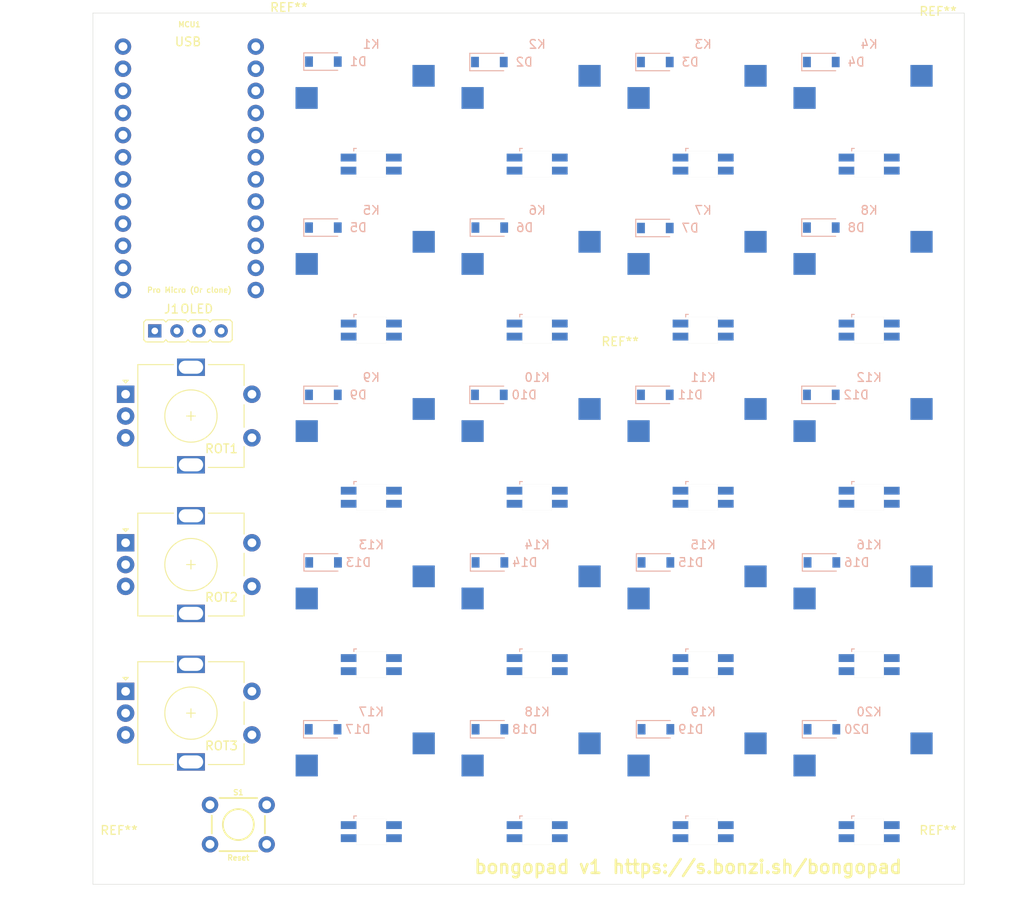
<source format=kicad_pcb>
(kicad_pcb (version 20171130) (host pcbnew "(5.1.10)-1")

  (general
    (thickness 1.6)
    (drawings 15)
    (tracks 0)
    (zones 0)
    (modules 51)
    (nets 166)
  )

  (page A4)
  (title_block
    (title bongopad)
    (rev 1)
    (company bonzi.sh)
  )

  (layers
    (0 F.Cu signal)
    (31 B.Cu signal)
    (32 B.Adhes user)
    (33 F.Adhes user)
    (34 B.Paste user)
    (35 F.Paste user)
    (36 B.SilkS user)
    (37 F.SilkS user)
    (38 B.Mask user)
    (39 F.Mask user)
    (40 Dwgs.User user)
    (41 Cmts.User user)
    (42 Eco1.User user)
    (43 Eco2.User user)
    (44 Edge.Cuts user)
    (45 Margin user)
    (46 B.CrtYd user)
    (47 F.CrtYd user)
    (48 B.Fab user)
    (49 F.Fab user)
  )

  (setup
    (last_trace_width 0.25)
    (trace_clearance 0.2)
    (zone_clearance 0.508)
    (zone_45_only no)
    (trace_min 0.2)
    (via_size 0.8)
    (via_drill 0.4)
    (via_min_size 0.4)
    (via_min_drill 0.3)
    (uvia_size 0.3)
    (uvia_drill 0.1)
    (uvias_allowed no)
    (uvia_min_size 0.2)
    (uvia_min_drill 0.1)
    (edge_width 0.05)
    (segment_width 0.2)
    (pcb_text_width 0.3)
    (pcb_text_size 1.5 1.5)
    (mod_edge_width 0.12)
    (mod_text_size 1 1)
    (mod_text_width 0.15)
    (pad_size 1.524 1.524)
    (pad_drill 0.762)
    (pad_to_mask_clearance 0)
    (aux_axis_origin 12 12)
    (grid_origin 12 12)
    (visible_elements 7FFFFFFF)
    (pcbplotparams
      (layerselection 0x3ffff_ffffffff)
      (usegerberextensions true)
      (usegerberattributes true)
      (usegerberadvancedattributes true)
      (creategerberjobfile true)
      (excludeedgelayer true)
      (linewidth 0.100000)
      (plotframeref false)
      (viasonmask false)
      (mode 1)
      (useauxorigin true)
      (hpglpennumber 1)
      (hpglpenspeed 20)
      (hpglpendiameter 15.000000)
      (psnegative false)
      (psa4output false)
      (plotreference true)
      (plotvalue true)
      (plotinvisibletext false)
      (padsonsilk false)
      (subtractmaskfromsilk false)
      (outputformat 1)
      (mirror false)
      (drillshape 0)
      (scaleselection 1)
      (outputdirectory "out/"))
  )

  (net 0 "")
  (net 1 "Net-(MCU1-Pad24)")
  (net 2 "Net-(MCU1-Pad23)")
  (net 3 "Net-(MCU1-Pad22)")
  (net 4 "Net-(MCU1-Pad21)")
  (net 5 "Net-(MCU1-Pad20)")
  (net 6 "Net-(MCU1-Pad19)")
  (net 7 "Net-(MCU1-Pad18)")
  (net 8 "Net-(MCU1-Pad17)")
  (net 9 "Net-(MCU1-Pad16)")
  (net 10 "Net-(MCU1-Pad15)")
  (net 11 "Net-(MCU1-Pad14)")
  (net 12 "Net-(MCU1-Pad13)")
  (net 13 "Net-(MCU1-Pad12)")
  (net 14 "Net-(MCU1-Pad11)")
  (net 15 "Net-(MCU1-Pad10)")
  (net 16 "Net-(MCU1-Pad9)")
  (net 17 "Net-(MCU1-Pad8)")
  (net 18 "Net-(MCU1-Pad7)")
  (net 19 "Net-(MCU1-Pad6)")
  (net 20 "Net-(MCU1-Pad5)")
  (net 21 "Net-(MCU1-Pad4)")
  (net 22 "Net-(MCU1-Pad3)")
  (net 23 "Net-(MCU1-Pad2)")
  (net 24 "Net-(MCU1-Pad1)")
  (net 25 "Net-(K1-Pad3)")
  (net 26 "Net-(K1-Pad4)")
  (net 27 "Net-(K1-Pad2)")
  (net 28 "Net-(K1-Pad1)")
  (net 29 "Net-(K1-Pad6)")
  (net 30 "Net-(J1-Pad4)")
  (net 31 "Net-(J1-Pad1)")
  (net 32 "Net-(J1-Pad2)")
  (net 33 "Net-(J1-Pad3)")
  (net 34 "Net-(K2-Pad3)")
  (net 35 "Net-(K2-Pad4)")
  (net 36 "Net-(K2-Pad1)")
  (net 37 "Net-(K2-Pad6)")
  (net 38 "Net-(K3-Pad3)")
  (net 39 "Net-(K3-Pad4)")
  (net 40 "Net-(K3-Pad1)")
  (net 41 "Net-(K3-Pad6)")
  (net 42 "Net-(K4-Pad4)")
  (net 43 "Net-(K4-Pad1)")
  (net 44 "Net-(K4-Pad6)")
  (net 45 "Net-(K5-Pad3)")
  (net 46 "Net-(K5-Pad4)")
  (net 47 "Net-(K5-Pad1)")
  (net 48 "Net-(K5-Pad6)")
  (net 49 "Net-(K6-Pad3)")
  (net 50 "Net-(K6-Pad4)")
  (net 51 "Net-(K6-Pad1)")
  (net 52 "Net-(K6-Pad6)")
  (net 53 "Net-(K7-Pad3)")
  (net 54 "Net-(K7-Pad4)")
  (net 55 "Net-(K7-Pad1)")
  (net 56 "Net-(K7-Pad6)")
  (net 57 "Net-(K8-Pad4)")
  (net 58 "Net-(K8-Pad1)")
  (net 59 "Net-(K8-Pad6)")
  (net 60 "Net-(K9-Pad4)")
  (net 61 "Net-(K9-Pad1)")
  (net 62 "Net-(K9-Pad6)")
  (net 63 "Net-(K10-Pad3)")
  (net 64 "Net-(K10-Pad4)")
  (net 65 "Net-(K10-Pad2)")
  (net 66 "Net-(K10-Pad1)")
  (net 67 "Net-(K10-Pad6)")
  (net 68 "Net-(K11-Pad3)")
  (net 69 "Net-(K11-Pad4)")
  (net 70 "Net-(K11-Pad1)")
  (net 71 "Net-(K11-Pad6)")
  (net 72 "Net-(K11-Pad5)")
  (net 73 "Net-(K12-Pad4)")
  (net 74 "Net-(K12-Pad1)")
  (net 75 "Net-(K12-Pad6)")
  (net 76 "Net-(K13-Pad3)")
  (net 77 "Net-(K13-Pad4)")
  (net 78 "Net-(K13-Pad1)")
  (net 79 "Net-(K13-Pad6)")
  (net 80 "Net-(K14-Pad3)")
  (net 81 "Net-(K14-Pad4)")
  (net 82 "Net-(K14-Pad1)")
  (net 83 "Net-(K14-Pad6)")
  (net 84 "Net-(K15-Pad3)")
  (net 85 "Net-(K15-Pad4)")
  (net 86 "Net-(K15-Pad1)")
  (net 87 "Net-(K15-Pad6)")
  (net 88 "Net-(K16-Pad4)")
  (net 89 "Net-(K16-Pad1)")
  (net 90 "Net-(K16-Pad6)")
  (net 91 "Net-(K17-Pad3)")
  (net 92 "Net-(K17-Pad4)")
  (net 93 "Net-(K17-Pad1)")
  (net 94 "Net-(K17-Pad6)")
  (net 95 "Net-(K18-Pad3)")
  (net 96 "Net-(K18-Pad4)")
  (net 97 "Net-(K18-Pad1)")
  (net 98 "Net-(K18-Pad6)")
  (net 99 "Net-(K19-Pad3)")
  (net 100 "Net-(K19-Pad4)")
  (net 101 "Net-(K19-Pad1)")
  (net 102 "Net-(K19-Pad6)")
  (net 103 "Net-(K20-Pad3)")
  (net 104 "Net-(K20-Pad4)")
  (net 105 "Net-(K20-Pad1)")
  (net 106 "Net-(K20-Pad6)")
  (net 107 K4-DO)
  (net 108 K8-DO)
  (net 109 K12-DO)
  (net 110 K16-DO)
  (net 111 "Net-(D1-Pad2)")
  (net 112 "Net-(D1-Pad1)")
  (net 113 "Net-(D2-Pad2)")
  (net 114 "Net-(D2-Pad1)")
  (net 115 "Net-(D3-Pad2)")
  (net 116 "Net-(D3-Pad1)")
  (net 117 "Net-(D4-Pad2)")
  (net 118 "Net-(D4-Pad1)")
  (net 119 "Net-(D5-Pad2)")
  (net 120 "Net-(D5-Pad1)")
  (net 121 "Net-(D6-Pad2)")
  (net 122 "Net-(D6-Pad1)")
  (net 123 "Net-(D7-Pad2)")
  (net 124 "Net-(D7-Pad1)")
  (net 125 "Net-(D8-Pad2)")
  (net 126 "Net-(D8-Pad1)")
  (net 127 "Net-(D9-Pad2)")
  (net 128 "Net-(D9-Pad1)")
  (net 129 "Net-(D10-Pad2)")
  (net 130 "Net-(D10-Pad1)")
  (net 131 "Net-(D11-Pad2)")
  (net 132 "Net-(D11-Pad1)")
  (net 133 "Net-(D12-Pad2)")
  (net 134 "Net-(D12-Pad1)")
  (net 135 "Net-(D13-Pad2)")
  (net 136 "Net-(D13-Pad1)")
  (net 137 "Net-(D14-Pad2)")
  (net 138 "Net-(D14-Pad1)")
  (net 139 "Net-(D15-Pad2)")
  (net 140 "Net-(D15-Pad1)")
  (net 141 "Net-(D16-Pad2)")
  (net 142 "Net-(D16-Pad1)")
  (net 143 "Net-(D17-Pad2)")
  (net 144 "Net-(D17-Pad1)")
  (net 145 "Net-(D18-Pad2)")
  (net 146 "Net-(D18-Pad1)")
  (net 147 "Net-(D19-Pad2)")
  (net 148 "Net-(D19-Pad1)")
  (net 149 "Net-(D20-Pad2)")
  (net 150 "Net-(D20-Pad1)")
  (net 151 "Net-(ROT1-PadS1)")
  (net 152 "Net-(ROT1-PadS2)")
  (net 153 "Net-(ROT1-PadB)")
  (net 154 "Net-(ROT1-PadC)")
  (net 155 "Net-(ROT1-PadA)")
  (net 156 "Net-(ROT2-PadS1)")
  (net 157 "Net-(ROT2-PadS2)")
  (net 158 "Net-(ROT2-PadB)")
  (net 159 "Net-(ROT2-PadC)")
  (net 160 "Net-(ROT2-PadA)")
  (net 161 "Net-(ROT3-PadS1)")
  (net 162 "Net-(ROT3-PadS2)")
  (net 163 "Net-(ROT3-PadB)")
  (net 164 "Net-(ROT3-PadC)")
  (net 165 "Net-(ROT3-PadA)")

  (net_class Default "This is the default net class."
    (clearance 0.2)
    (trace_width 0.25)
    (via_dia 0.8)
    (via_drill 0.4)
    (uvia_dia 0.3)
    (uvia_drill 0.1)
    (add_net K12-DO)
    (add_net K16-DO)
    (add_net K4-DO)
    (add_net K8-DO)
    (add_net "Net-(D1-Pad1)")
    (add_net "Net-(D1-Pad2)")
    (add_net "Net-(D10-Pad1)")
    (add_net "Net-(D10-Pad2)")
    (add_net "Net-(D11-Pad1)")
    (add_net "Net-(D11-Pad2)")
    (add_net "Net-(D12-Pad1)")
    (add_net "Net-(D12-Pad2)")
    (add_net "Net-(D13-Pad1)")
    (add_net "Net-(D13-Pad2)")
    (add_net "Net-(D14-Pad1)")
    (add_net "Net-(D14-Pad2)")
    (add_net "Net-(D15-Pad1)")
    (add_net "Net-(D15-Pad2)")
    (add_net "Net-(D16-Pad1)")
    (add_net "Net-(D16-Pad2)")
    (add_net "Net-(D17-Pad1)")
    (add_net "Net-(D17-Pad2)")
    (add_net "Net-(D18-Pad1)")
    (add_net "Net-(D18-Pad2)")
    (add_net "Net-(D19-Pad1)")
    (add_net "Net-(D19-Pad2)")
    (add_net "Net-(D2-Pad1)")
    (add_net "Net-(D2-Pad2)")
    (add_net "Net-(D20-Pad1)")
    (add_net "Net-(D20-Pad2)")
    (add_net "Net-(D3-Pad1)")
    (add_net "Net-(D3-Pad2)")
    (add_net "Net-(D4-Pad1)")
    (add_net "Net-(D4-Pad2)")
    (add_net "Net-(D5-Pad1)")
    (add_net "Net-(D5-Pad2)")
    (add_net "Net-(D6-Pad1)")
    (add_net "Net-(D6-Pad2)")
    (add_net "Net-(D7-Pad1)")
    (add_net "Net-(D7-Pad2)")
    (add_net "Net-(D8-Pad1)")
    (add_net "Net-(D8-Pad2)")
    (add_net "Net-(D9-Pad1)")
    (add_net "Net-(D9-Pad2)")
    (add_net "Net-(J1-Pad1)")
    (add_net "Net-(J1-Pad2)")
    (add_net "Net-(J1-Pad3)")
    (add_net "Net-(J1-Pad4)")
    (add_net "Net-(K1-Pad1)")
    (add_net "Net-(K1-Pad2)")
    (add_net "Net-(K1-Pad3)")
    (add_net "Net-(K1-Pad4)")
    (add_net "Net-(K1-Pad6)")
    (add_net "Net-(K10-Pad1)")
    (add_net "Net-(K10-Pad2)")
    (add_net "Net-(K10-Pad3)")
    (add_net "Net-(K10-Pad4)")
    (add_net "Net-(K10-Pad6)")
    (add_net "Net-(K11-Pad1)")
    (add_net "Net-(K11-Pad3)")
    (add_net "Net-(K11-Pad4)")
    (add_net "Net-(K11-Pad5)")
    (add_net "Net-(K11-Pad6)")
    (add_net "Net-(K12-Pad1)")
    (add_net "Net-(K12-Pad4)")
    (add_net "Net-(K12-Pad6)")
    (add_net "Net-(K13-Pad1)")
    (add_net "Net-(K13-Pad3)")
    (add_net "Net-(K13-Pad4)")
    (add_net "Net-(K13-Pad6)")
    (add_net "Net-(K14-Pad1)")
    (add_net "Net-(K14-Pad3)")
    (add_net "Net-(K14-Pad4)")
    (add_net "Net-(K14-Pad6)")
    (add_net "Net-(K15-Pad1)")
    (add_net "Net-(K15-Pad3)")
    (add_net "Net-(K15-Pad4)")
    (add_net "Net-(K15-Pad6)")
    (add_net "Net-(K16-Pad1)")
    (add_net "Net-(K16-Pad4)")
    (add_net "Net-(K16-Pad6)")
    (add_net "Net-(K17-Pad1)")
    (add_net "Net-(K17-Pad3)")
    (add_net "Net-(K17-Pad4)")
    (add_net "Net-(K17-Pad6)")
    (add_net "Net-(K18-Pad1)")
    (add_net "Net-(K18-Pad3)")
    (add_net "Net-(K18-Pad4)")
    (add_net "Net-(K18-Pad6)")
    (add_net "Net-(K19-Pad1)")
    (add_net "Net-(K19-Pad3)")
    (add_net "Net-(K19-Pad4)")
    (add_net "Net-(K19-Pad6)")
    (add_net "Net-(K2-Pad1)")
    (add_net "Net-(K2-Pad3)")
    (add_net "Net-(K2-Pad4)")
    (add_net "Net-(K2-Pad6)")
    (add_net "Net-(K20-Pad1)")
    (add_net "Net-(K20-Pad3)")
    (add_net "Net-(K20-Pad4)")
    (add_net "Net-(K20-Pad6)")
    (add_net "Net-(K3-Pad1)")
    (add_net "Net-(K3-Pad3)")
    (add_net "Net-(K3-Pad4)")
    (add_net "Net-(K3-Pad6)")
    (add_net "Net-(K4-Pad1)")
    (add_net "Net-(K4-Pad4)")
    (add_net "Net-(K4-Pad6)")
    (add_net "Net-(K5-Pad1)")
    (add_net "Net-(K5-Pad3)")
    (add_net "Net-(K5-Pad4)")
    (add_net "Net-(K5-Pad6)")
    (add_net "Net-(K6-Pad1)")
    (add_net "Net-(K6-Pad3)")
    (add_net "Net-(K6-Pad4)")
    (add_net "Net-(K6-Pad6)")
    (add_net "Net-(K7-Pad1)")
    (add_net "Net-(K7-Pad3)")
    (add_net "Net-(K7-Pad4)")
    (add_net "Net-(K7-Pad6)")
    (add_net "Net-(K8-Pad1)")
    (add_net "Net-(K8-Pad4)")
    (add_net "Net-(K8-Pad6)")
    (add_net "Net-(K9-Pad1)")
    (add_net "Net-(K9-Pad4)")
    (add_net "Net-(K9-Pad6)")
    (add_net "Net-(MCU1-Pad1)")
    (add_net "Net-(MCU1-Pad10)")
    (add_net "Net-(MCU1-Pad11)")
    (add_net "Net-(MCU1-Pad12)")
    (add_net "Net-(MCU1-Pad13)")
    (add_net "Net-(MCU1-Pad14)")
    (add_net "Net-(MCU1-Pad15)")
    (add_net "Net-(MCU1-Pad16)")
    (add_net "Net-(MCU1-Pad17)")
    (add_net "Net-(MCU1-Pad18)")
    (add_net "Net-(MCU1-Pad19)")
    (add_net "Net-(MCU1-Pad2)")
    (add_net "Net-(MCU1-Pad20)")
    (add_net "Net-(MCU1-Pad21)")
    (add_net "Net-(MCU1-Pad22)")
    (add_net "Net-(MCU1-Pad23)")
    (add_net "Net-(MCU1-Pad24)")
    (add_net "Net-(MCU1-Pad3)")
    (add_net "Net-(MCU1-Pad4)")
    (add_net "Net-(MCU1-Pad5)")
    (add_net "Net-(MCU1-Pad6)")
    (add_net "Net-(MCU1-Pad7)")
    (add_net "Net-(MCU1-Pad8)")
    (add_net "Net-(MCU1-Pad9)")
    (add_net "Net-(ROT1-PadA)")
    (add_net "Net-(ROT1-PadB)")
    (add_net "Net-(ROT1-PadC)")
    (add_net "Net-(ROT1-PadS1)")
    (add_net "Net-(ROT1-PadS2)")
    (add_net "Net-(ROT2-PadA)")
    (add_net "Net-(ROT2-PadB)")
    (add_net "Net-(ROT2-PadC)")
    (add_net "Net-(ROT2-PadS1)")
    (add_net "Net-(ROT2-PadS2)")
    (add_net "Net-(ROT3-PadA)")
    (add_net "Net-(ROT3-PadB)")
    (add_net "Net-(ROT3-PadC)")
    (add_net "Net-(ROT3-PadS1)")
    (add_net "Net-(ROT3-PadS2)")
  )

  (module MountingHole:MountingHole_2.2mm_M2 (layer F.Cu) (tedit 56D1B4CB) (tstamp 6112C651)
    (at 72.51 52.91)
    (descr "Mounting Hole 2.2mm, no annular, M2")
    (tags "mounting hole 2.2mm no annular m2")
    (attr virtual)
    (fp_text reference REF** (at 0 -3.2) (layer F.SilkS)
      (effects (font (size 1 1) (thickness 0.15)))
    )
    (fp_text value MountingHole_2.2mm_M2 (at 0 3.2) (layer F.Fab)
      (effects (font (size 1 1) (thickness 0.15)))
    )
    (fp_circle (center 0 0) (end 2.2 0) (layer Cmts.User) (width 0.15))
    (fp_circle (center 0 0) (end 2.45 0) (layer F.CrtYd) (width 0.05))
    (fp_text user %R (at 0.3 0) (layer F.Fab)
      (effects (font (size 1 1) (thickness 0.15)))
    )
    (pad 1 np_thru_hole circle (at 0 0) (size 2.2 2.2) (drill 2.2) (layers *.Cu *.Mask))
  )

  (module MountingHole:MountingHole_2.2mm_M2 (layer F.Cu) (tedit 56D1B4CB) (tstamp 6112C651)
    (at 34.48 14.55)
    (descr "Mounting Hole 2.2mm, no annular, M2")
    (tags "mounting hole 2.2mm no annular m2")
    (attr virtual)
    (fp_text reference REF** (at 0 -3.2) (layer F.SilkS)
      (effects (font (size 1 1) (thickness 0.15)))
    )
    (fp_text value MountingHole_2.2mm_M2 (at 0 3.2) (layer F.Fab)
      (effects (font (size 1 1) (thickness 0.15)))
    )
    (fp_circle (center 0 0) (end 2.2 0) (layer Cmts.User) (width 0.15))
    (fp_circle (center 0 0) (end 2.45 0) (layer F.CrtYd) (width 0.05))
    (fp_text user %R (at 0.3 0) (layer F.Fab)
      (effects (font (size 1 1) (thickness 0.15)))
    )
    (pad 1 np_thru_hole circle (at 0 0) (size 2.2 2.2) (drill 2.2) (layers *.Cu *.Mask))
  )

  (module MountingHole:MountingHole_2.2mm_M2 (layer F.Cu) (tedit 56D1B4CB) (tstamp 6112C651)
    (at 109 15)
    (descr "Mounting Hole 2.2mm, no annular, M2")
    (tags "mounting hole 2.2mm no annular m2")
    (attr virtual)
    (fp_text reference REF** (at 0 -3.2) (layer F.SilkS)
      (effects (font (size 1 1) (thickness 0.15)))
    )
    (fp_text value MountingHole_2.2mm_M2 (at 0 3.2) (layer F.Fab)
      (effects (font (size 1 1) (thickness 0.15)))
    )
    (fp_circle (center 0 0) (end 2.2 0) (layer Cmts.User) (width 0.15))
    (fp_circle (center 0 0) (end 2.45 0) (layer F.CrtYd) (width 0.05))
    (fp_text user %R (at 0.3 0) (layer F.Fab)
      (effects (font (size 1 1) (thickness 0.15)))
    )
    (pad 1 np_thru_hole circle (at 0 0) (size 2.2 2.2) (drill 2.2) (layers *.Cu *.Mask))
  )

  (module MountingHole:MountingHole_2.2mm_M2 (layer F.Cu) (tedit 56D1B4CB) (tstamp 6112C651)
    (at 109 109)
    (descr "Mounting Hole 2.2mm, no annular, M2")
    (tags "mounting hole 2.2mm no annular m2")
    (attr virtual)
    (fp_text reference REF** (at 0 -3.2) (layer F.SilkS)
      (effects (font (size 1 1) (thickness 0.15)))
    )
    (fp_text value MountingHole_2.2mm_M2 (at 0 3.2) (layer F.Fab)
      (effects (font (size 1 1) (thickness 0.15)))
    )
    (fp_circle (center 0 0) (end 2.2 0) (layer Cmts.User) (width 0.15))
    (fp_circle (center 0 0) (end 2.45 0) (layer F.CrtYd) (width 0.05))
    (fp_text user %R (at 0.3 0) (layer F.Fab)
      (effects (font (size 1 1) (thickness 0.15)))
    )
    (pad 1 np_thru_hole circle (at 0 0) (size 2.2 2.2) (drill 2.2) (layers *.Cu *.Mask))
  )

  (module MountingHole:MountingHole_2.2mm_M2 (layer F.Cu) (tedit 56D1B4CB) (tstamp 6112C4D7)
    (at 15 109)
    (descr "Mounting Hole 2.2mm, no annular, M2")
    (tags "mounting hole 2.2mm no annular m2")
    (attr virtual)
    (fp_text reference REF** (at 0 -3.2) (layer F.SilkS)
      (effects (font (size 1 1) (thickness 0.15)))
    )
    (fp_text value MountingHole_2.2mm_M2 (at 0 3.2) (layer F.Fab)
      (effects (font (size 1 1) (thickness 0.15)))
    )
    (fp_text user %R (at 0.3 0) (layer F.Fab)
      (effects (font (size 1 1) (thickness 0.15)))
    )
    (fp_circle (center 0 0) (end 2.2 0) (layer Cmts.User) (width 0.15))
    (fp_circle (center 0 0) (end 2.45 0) (layer F.CrtYd) (width 0.05))
    (pad 1 np_thru_hole circle (at 0 0) (size 2.2 2.2) (drill 2.2) (layers *.Cu *.Mask))
  )

  (module Switches:TACTILE_SWITCH_PTH_6.0MM (layer F.Cu) (tedit 200000) (tstamp 61128DC6)
    (at 28.69 105.14)
    (descr "MOMENTARY SWITCH (PUSHBUTTON) - SPST - PTH, 6.0MM SQUARE")
    (tags "MOMENTARY SWITCH (PUSHBUTTON) - SPST - PTH, 6.0MM SQUARE")
    (path /612CAE1E)
    (attr virtual)
    (fp_text reference S1 (at 0 -3.683) (layer F.SilkS)
      (effects (font (size 0.6096 0.6096) (thickness 0.127)))
    )
    (fp_text value Reset (at 0 3.81) (layer F.SilkS)
      (effects (font (size 0.6096 0.6096) (thickness 0.127)))
    )
    (fp_line (start 3.048 -1.016) (end 3.048 -2.54) (layer Dwgs.User) (width 0.2032))
    (fp_line (start 3.048 -2.54) (end 2.54 -3.048) (layer Dwgs.User) (width 0.2032))
    (fp_line (start 2.54 3.048) (end 3.048 2.54) (layer Dwgs.User) (width 0.2032))
    (fp_line (start 3.048 2.54) (end 3.048 1.016) (layer Dwgs.User) (width 0.2032))
    (fp_line (start -2.54 -3.048) (end -3.048 -2.54) (layer Dwgs.User) (width 0.2032))
    (fp_line (start -3.048 -2.54) (end -3.048 -1.016) (layer Dwgs.User) (width 0.2032))
    (fp_line (start -2.54 3.048) (end -3.048 2.54) (layer Dwgs.User) (width 0.2032))
    (fp_line (start -3.048 2.54) (end -3.048 1.016) (layer Dwgs.User) (width 0.2032))
    (fp_line (start 2.54 3.048) (end 2.159 3.048) (layer Dwgs.User) (width 0.2032))
    (fp_line (start -2.54 3.048) (end -2.159 3.048) (layer Dwgs.User) (width 0.2032))
    (fp_line (start -2.54 -3.048) (end -2.159 -3.048) (layer Dwgs.User) (width 0.2032))
    (fp_line (start 2.54 -3.048) (end 2.159 -3.048) (layer Dwgs.User) (width 0.2032))
    (fp_line (start 2.159 -3.048) (end -2.159 -3.048) (layer F.SilkS) (width 0.2032))
    (fp_line (start -2.159 3.048) (end 2.159 3.048) (layer F.SilkS) (width 0.2032))
    (fp_line (start 3.048 -0.99568) (end 3.048 1.016) (layer F.SilkS) (width 0.2032))
    (fp_line (start -3.048 -1.02616) (end -3.048 1.016) (layer F.SilkS) (width 0.2032))
    (fp_line (start -2.54 -1.27) (end -2.54 -0.508) (layer Dwgs.User) (width 0.2032))
    (fp_line (start -2.54 0.508) (end -2.54 1.27) (layer Dwgs.User) (width 0.2032))
    (fp_line (start -2.54 -0.508) (end -2.159 0.381) (layer Dwgs.User) (width 0.2032))
    (fp_circle (center 0 0) (end 0 -1.778) (layer F.SilkS) (width 0.2032))
    (pad 4 thru_hole circle (at 3.2512 2.2606) (size 1.8796 1.8796) (drill 1.016) (layers *.Cu *.Mask)
      (solder_mask_margin 0.1016))
    (pad 3 thru_hole circle (at -3.2512 2.2606) (size 1.8796 1.8796) (drill 1.016) (layers *.Cu *.Mask)
      (net 3 "Net-(MCU1-Pad22)") (solder_mask_margin 0.1016))
    (pad 2 thru_hole circle (at 3.2512 -2.2606) (size 1.8796 1.8796) (drill 1.016) (layers *.Cu *.Mask)
      (solder_mask_margin 0.1016))
    (pad 1 thru_hole circle (at -3.2512 -2.2606) (size 1.8796 1.8796) (drill 1.016) (layers *.Cu *.Mask)
      (net 2 "Net-(MCU1-Pad23)") (solder_mask_margin 0.1016))
  )

  (module Boards:SPARKFUN_PRO_MICRO (layer F.Cu) (tedit 200000) (tstamp 611089FB)
    (at 23.07 28.55)
    (descr "SPARKFUN PRO MICO FOOTPRINT (WITH USB CONNECTOR)")
    (tags "SPARKFUN PRO MICO FOOTPRINT (WITH USB CONNECTOR)")
    (path /610EEFB7)
    (attr virtual)
    (fp_text reference MCU1 (at 0 -15.24) (layer F.SilkS)
      (effects (font (size 0.6096 0.6096) (thickness 0.127)))
    )
    (fp_text value "Pro Micro (Or clone)" (at 0 15.24) (layer F.SilkS)
      (effects (font (size 0.6096 0.6096) (thickness 0.127)))
    )
    (fp_text user USB (at -0.0508 -16.9164) (layer Dwgs.User)
      (effects (font (size 0.8128 0.8128) (thickness 0.1524)))
    )
    (fp_line (start -8.89 -16.51) (end -8.89 16.51) (layer Dwgs.User) (width 0.127))
    (fp_line (start -8.89 16.51) (end 8.89 16.51) (layer Dwgs.User) (width 0.127))
    (fp_line (start 8.89 16.51) (end 8.89 -16.51) (layer Dwgs.User) (width 0.127))
    (fp_line (start 8.89 -16.51) (end -8.89 -16.51) (layer Dwgs.User) (width 0.127))
    (fp_line (start -3.81 -16.51) (end -3.81 -17.78) (layer Dwgs.User) (width 0.127))
    (fp_line (start -3.81 -17.78) (end 3.81 -17.78) (layer Dwgs.User) (width 0.127))
    (fp_line (start 3.81 -17.78) (end 3.81 -16.51) (layer Dwgs.User) (width 0.127))
    (pad 24 thru_hole circle (at 7.62 -12.7) (size 1.8796 1.8796) (drill 1.016) (layers *.Cu *.Mask)
      (net 1 "Net-(MCU1-Pad24)") (solder_mask_margin 0.1016))
    (pad 23 thru_hole circle (at 7.62 -10.16) (size 1.8796 1.8796) (drill 1.016) (layers *.Cu *.Mask)
      (net 2 "Net-(MCU1-Pad23)") (solder_mask_margin 0.1016))
    (pad 22 thru_hole circle (at 7.62 -7.62) (size 1.8796 1.8796) (drill 1.016) (layers *.Cu *.Mask)
      (net 3 "Net-(MCU1-Pad22)") (solder_mask_margin 0.1016))
    (pad 21 thru_hole circle (at 7.62 -5.08) (size 1.8796 1.8796) (drill 1.016) (layers *.Cu *.Mask)
      (net 4 "Net-(MCU1-Pad21)") (solder_mask_margin 0.1016))
    (pad 20 thru_hole circle (at 7.62 -2.54) (size 1.8796 1.8796) (drill 1.016) (layers *.Cu *.Mask)
      (net 5 "Net-(MCU1-Pad20)") (solder_mask_margin 0.1016))
    (pad 19 thru_hole circle (at 7.62 0) (size 1.8796 1.8796) (drill 1.016) (layers *.Cu *.Mask)
      (net 6 "Net-(MCU1-Pad19)") (solder_mask_margin 0.1016))
    (pad 18 thru_hole circle (at 7.62 2.54) (size 1.8796 1.8796) (drill 1.016) (layers *.Cu *.Mask)
      (net 7 "Net-(MCU1-Pad18)") (solder_mask_margin 0.1016))
    (pad 17 thru_hole circle (at 7.62 5.08) (size 1.8796 1.8796) (drill 1.016) (layers *.Cu *.Mask)
      (net 8 "Net-(MCU1-Pad17)") (solder_mask_margin 0.1016))
    (pad 16 thru_hole circle (at 7.62 7.62) (size 1.8796 1.8796) (drill 1.016) (layers *.Cu *.Mask)
      (net 9 "Net-(MCU1-Pad16)") (solder_mask_margin 0.1016))
    (pad 15 thru_hole circle (at 7.62 10.16) (size 1.8796 1.8796) (drill 1.016) (layers *.Cu *.Mask)
      (net 10 "Net-(MCU1-Pad15)") (solder_mask_margin 0.1016))
    (pad 14 thru_hole circle (at 7.62 12.7) (size 1.8796 1.8796) (drill 1.016) (layers *.Cu *.Mask)
      (net 11 "Net-(MCU1-Pad14)") (solder_mask_margin 0.1016))
    (pad 13 thru_hole circle (at 7.62 15.24) (size 1.8796 1.8796) (drill 1.016) (layers *.Cu *.Mask)
      (net 12 "Net-(MCU1-Pad13)") (solder_mask_margin 0.1016))
    (pad 12 thru_hole circle (at -7.62 15.24) (size 1.8796 1.8796) (drill 1.016) (layers *.Cu *.Mask)
      (net 13 "Net-(MCU1-Pad12)") (solder_mask_margin 0.1016))
    (pad 11 thru_hole circle (at -7.62 12.7) (size 1.8796 1.8796) (drill 1.016) (layers *.Cu *.Mask)
      (net 14 "Net-(MCU1-Pad11)") (solder_mask_margin 0.1016))
    (pad 10 thru_hole circle (at -7.62 10.16) (size 1.8796 1.8796) (drill 1.016) (layers *.Cu *.Mask)
      (net 15 "Net-(MCU1-Pad10)") (solder_mask_margin 0.1016))
    (pad 9 thru_hole circle (at -7.62 7.62) (size 1.8796 1.8796) (drill 1.016) (layers *.Cu *.Mask)
      (net 16 "Net-(MCU1-Pad9)") (solder_mask_margin 0.1016))
    (pad 8 thru_hole circle (at -7.62 5.08) (size 1.8796 1.8796) (drill 1.016) (layers *.Cu *.Mask)
      (net 17 "Net-(MCU1-Pad8)") (solder_mask_margin 0.1016))
    (pad 7 thru_hole circle (at -7.62 2.54) (size 1.8796 1.8796) (drill 1.016) (layers *.Cu *.Mask)
      (net 18 "Net-(MCU1-Pad7)") (solder_mask_margin 0.1016))
    (pad 6 thru_hole circle (at -7.62 0) (size 1.8796 1.8796) (drill 1.016) (layers *.Cu *.Mask)
      (net 19 "Net-(MCU1-Pad6)") (solder_mask_margin 0.1016))
    (pad 5 thru_hole circle (at -7.62 -2.54) (size 1.8796 1.8796) (drill 1.016) (layers *.Cu *.Mask)
      (net 20 "Net-(MCU1-Pad5)") (solder_mask_margin 0.1016))
    (pad 4 thru_hole circle (at -7.62 -5.08) (size 1.8796 1.8796) (drill 1.016) (layers *.Cu *.Mask)
      (net 21 "Net-(MCU1-Pad4)") (solder_mask_margin 0.1016))
    (pad 3 thru_hole circle (at -7.62 -7.62) (size 1.8796 1.8796) (drill 1.016) (layers *.Cu *.Mask)
      (net 22 "Net-(MCU1-Pad3)") (solder_mask_margin 0.1016))
    (pad 2 thru_hole circle (at -7.62 -10.16) (size 1.8796 1.8796) (drill 1.016) (layers *.Cu *.Mask)
      (net 23 "Net-(MCU1-Pad2)") (solder_mask_margin 0.1016))
    (pad 1 thru_hole circle (at -7.62 -12.7) (size 1.8796 1.8796) (drill 1.016) (layers *.Cu *.Mask)
      (net 24 "Net-(MCU1-Pad1)") (solder_mask_margin 0.1016))
  )

  (module Keebio-Parts:RotaryEncoder_Alps_EC11E-Switch_Vertical_H20mm (layer F.Cu) (tedit 5CA39399) (tstamp 610FFCBE)
    (at 23.25 92.35)
    (descr "Alps rotary encoder, EC12E... with switch, vertical shaft, http://www.alps.com/prod/info/E/HTML/Encoder/Incremental/EC11/EC11E15204A3.html")
    (tags "rotary encoder")
    (path /6111E41A)
    (fp_text reference ROT3 (at 3.5 3.75) (layer F.SilkS)
      (effects (font (size 1 1) (thickness 0.15)))
    )
    (fp_text value Rotary_Encoder_Switch (at 0 7.9) (layer F.Fab)
      (effects (font (size 1 1) (thickness 0.15)))
    )
    (fp_circle (center 0 0) (end 3 0) (layer F.Fab) (width 0.12))
    (fp_circle (center 0 0) (end 3 0) (layer F.SilkS) (width 0.12))
    (fp_line (start 8.5 7.1) (end -9 7.1) (layer F.CrtYd) (width 0.05))
    (fp_line (start 8.5 7.1) (end 8.5 -7.1) (layer F.CrtYd) (width 0.05))
    (fp_line (start -9 -7.1) (end -9 7.1) (layer F.CrtYd) (width 0.05))
    (fp_line (start -9 -7.1) (end 8.5 -7.1) (layer F.CrtYd) (width 0.05))
    (fp_line (start -5 -5.8) (end 6 -5.8) (layer F.Fab) (width 0.12))
    (fp_line (start 6 -5.8) (end 6 5.8) (layer F.Fab) (width 0.12))
    (fp_line (start 6 5.8) (end -6 5.8) (layer F.Fab) (width 0.12))
    (fp_line (start -6 5.8) (end -6 -4.7) (layer F.Fab) (width 0.12))
    (fp_line (start -6 -4.7) (end -5 -5.8) (layer F.Fab) (width 0.12))
    (fp_line (start 2 -5.9) (end 6.1 -5.9) (layer F.SilkS) (width 0.12))
    (fp_line (start 6.1 5.9) (end 2 5.9) (layer F.SilkS) (width 0.12))
    (fp_line (start -2 5.9) (end -6.1 5.9) (layer F.SilkS) (width 0.12))
    (fp_line (start -2 -5.9) (end -6.1 -5.9) (layer F.SilkS) (width 0.12))
    (fp_line (start -6.1 -5.9) (end -6.1 5.9) (layer F.SilkS) (width 0.12))
    (fp_line (start -7.5 -3.8) (end -7.8 -4.1) (layer F.SilkS) (width 0.12))
    (fp_line (start -7.8 -4.1) (end -7.2 -4.1) (layer F.SilkS) (width 0.12))
    (fp_line (start -7.2 -4.1) (end -7.5 -3.8) (layer F.SilkS) (width 0.12))
    (fp_line (start 0 -3) (end 0 3) (layer F.Fab) (width 0.12))
    (fp_line (start -3 0) (end 3 0) (layer F.Fab) (width 0.12))
    (fp_line (start 6.1 -5.9) (end 6.1 -3.5) (layer F.SilkS) (width 0.12))
    (fp_line (start 6.1 -1.3) (end 6.1 1.3) (layer F.SilkS) (width 0.12))
    (fp_line (start 6.1 3.5) (end 6.1 5.9) (layer F.SilkS) (width 0.12))
    (fp_line (start 0 -0.5) (end 0 0.5) (layer F.SilkS) (width 0.12))
    (fp_line (start -0.5 0) (end 0.5 0) (layer F.SilkS) (width 0.12))
    (fp_text user %R (at 3.6 3.8) (layer F.Fab)
      (effects (font (size 1 1) (thickness 0.15)))
    )
    (pad S1 thru_hole circle (at 7 2.5) (size 2 2) (drill 1) (layers *.Cu *.Mask)
      (net 161 "Net-(ROT3-PadS1)"))
    (pad S2 thru_hole circle (at 7 -2.5) (size 2 2) (drill 1) (layers *.Cu *.Mask)
      (net 162 "Net-(ROT3-PadS2)"))
    (pad MP thru_hole rect (at 0 5.6) (size 3.2 2) (drill oval 2.8 1.5) (layers *.Cu *.Mask))
    (pad MP thru_hole rect (at 0 -5.6) (size 3.2 2) (drill oval 2.8 1.5) (layers *.Cu *.Mask))
    (pad B thru_hole circle (at -7.5 2.5) (size 2 2) (drill 1) (layers *.Cu *.Mask)
      (net 163 "Net-(ROT3-PadB)"))
    (pad C thru_hole circle (at -7.5 0) (size 2 2) (drill 1) (layers *.Cu *.Mask)
      (net 164 "Net-(ROT3-PadC)"))
    (pad A thru_hole rect (at -7.5 -2.5) (size 2 2) (drill 1) (layers *.Cu *.Mask)
      (net 165 "Net-(ROT3-PadA)"))
    (model ${KISYS3DMOD}/Rotary_Encoder.3dshapes/RotaryEncoder_Alps_EC11E-Switch_Vertical_H20mm.wrl
      (at (xyz 0 0 0))
      (scale (xyz 1 1 1))
      (rotate (xyz 0 0 0))
    )
  )

  (module Keebio-Parts:RotaryEncoder_Alps_EC11E-Switch_Vertical_H20mm (layer F.Cu) (tedit 5CA39399) (tstamp 610FFC98)
    (at 23.25 75.3)
    (descr "Alps rotary encoder, EC12E... with switch, vertical shaft, http://www.alps.com/prod/info/E/HTML/Encoder/Incremental/EC11/EC11E15204A3.html")
    (tags "rotary encoder")
    (path /6110E45B)
    (fp_text reference ROT2 (at 3.5 3.75) (layer F.SilkS)
      (effects (font (size 1 1) (thickness 0.15)))
    )
    (fp_text value Rotary_Encoder_Switch (at 0 7.9) (layer F.Fab)
      (effects (font (size 1 1) (thickness 0.15)))
    )
    (fp_circle (center 0 0) (end 3 0) (layer F.Fab) (width 0.12))
    (fp_circle (center 0 0) (end 3 0) (layer F.SilkS) (width 0.12))
    (fp_line (start 8.5 7.1) (end -9 7.1) (layer F.CrtYd) (width 0.05))
    (fp_line (start 8.5 7.1) (end 8.5 -7.1) (layer F.CrtYd) (width 0.05))
    (fp_line (start -9 -7.1) (end -9 7.1) (layer F.CrtYd) (width 0.05))
    (fp_line (start -9 -7.1) (end 8.5 -7.1) (layer F.CrtYd) (width 0.05))
    (fp_line (start -5 -5.8) (end 6 -5.8) (layer F.Fab) (width 0.12))
    (fp_line (start 6 -5.8) (end 6 5.8) (layer F.Fab) (width 0.12))
    (fp_line (start 6 5.8) (end -6 5.8) (layer F.Fab) (width 0.12))
    (fp_line (start -6 5.8) (end -6 -4.7) (layer F.Fab) (width 0.12))
    (fp_line (start -6 -4.7) (end -5 -5.8) (layer F.Fab) (width 0.12))
    (fp_line (start 2 -5.9) (end 6.1 -5.9) (layer F.SilkS) (width 0.12))
    (fp_line (start 6.1 5.9) (end 2 5.9) (layer F.SilkS) (width 0.12))
    (fp_line (start -2 5.9) (end -6.1 5.9) (layer F.SilkS) (width 0.12))
    (fp_line (start -2 -5.9) (end -6.1 -5.9) (layer F.SilkS) (width 0.12))
    (fp_line (start -6.1 -5.9) (end -6.1 5.9) (layer F.SilkS) (width 0.12))
    (fp_line (start -7.5 -3.8) (end -7.8 -4.1) (layer F.SilkS) (width 0.12))
    (fp_line (start -7.8 -4.1) (end -7.2 -4.1) (layer F.SilkS) (width 0.12))
    (fp_line (start -7.2 -4.1) (end -7.5 -3.8) (layer F.SilkS) (width 0.12))
    (fp_line (start 0 -3) (end 0 3) (layer F.Fab) (width 0.12))
    (fp_line (start -3 0) (end 3 0) (layer F.Fab) (width 0.12))
    (fp_line (start 6.1 -5.9) (end 6.1 -3.5) (layer F.SilkS) (width 0.12))
    (fp_line (start 6.1 -1.3) (end 6.1 1.3) (layer F.SilkS) (width 0.12))
    (fp_line (start 6.1 3.5) (end 6.1 5.9) (layer F.SilkS) (width 0.12))
    (fp_line (start 0 -0.5) (end 0 0.5) (layer F.SilkS) (width 0.12))
    (fp_line (start -0.5 0) (end 0.5 0) (layer F.SilkS) (width 0.12))
    (fp_text user %R (at 3.6 3.8) (layer F.Fab)
      (effects (font (size 1 1) (thickness 0.15)))
    )
    (pad S1 thru_hole circle (at 7 2.5) (size 2 2) (drill 1) (layers *.Cu *.Mask)
      (net 156 "Net-(ROT2-PadS1)"))
    (pad S2 thru_hole circle (at 7 -2.5) (size 2 2) (drill 1) (layers *.Cu *.Mask)
      (net 157 "Net-(ROT2-PadS2)"))
    (pad MP thru_hole rect (at 0 5.6) (size 3.2 2) (drill oval 2.8 1.5) (layers *.Cu *.Mask))
    (pad MP thru_hole rect (at 0 -5.6) (size 3.2 2) (drill oval 2.8 1.5) (layers *.Cu *.Mask))
    (pad B thru_hole circle (at -7.5 2.5) (size 2 2) (drill 1) (layers *.Cu *.Mask)
      (net 158 "Net-(ROT2-PadB)"))
    (pad C thru_hole circle (at -7.5 0) (size 2 2) (drill 1) (layers *.Cu *.Mask)
      (net 159 "Net-(ROT2-PadC)"))
    (pad A thru_hole rect (at -7.5 -2.5) (size 2 2) (drill 1) (layers *.Cu *.Mask)
      (net 160 "Net-(ROT2-PadA)"))
    (model ${KISYS3DMOD}/Rotary_Encoder.3dshapes/RotaryEncoder_Alps_EC11E-Switch_Vertical_H20mm.wrl
      (at (xyz 0 0 0))
      (scale (xyz 1 1 1))
      (rotate (xyz 0 0 0))
    )
  )

  (module Keebio-Parts:RotaryEncoder_Alps_EC11E-Switch_Vertical_H20mm (layer F.Cu) (tedit 5CA39399) (tstamp 610FE869)
    (at 23.25 58.25)
    (descr "Alps rotary encoder, EC12E... with switch, vertical shaft, http://www.alps.com/prod/info/E/HTML/Encoder/Incremental/EC11/EC11E15204A3.html")
    (tags "rotary encoder")
    (path /611071DF)
    (fp_text reference ROT1 (at 3.5 3.75) (layer F.SilkS)
      (effects (font (size 1 1) (thickness 0.15)))
    )
    (fp_text value Rotary_Encoder_Switch (at 0 7.9) (layer F.Fab)
      (effects (font (size 1 1) (thickness 0.15)))
    )
    (fp_circle (center 0 0) (end 3 0) (layer F.Fab) (width 0.12))
    (fp_circle (center 0 0) (end 3 0) (layer F.SilkS) (width 0.12))
    (fp_line (start 8.5 7.1) (end -9 7.1) (layer F.CrtYd) (width 0.05))
    (fp_line (start 8.5 7.1) (end 8.5 -7.1) (layer F.CrtYd) (width 0.05))
    (fp_line (start -9 -7.1) (end -9 7.1) (layer F.CrtYd) (width 0.05))
    (fp_line (start -9 -7.1) (end 8.5 -7.1) (layer F.CrtYd) (width 0.05))
    (fp_line (start -5 -5.8) (end 6 -5.8) (layer F.Fab) (width 0.12))
    (fp_line (start 6 -5.8) (end 6 5.8) (layer F.Fab) (width 0.12))
    (fp_line (start 6 5.8) (end -6 5.8) (layer F.Fab) (width 0.12))
    (fp_line (start -6 5.8) (end -6 -4.7) (layer F.Fab) (width 0.12))
    (fp_line (start -6 -4.7) (end -5 -5.8) (layer F.Fab) (width 0.12))
    (fp_line (start 2 -5.9) (end 6.1 -5.9) (layer F.SilkS) (width 0.12))
    (fp_line (start 6.1 5.9) (end 2 5.9) (layer F.SilkS) (width 0.12))
    (fp_line (start -2 5.9) (end -6.1 5.9) (layer F.SilkS) (width 0.12))
    (fp_line (start -2 -5.9) (end -6.1 -5.9) (layer F.SilkS) (width 0.12))
    (fp_line (start -6.1 -5.9) (end -6.1 5.9) (layer F.SilkS) (width 0.12))
    (fp_line (start -7.5 -3.8) (end -7.8 -4.1) (layer F.SilkS) (width 0.12))
    (fp_line (start -7.8 -4.1) (end -7.2 -4.1) (layer F.SilkS) (width 0.12))
    (fp_line (start -7.2 -4.1) (end -7.5 -3.8) (layer F.SilkS) (width 0.12))
    (fp_line (start 0 -3) (end 0 3) (layer F.Fab) (width 0.12))
    (fp_line (start -3 0) (end 3 0) (layer F.Fab) (width 0.12))
    (fp_line (start 6.1 -5.9) (end 6.1 -3.5) (layer F.SilkS) (width 0.12))
    (fp_line (start 6.1 -1.3) (end 6.1 1.3) (layer F.SilkS) (width 0.12))
    (fp_line (start 6.1 3.5) (end 6.1 5.9) (layer F.SilkS) (width 0.12))
    (fp_line (start 0 -0.5) (end 0 0.5) (layer F.SilkS) (width 0.12))
    (fp_line (start -0.5 0) (end 0.5 0) (layer F.SilkS) (width 0.12))
    (fp_text user %R (at 3.6 3.8) (layer F.Fab)
      (effects (font (size 1 1) (thickness 0.15)))
    )
    (pad S1 thru_hole circle (at 7 2.5) (size 2 2) (drill 1) (layers *.Cu *.Mask)
      (net 151 "Net-(ROT1-PadS1)"))
    (pad S2 thru_hole circle (at 7 -2.5) (size 2 2) (drill 1) (layers *.Cu *.Mask)
      (net 152 "Net-(ROT1-PadS2)"))
    (pad MP thru_hole rect (at 0 5.6) (size 3.2 2) (drill oval 2.8 1.5) (layers *.Cu *.Mask))
    (pad MP thru_hole rect (at 0 -5.6) (size 3.2 2) (drill oval 2.8 1.5) (layers *.Cu *.Mask))
    (pad B thru_hole circle (at -7.5 2.5) (size 2 2) (drill 1) (layers *.Cu *.Mask)
      (net 153 "Net-(ROT1-PadB)"))
    (pad C thru_hole circle (at -7.5 0) (size 2 2) (drill 1) (layers *.Cu *.Mask)
      (net 154 "Net-(ROT1-PadC)"))
    (pad A thru_hole rect (at -7.5 -2.5) (size 2 2) (drill 1) (layers *.Cu *.Mask)
      (net 155 "Net-(ROT1-PadA)"))
    (model ${KISYS3DMOD}/Rotary_Encoder.3dshapes/RotaryEncoder_Alps_EC11E-Switch_Vertical_H20mm.wrl
      (at (xyz 0 0 0))
      (scale (xyz 1 1 1))
      (rotate (xyz 0 0 0))
    )
  )

  (module Diode_SMD:D_SOD-123 (layer B.Cu) (tedit 58645DC7) (tstamp 61115861)
    (at 95.67 94.2)
    (descr SOD-123)
    (tags SOD-123)
    (path /611FB53B)
    (attr smd)
    (fp_text reference D20 (at 4 0) (layer B.SilkS)
      (effects (font (size 1 1) (thickness 0.15)) (justify mirror))
    )
    (fp_text value 1N4148W (at 0 -2.1) (layer B.Fab)
      (effects (font (size 1 1) (thickness 0.15)) (justify mirror))
    )
    (fp_line (start -2.25 1) (end -2.25 -1) (layer B.SilkS) (width 0.12))
    (fp_line (start 0.25 0) (end 0.75 0) (layer B.Fab) (width 0.1))
    (fp_line (start 0.25 -0.4) (end -0.35 0) (layer B.Fab) (width 0.1))
    (fp_line (start 0.25 0.4) (end 0.25 -0.4) (layer B.Fab) (width 0.1))
    (fp_line (start -0.35 0) (end 0.25 0.4) (layer B.Fab) (width 0.1))
    (fp_line (start -0.35 0) (end -0.35 -0.55) (layer B.Fab) (width 0.1))
    (fp_line (start -0.35 0) (end -0.35 0.55) (layer B.Fab) (width 0.1))
    (fp_line (start -0.75 0) (end -0.35 0) (layer B.Fab) (width 0.1))
    (fp_line (start -1.4 -0.9) (end -1.4 0.9) (layer B.Fab) (width 0.1))
    (fp_line (start 1.4 -0.9) (end -1.4 -0.9) (layer B.Fab) (width 0.1))
    (fp_line (start 1.4 0.9) (end 1.4 -0.9) (layer B.Fab) (width 0.1))
    (fp_line (start -1.4 0.9) (end 1.4 0.9) (layer B.Fab) (width 0.1))
    (fp_line (start -2.35 1.15) (end 2.35 1.15) (layer B.CrtYd) (width 0.05))
    (fp_line (start 2.35 1.15) (end 2.35 -1.15) (layer B.CrtYd) (width 0.05))
    (fp_line (start 2.35 -1.15) (end -2.35 -1.15) (layer B.CrtYd) (width 0.05))
    (fp_line (start -2.35 1.15) (end -2.35 -1.15) (layer B.CrtYd) (width 0.05))
    (fp_line (start -2.25 -1) (end 1.65 -1) (layer B.SilkS) (width 0.12))
    (fp_line (start -2.25 1) (end 1.65 1) (layer B.SilkS) (width 0.12))
    (fp_text user %R (at 4 0) (layer B.Fab)
      (effects (font (size 1 1) (thickness 0.15)) (justify mirror))
    )
    (pad 2 smd rect (at 1.65 0) (size 0.9 1.2) (layers B.Cu B.Paste B.Mask)
      (net 149 "Net-(D20-Pad2)"))
    (pad 1 smd rect (at -1.65 0) (size 0.9 1.2) (layers B.Cu B.Paste B.Mask)
      (net 150 "Net-(D20-Pad1)"))
    (model ${KISYS3DMOD}/Diode_SMD.3dshapes/D_SOD-123.wrl
      (at (xyz 0 0 0))
      (scale (xyz 1 1 1))
      (rotate (xyz 0 0 0))
    )
  )

  (module Diode_SMD:D_SOD-123 (layer B.Cu) (tedit 58645DC7) (tstamp 61115848)
    (at 76.62 94.2)
    (descr SOD-123)
    (tags SOD-123)
    (path /611FB535)
    (attr smd)
    (fp_text reference D19 (at 4 0) (layer B.SilkS)
      (effects (font (size 1 1) (thickness 0.15)) (justify mirror))
    )
    (fp_text value 1N4148W (at 0 -2.1) (layer B.Fab)
      (effects (font (size 1 1) (thickness 0.15)) (justify mirror))
    )
    (fp_line (start -2.25 1) (end -2.25 -1) (layer B.SilkS) (width 0.12))
    (fp_line (start 0.25 0) (end 0.75 0) (layer B.Fab) (width 0.1))
    (fp_line (start 0.25 -0.4) (end -0.35 0) (layer B.Fab) (width 0.1))
    (fp_line (start 0.25 0.4) (end 0.25 -0.4) (layer B.Fab) (width 0.1))
    (fp_line (start -0.35 0) (end 0.25 0.4) (layer B.Fab) (width 0.1))
    (fp_line (start -0.35 0) (end -0.35 -0.55) (layer B.Fab) (width 0.1))
    (fp_line (start -0.35 0) (end -0.35 0.55) (layer B.Fab) (width 0.1))
    (fp_line (start -0.75 0) (end -0.35 0) (layer B.Fab) (width 0.1))
    (fp_line (start -1.4 -0.9) (end -1.4 0.9) (layer B.Fab) (width 0.1))
    (fp_line (start 1.4 -0.9) (end -1.4 -0.9) (layer B.Fab) (width 0.1))
    (fp_line (start 1.4 0.9) (end 1.4 -0.9) (layer B.Fab) (width 0.1))
    (fp_line (start -1.4 0.9) (end 1.4 0.9) (layer B.Fab) (width 0.1))
    (fp_line (start -2.35 1.15) (end 2.35 1.15) (layer B.CrtYd) (width 0.05))
    (fp_line (start 2.35 1.15) (end 2.35 -1.15) (layer B.CrtYd) (width 0.05))
    (fp_line (start 2.35 -1.15) (end -2.35 -1.15) (layer B.CrtYd) (width 0.05))
    (fp_line (start -2.35 1.15) (end -2.35 -1.15) (layer B.CrtYd) (width 0.05))
    (fp_line (start -2.25 -1) (end 1.65 -1) (layer B.SilkS) (width 0.12))
    (fp_line (start -2.25 1) (end 1.65 1) (layer B.SilkS) (width 0.12))
    (fp_text user %R (at 4 0) (layer B.Fab)
      (effects (font (size 1 1) (thickness 0.15)) (justify mirror))
    )
    (pad 2 smd rect (at 1.65 0) (size 0.9 1.2) (layers B.Cu B.Paste B.Mask)
      (net 147 "Net-(D19-Pad2)"))
    (pad 1 smd rect (at -1.65 0) (size 0.9 1.2) (layers B.Cu B.Paste B.Mask)
      (net 148 "Net-(D19-Pad1)"))
    (model ${KISYS3DMOD}/Diode_SMD.3dshapes/D_SOD-123.wrl
      (at (xyz 0 0 0))
      (scale (xyz 1 1 1))
      (rotate (xyz 0 0 0))
    )
  )

  (module Diode_SMD:D_SOD-123 (layer B.Cu) (tedit 58645DC7) (tstamp 6111582F)
    (at 57.57 94.2)
    (descr SOD-123)
    (tags SOD-123)
    (path /611F5C71)
    (attr smd)
    (fp_text reference D18 (at 4 0) (layer B.SilkS)
      (effects (font (size 1 1) (thickness 0.15)) (justify mirror))
    )
    (fp_text value 1N4148W (at 0 -2.1) (layer B.Fab)
      (effects (font (size 1 1) (thickness 0.15)) (justify mirror))
    )
    (fp_line (start -2.25 1) (end -2.25 -1) (layer B.SilkS) (width 0.12))
    (fp_line (start 0.25 0) (end 0.75 0) (layer B.Fab) (width 0.1))
    (fp_line (start 0.25 -0.4) (end -0.35 0) (layer B.Fab) (width 0.1))
    (fp_line (start 0.25 0.4) (end 0.25 -0.4) (layer B.Fab) (width 0.1))
    (fp_line (start -0.35 0) (end 0.25 0.4) (layer B.Fab) (width 0.1))
    (fp_line (start -0.35 0) (end -0.35 -0.55) (layer B.Fab) (width 0.1))
    (fp_line (start -0.35 0) (end -0.35 0.55) (layer B.Fab) (width 0.1))
    (fp_line (start -0.75 0) (end -0.35 0) (layer B.Fab) (width 0.1))
    (fp_line (start -1.4 -0.9) (end -1.4 0.9) (layer B.Fab) (width 0.1))
    (fp_line (start 1.4 -0.9) (end -1.4 -0.9) (layer B.Fab) (width 0.1))
    (fp_line (start 1.4 0.9) (end 1.4 -0.9) (layer B.Fab) (width 0.1))
    (fp_line (start -1.4 0.9) (end 1.4 0.9) (layer B.Fab) (width 0.1))
    (fp_line (start -2.35 1.15) (end 2.35 1.15) (layer B.CrtYd) (width 0.05))
    (fp_line (start 2.35 1.15) (end 2.35 -1.15) (layer B.CrtYd) (width 0.05))
    (fp_line (start 2.35 -1.15) (end -2.35 -1.15) (layer B.CrtYd) (width 0.05))
    (fp_line (start -2.35 1.15) (end -2.35 -1.15) (layer B.CrtYd) (width 0.05))
    (fp_line (start -2.25 -1) (end 1.65 -1) (layer B.SilkS) (width 0.12))
    (fp_line (start -2.25 1) (end 1.65 1) (layer B.SilkS) (width 0.12))
    (fp_text user %R (at 4 0) (layer B.Fab)
      (effects (font (size 1 1) (thickness 0.15)) (justify mirror))
    )
    (pad 2 smd rect (at 1.65 0) (size 0.9 1.2) (layers B.Cu B.Paste B.Mask)
      (net 145 "Net-(D18-Pad2)"))
    (pad 1 smd rect (at -1.65 0) (size 0.9 1.2) (layers B.Cu B.Paste B.Mask)
      (net 146 "Net-(D18-Pad1)"))
    (model ${KISYS3DMOD}/Diode_SMD.3dshapes/D_SOD-123.wrl
      (at (xyz 0 0 0))
      (scale (xyz 1 1 1))
      (rotate (xyz 0 0 0))
    )
  )

  (module Diode_SMD:D_SOD-123 (layer B.Cu) (tedit 58645DC7) (tstamp 61115816)
    (at 38.42 94.2)
    (descr SOD-123)
    (tags SOD-123)
    (path /611F5C6B)
    (attr smd)
    (fp_text reference D17 (at 4 0) (layer B.SilkS)
      (effects (font (size 1 1) (thickness 0.15)) (justify mirror))
    )
    (fp_text value 1N4148W (at 0 -2.1) (layer B.Fab)
      (effects (font (size 1 1) (thickness 0.15)) (justify mirror))
    )
    (fp_line (start -2.25 1) (end -2.25 -1) (layer B.SilkS) (width 0.12))
    (fp_line (start 0.25 0) (end 0.75 0) (layer B.Fab) (width 0.1))
    (fp_line (start 0.25 -0.4) (end -0.35 0) (layer B.Fab) (width 0.1))
    (fp_line (start 0.25 0.4) (end 0.25 -0.4) (layer B.Fab) (width 0.1))
    (fp_line (start -0.35 0) (end 0.25 0.4) (layer B.Fab) (width 0.1))
    (fp_line (start -0.35 0) (end -0.35 -0.55) (layer B.Fab) (width 0.1))
    (fp_line (start -0.35 0) (end -0.35 0.55) (layer B.Fab) (width 0.1))
    (fp_line (start -0.75 0) (end -0.35 0) (layer B.Fab) (width 0.1))
    (fp_line (start -1.4 -0.9) (end -1.4 0.9) (layer B.Fab) (width 0.1))
    (fp_line (start 1.4 -0.9) (end -1.4 -0.9) (layer B.Fab) (width 0.1))
    (fp_line (start 1.4 0.9) (end 1.4 -0.9) (layer B.Fab) (width 0.1))
    (fp_line (start -1.4 0.9) (end 1.4 0.9) (layer B.Fab) (width 0.1))
    (fp_line (start -2.35 1.15) (end 2.35 1.15) (layer B.CrtYd) (width 0.05))
    (fp_line (start 2.35 1.15) (end 2.35 -1.15) (layer B.CrtYd) (width 0.05))
    (fp_line (start 2.35 -1.15) (end -2.35 -1.15) (layer B.CrtYd) (width 0.05))
    (fp_line (start -2.35 1.15) (end -2.35 -1.15) (layer B.CrtYd) (width 0.05))
    (fp_line (start -2.25 -1) (end 1.65 -1) (layer B.SilkS) (width 0.12))
    (fp_line (start -2.25 1) (end 1.65 1) (layer B.SilkS) (width 0.12))
    (fp_text user %R (at 4 0) (layer B.Fab)
      (effects (font (size 1 1) (thickness 0.15)) (justify mirror))
    )
    (pad 2 smd rect (at 1.65 0) (size 0.9 1.2) (layers B.Cu B.Paste B.Mask)
      (net 143 "Net-(D17-Pad2)"))
    (pad 1 smd rect (at -1.65 0) (size 0.9 1.2) (layers B.Cu B.Paste B.Mask)
      (net 144 "Net-(D17-Pad1)"))
    (model ${KISYS3DMOD}/Diode_SMD.3dshapes/D_SOD-123.wrl
      (at (xyz 0 0 0))
      (scale (xyz 1 1 1))
      (rotate (xyz 0 0 0))
    )
  )

  (module Diode_SMD:D_SOD-123 (layer B.Cu) (tedit 58645DC7) (tstamp 611157FD)
    (at 95.67 75.05)
    (descr SOD-123)
    (tags SOD-123)
    (path /611F058B)
    (attr smd)
    (fp_text reference D16 (at 4 0) (layer B.SilkS)
      (effects (font (size 1 1) (thickness 0.15)) (justify mirror))
    )
    (fp_text value 1N4148W (at 0 -2.1) (layer B.Fab)
      (effects (font (size 1 1) (thickness 0.15)) (justify mirror))
    )
    (fp_line (start -2.25 1) (end -2.25 -1) (layer B.SilkS) (width 0.12))
    (fp_line (start 0.25 0) (end 0.75 0) (layer B.Fab) (width 0.1))
    (fp_line (start 0.25 -0.4) (end -0.35 0) (layer B.Fab) (width 0.1))
    (fp_line (start 0.25 0.4) (end 0.25 -0.4) (layer B.Fab) (width 0.1))
    (fp_line (start -0.35 0) (end 0.25 0.4) (layer B.Fab) (width 0.1))
    (fp_line (start -0.35 0) (end -0.35 -0.55) (layer B.Fab) (width 0.1))
    (fp_line (start -0.35 0) (end -0.35 0.55) (layer B.Fab) (width 0.1))
    (fp_line (start -0.75 0) (end -0.35 0) (layer B.Fab) (width 0.1))
    (fp_line (start -1.4 -0.9) (end -1.4 0.9) (layer B.Fab) (width 0.1))
    (fp_line (start 1.4 -0.9) (end -1.4 -0.9) (layer B.Fab) (width 0.1))
    (fp_line (start 1.4 0.9) (end 1.4 -0.9) (layer B.Fab) (width 0.1))
    (fp_line (start -1.4 0.9) (end 1.4 0.9) (layer B.Fab) (width 0.1))
    (fp_line (start -2.35 1.15) (end 2.35 1.15) (layer B.CrtYd) (width 0.05))
    (fp_line (start 2.35 1.15) (end 2.35 -1.15) (layer B.CrtYd) (width 0.05))
    (fp_line (start 2.35 -1.15) (end -2.35 -1.15) (layer B.CrtYd) (width 0.05))
    (fp_line (start -2.35 1.15) (end -2.35 -1.15) (layer B.CrtYd) (width 0.05))
    (fp_line (start -2.25 -1) (end 1.65 -1) (layer B.SilkS) (width 0.12))
    (fp_line (start -2.25 1) (end 1.65 1) (layer B.SilkS) (width 0.12))
    (fp_text user %R (at 4 0) (layer B.Fab)
      (effects (font (size 1 1) (thickness 0.15)) (justify mirror))
    )
    (pad 2 smd rect (at 1.65 0) (size 0.9 1.2) (layers B.Cu B.Paste B.Mask)
      (net 141 "Net-(D16-Pad2)"))
    (pad 1 smd rect (at -1.65 0) (size 0.9 1.2) (layers B.Cu B.Paste B.Mask)
      (net 142 "Net-(D16-Pad1)"))
    (model ${KISYS3DMOD}/Diode_SMD.3dshapes/D_SOD-123.wrl
      (at (xyz 0 0 0))
      (scale (xyz 1 1 1))
      (rotate (xyz 0 0 0))
    )
  )

  (module Diode_SMD:D_SOD-123 (layer B.Cu) (tedit 58645DC7) (tstamp 611157E4)
    (at 76.62 75.05)
    (descr SOD-123)
    (tags SOD-123)
    (path /611F0585)
    (attr smd)
    (fp_text reference D15 (at 4 0) (layer B.SilkS)
      (effects (font (size 1 1) (thickness 0.15)) (justify mirror))
    )
    (fp_text value 1N4148W (at 0 -2.1) (layer B.Fab)
      (effects (font (size 1 1) (thickness 0.15)) (justify mirror))
    )
    (fp_line (start -2.25 1) (end -2.25 -1) (layer B.SilkS) (width 0.12))
    (fp_line (start 0.25 0) (end 0.75 0) (layer B.Fab) (width 0.1))
    (fp_line (start 0.25 -0.4) (end -0.35 0) (layer B.Fab) (width 0.1))
    (fp_line (start 0.25 0.4) (end 0.25 -0.4) (layer B.Fab) (width 0.1))
    (fp_line (start -0.35 0) (end 0.25 0.4) (layer B.Fab) (width 0.1))
    (fp_line (start -0.35 0) (end -0.35 -0.55) (layer B.Fab) (width 0.1))
    (fp_line (start -0.35 0) (end -0.35 0.55) (layer B.Fab) (width 0.1))
    (fp_line (start -0.75 0) (end -0.35 0) (layer B.Fab) (width 0.1))
    (fp_line (start -1.4 -0.9) (end -1.4 0.9) (layer B.Fab) (width 0.1))
    (fp_line (start 1.4 -0.9) (end -1.4 -0.9) (layer B.Fab) (width 0.1))
    (fp_line (start 1.4 0.9) (end 1.4 -0.9) (layer B.Fab) (width 0.1))
    (fp_line (start -1.4 0.9) (end 1.4 0.9) (layer B.Fab) (width 0.1))
    (fp_line (start -2.35 1.15) (end 2.35 1.15) (layer B.CrtYd) (width 0.05))
    (fp_line (start 2.35 1.15) (end 2.35 -1.15) (layer B.CrtYd) (width 0.05))
    (fp_line (start 2.35 -1.15) (end -2.35 -1.15) (layer B.CrtYd) (width 0.05))
    (fp_line (start -2.35 1.15) (end -2.35 -1.15) (layer B.CrtYd) (width 0.05))
    (fp_line (start -2.25 -1) (end 1.65 -1) (layer B.SilkS) (width 0.12))
    (fp_line (start -2.25 1) (end 1.65 1) (layer B.SilkS) (width 0.12))
    (fp_text user %R (at 4 0) (layer B.Fab)
      (effects (font (size 1 1) (thickness 0.15)) (justify mirror))
    )
    (pad 2 smd rect (at 1.65 0) (size 0.9 1.2) (layers B.Cu B.Paste B.Mask)
      (net 139 "Net-(D15-Pad2)"))
    (pad 1 smd rect (at -1.65 0) (size 0.9 1.2) (layers B.Cu B.Paste B.Mask)
      (net 140 "Net-(D15-Pad1)"))
    (model ${KISYS3DMOD}/Diode_SMD.3dshapes/D_SOD-123.wrl
      (at (xyz 0 0 0))
      (scale (xyz 1 1 1))
      (rotate (xyz 0 0 0))
    )
  )

  (module Diode_SMD:D_SOD-123 (layer B.Cu) (tedit 58645DC7) (tstamp 611157CB)
    (at 57.57 75.05)
    (descr SOD-123)
    (tags SOD-123)
    (path /611EAA81)
    (attr smd)
    (fp_text reference D14 (at 4 0) (layer B.SilkS)
      (effects (font (size 1 1) (thickness 0.15)) (justify mirror))
    )
    (fp_text value 1N4148W (at 0 -2.1) (layer B.Fab)
      (effects (font (size 1 1) (thickness 0.15)) (justify mirror))
    )
    (fp_line (start -2.25 1) (end -2.25 -1) (layer B.SilkS) (width 0.12))
    (fp_line (start 0.25 0) (end 0.75 0) (layer B.Fab) (width 0.1))
    (fp_line (start 0.25 -0.4) (end -0.35 0) (layer B.Fab) (width 0.1))
    (fp_line (start 0.25 0.4) (end 0.25 -0.4) (layer B.Fab) (width 0.1))
    (fp_line (start -0.35 0) (end 0.25 0.4) (layer B.Fab) (width 0.1))
    (fp_line (start -0.35 0) (end -0.35 -0.55) (layer B.Fab) (width 0.1))
    (fp_line (start -0.35 0) (end -0.35 0.55) (layer B.Fab) (width 0.1))
    (fp_line (start -0.75 0) (end -0.35 0) (layer B.Fab) (width 0.1))
    (fp_line (start -1.4 -0.9) (end -1.4 0.9) (layer B.Fab) (width 0.1))
    (fp_line (start 1.4 -0.9) (end -1.4 -0.9) (layer B.Fab) (width 0.1))
    (fp_line (start 1.4 0.9) (end 1.4 -0.9) (layer B.Fab) (width 0.1))
    (fp_line (start -1.4 0.9) (end 1.4 0.9) (layer B.Fab) (width 0.1))
    (fp_line (start -2.35 1.15) (end 2.35 1.15) (layer B.CrtYd) (width 0.05))
    (fp_line (start 2.35 1.15) (end 2.35 -1.15) (layer B.CrtYd) (width 0.05))
    (fp_line (start 2.35 -1.15) (end -2.35 -1.15) (layer B.CrtYd) (width 0.05))
    (fp_line (start -2.35 1.15) (end -2.35 -1.15) (layer B.CrtYd) (width 0.05))
    (fp_line (start -2.25 -1) (end 1.65 -1) (layer B.SilkS) (width 0.12))
    (fp_line (start -2.25 1) (end 1.65 1) (layer B.SilkS) (width 0.12))
    (fp_text user %R (at 4 0) (layer B.Fab)
      (effects (font (size 1 1) (thickness 0.15)) (justify mirror))
    )
    (pad 2 smd rect (at 1.65 0) (size 0.9 1.2) (layers B.Cu B.Paste B.Mask)
      (net 137 "Net-(D14-Pad2)"))
    (pad 1 smd rect (at -1.65 0) (size 0.9 1.2) (layers B.Cu B.Paste B.Mask)
      (net 138 "Net-(D14-Pad1)"))
    (model ${KISYS3DMOD}/Diode_SMD.3dshapes/D_SOD-123.wrl
      (at (xyz 0 0 0))
      (scale (xyz 1 1 1))
      (rotate (xyz 0 0 0))
    )
  )

  (module Diode_SMD:D_SOD-123 (layer B.Cu) (tedit 58645DC7) (tstamp 611157B2)
    (at 38.47 75.05)
    (descr SOD-123)
    (tags SOD-123)
    (path /611EAA7B)
    (attr smd)
    (fp_text reference D13 (at 4 0) (layer B.SilkS)
      (effects (font (size 1 1) (thickness 0.15)) (justify mirror))
    )
    (fp_text value 1N4148W (at 0 -2.1) (layer B.Fab)
      (effects (font (size 1 1) (thickness 0.15)) (justify mirror))
    )
    (fp_line (start -2.25 1) (end -2.25 -1) (layer B.SilkS) (width 0.12))
    (fp_line (start 0.25 0) (end 0.75 0) (layer B.Fab) (width 0.1))
    (fp_line (start 0.25 -0.4) (end -0.35 0) (layer B.Fab) (width 0.1))
    (fp_line (start 0.25 0.4) (end 0.25 -0.4) (layer B.Fab) (width 0.1))
    (fp_line (start -0.35 0) (end 0.25 0.4) (layer B.Fab) (width 0.1))
    (fp_line (start -0.35 0) (end -0.35 -0.55) (layer B.Fab) (width 0.1))
    (fp_line (start -0.35 0) (end -0.35 0.55) (layer B.Fab) (width 0.1))
    (fp_line (start -0.75 0) (end -0.35 0) (layer B.Fab) (width 0.1))
    (fp_line (start -1.4 -0.9) (end -1.4 0.9) (layer B.Fab) (width 0.1))
    (fp_line (start 1.4 -0.9) (end -1.4 -0.9) (layer B.Fab) (width 0.1))
    (fp_line (start 1.4 0.9) (end 1.4 -0.9) (layer B.Fab) (width 0.1))
    (fp_line (start -1.4 0.9) (end 1.4 0.9) (layer B.Fab) (width 0.1))
    (fp_line (start -2.35 1.15) (end 2.35 1.15) (layer B.CrtYd) (width 0.05))
    (fp_line (start 2.35 1.15) (end 2.35 -1.15) (layer B.CrtYd) (width 0.05))
    (fp_line (start 2.35 -1.15) (end -2.35 -1.15) (layer B.CrtYd) (width 0.05))
    (fp_line (start -2.35 1.15) (end -2.35 -1.15) (layer B.CrtYd) (width 0.05))
    (fp_line (start -2.25 -1) (end 1.65 -1) (layer B.SilkS) (width 0.12))
    (fp_line (start -2.25 1) (end 1.65 1) (layer B.SilkS) (width 0.12))
    (fp_text user %R (at 4 0) (layer B.Fab)
      (effects (font (size 1 1) (thickness 0.15)) (justify mirror))
    )
    (pad 2 smd rect (at 1.65 0) (size 0.9 1.2) (layers B.Cu B.Paste B.Mask)
      (net 135 "Net-(D13-Pad2)"))
    (pad 1 smd rect (at -1.65 0) (size 0.9 1.2) (layers B.Cu B.Paste B.Mask)
      (net 136 "Net-(D13-Pad1)"))
    (model ${KISYS3DMOD}/Diode_SMD.3dshapes/D_SOD-123.wrl
      (at (xyz 0 0 0))
      (scale (xyz 1 1 1))
      (rotate (xyz 0 0 0))
    )
  )

  (module Diode_SMD:D_SOD-123 (layer B.Cu) (tedit 58645DC7) (tstamp 61115799)
    (at 95.6 55.82)
    (descr SOD-123)
    (tags SOD-123)
    (path /611E55B7)
    (attr smd)
    (fp_text reference D12 (at 4 0) (layer B.SilkS)
      (effects (font (size 1 1) (thickness 0.15)) (justify mirror))
    )
    (fp_text value 1N4148W (at 0 -2.1) (layer B.Fab)
      (effects (font (size 1 1) (thickness 0.15)) (justify mirror))
    )
    (fp_line (start -2.25 1) (end -2.25 -1) (layer B.SilkS) (width 0.12))
    (fp_line (start 0.25 0) (end 0.75 0) (layer B.Fab) (width 0.1))
    (fp_line (start 0.25 -0.4) (end -0.35 0) (layer B.Fab) (width 0.1))
    (fp_line (start 0.25 0.4) (end 0.25 -0.4) (layer B.Fab) (width 0.1))
    (fp_line (start -0.35 0) (end 0.25 0.4) (layer B.Fab) (width 0.1))
    (fp_line (start -0.35 0) (end -0.35 -0.55) (layer B.Fab) (width 0.1))
    (fp_line (start -0.35 0) (end -0.35 0.55) (layer B.Fab) (width 0.1))
    (fp_line (start -0.75 0) (end -0.35 0) (layer B.Fab) (width 0.1))
    (fp_line (start -1.4 -0.9) (end -1.4 0.9) (layer B.Fab) (width 0.1))
    (fp_line (start 1.4 -0.9) (end -1.4 -0.9) (layer B.Fab) (width 0.1))
    (fp_line (start 1.4 0.9) (end 1.4 -0.9) (layer B.Fab) (width 0.1))
    (fp_line (start -1.4 0.9) (end 1.4 0.9) (layer B.Fab) (width 0.1))
    (fp_line (start -2.35 1.15) (end 2.35 1.15) (layer B.CrtYd) (width 0.05))
    (fp_line (start 2.35 1.15) (end 2.35 -1.15) (layer B.CrtYd) (width 0.05))
    (fp_line (start 2.35 -1.15) (end -2.35 -1.15) (layer B.CrtYd) (width 0.05))
    (fp_line (start -2.35 1.15) (end -2.35 -1.15) (layer B.CrtYd) (width 0.05))
    (fp_line (start -2.25 -1) (end 1.65 -1) (layer B.SilkS) (width 0.12))
    (fp_line (start -2.25 1) (end 1.65 1) (layer B.SilkS) (width 0.12))
    (fp_text user %R (at 4 0) (layer B.Fab)
      (effects (font (size 1 1) (thickness 0.15)) (justify mirror))
    )
    (pad 2 smd rect (at 1.65 0) (size 0.9 1.2) (layers B.Cu B.Paste B.Mask)
      (net 133 "Net-(D12-Pad2)"))
    (pad 1 smd rect (at -1.65 0) (size 0.9 1.2) (layers B.Cu B.Paste B.Mask)
      (net 134 "Net-(D12-Pad1)"))
    (model ${KISYS3DMOD}/Diode_SMD.3dshapes/D_SOD-123.wrl
      (at (xyz 0 0 0))
      (scale (xyz 1 1 1))
      (rotate (xyz 0 0 0))
    )
  )

  (module Diode_SMD:D_SOD-123 (layer B.Cu) (tedit 58645DC7) (tstamp 61115780)
    (at 76.55 55.82)
    (descr SOD-123)
    (tags SOD-123)
    (path /611E55B1)
    (attr smd)
    (fp_text reference D11 (at 4 0) (layer B.SilkS)
      (effects (font (size 1 1) (thickness 0.15)) (justify mirror))
    )
    (fp_text value 1N4148W (at 0 -2.1) (layer B.Fab)
      (effects (font (size 1 1) (thickness 0.15)) (justify mirror))
    )
    (fp_line (start -2.25 1) (end -2.25 -1) (layer B.SilkS) (width 0.12))
    (fp_line (start 0.25 0) (end 0.75 0) (layer B.Fab) (width 0.1))
    (fp_line (start 0.25 -0.4) (end -0.35 0) (layer B.Fab) (width 0.1))
    (fp_line (start 0.25 0.4) (end 0.25 -0.4) (layer B.Fab) (width 0.1))
    (fp_line (start -0.35 0) (end 0.25 0.4) (layer B.Fab) (width 0.1))
    (fp_line (start -0.35 0) (end -0.35 -0.55) (layer B.Fab) (width 0.1))
    (fp_line (start -0.35 0) (end -0.35 0.55) (layer B.Fab) (width 0.1))
    (fp_line (start -0.75 0) (end -0.35 0) (layer B.Fab) (width 0.1))
    (fp_line (start -1.4 -0.9) (end -1.4 0.9) (layer B.Fab) (width 0.1))
    (fp_line (start 1.4 -0.9) (end -1.4 -0.9) (layer B.Fab) (width 0.1))
    (fp_line (start 1.4 0.9) (end 1.4 -0.9) (layer B.Fab) (width 0.1))
    (fp_line (start -1.4 0.9) (end 1.4 0.9) (layer B.Fab) (width 0.1))
    (fp_line (start -2.35 1.15) (end 2.35 1.15) (layer B.CrtYd) (width 0.05))
    (fp_line (start 2.35 1.15) (end 2.35 -1.15) (layer B.CrtYd) (width 0.05))
    (fp_line (start 2.35 -1.15) (end -2.35 -1.15) (layer B.CrtYd) (width 0.05))
    (fp_line (start -2.35 1.15) (end -2.35 -1.15) (layer B.CrtYd) (width 0.05))
    (fp_line (start -2.25 -1) (end 1.65 -1) (layer B.SilkS) (width 0.12))
    (fp_line (start -2.25 1) (end 1.65 1) (layer B.SilkS) (width 0.12))
    (fp_text user %R (at 4 0) (layer B.Fab)
      (effects (font (size 1 1) (thickness 0.15)) (justify mirror))
    )
    (pad 2 smd rect (at 1.65 0) (size 0.9 1.2) (layers B.Cu B.Paste B.Mask)
      (net 131 "Net-(D11-Pad2)"))
    (pad 1 smd rect (at -1.65 0) (size 0.9 1.2) (layers B.Cu B.Paste B.Mask)
      (net 132 "Net-(D11-Pad1)"))
    (model ${KISYS3DMOD}/Diode_SMD.3dshapes/D_SOD-123.wrl
      (at (xyz 0 0 0))
      (scale (xyz 1 1 1))
      (rotate (xyz 0 0 0))
    )
  )

  (module Diode_SMD:D_SOD-123 (layer B.Cu) (tedit 58645DC7) (tstamp 61115767)
    (at 57.5 55.82)
    (descr SOD-123)
    (tags SOD-123)
    (path /611DFD35)
    (attr smd)
    (fp_text reference D10 (at 4 0) (layer B.SilkS)
      (effects (font (size 1 1) (thickness 0.15)) (justify mirror))
    )
    (fp_text value 1N4148W (at 0 -2.1) (layer B.Fab)
      (effects (font (size 1 1) (thickness 0.15)) (justify mirror))
    )
    (fp_line (start -2.25 1) (end -2.25 -1) (layer B.SilkS) (width 0.12))
    (fp_line (start 0.25 0) (end 0.75 0) (layer B.Fab) (width 0.1))
    (fp_line (start 0.25 -0.4) (end -0.35 0) (layer B.Fab) (width 0.1))
    (fp_line (start 0.25 0.4) (end 0.25 -0.4) (layer B.Fab) (width 0.1))
    (fp_line (start -0.35 0) (end 0.25 0.4) (layer B.Fab) (width 0.1))
    (fp_line (start -0.35 0) (end -0.35 -0.55) (layer B.Fab) (width 0.1))
    (fp_line (start -0.35 0) (end -0.35 0.55) (layer B.Fab) (width 0.1))
    (fp_line (start -0.75 0) (end -0.35 0) (layer B.Fab) (width 0.1))
    (fp_line (start -1.4 -0.9) (end -1.4 0.9) (layer B.Fab) (width 0.1))
    (fp_line (start 1.4 -0.9) (end -1.4 -0.9) (layer B.Fab) (width 0.1))
    (fp_line (start 1.4 0.9) (end 1.4 -0.9) (layer B.Fab) (width 0.1))
    (fp_line (start -1.4 0.9) (end 1.4 0.9) (layer B.Fab) (width 0.1))
    (fp_line (start -2.35 1.15) (end 2.35 1.15) (layer B.CrtYd) (width 0.05))
    (fp_line (start 2.35 1.15) (end 2.35 -1.15) (layer B.CrtYd) (width 0.05))
    (fp_line (start 2.35 -1.15) (end -2.35 -1.15) (layer B.CrtYd) (width 0.05))
    (fp_line (start -2.35 1.15) (end -2.35 -1.15) (layer B.CrtYd) (width 0.05))
    (fp_line (start -2.25 -1) (end 1.65 -1) (layer B.SilkS) (width 0.12))
    (fp_line (start -2.25 1) (end 1.65 1) (layer B.SilkS) (width 0.12))
    (fp_text user %R (at 4 0) (layer B.Fab)
      (effects (font (size 1 1) (thickness 0.15)) (justify mirror))
    )
    (pad 2 smd rect (at 1.65 0) (size 0.9 1.2) (layers B.Cu B.Paste B.Mask)
      (net 129 "Net-(D10-Pad2)"))
    (pad 1 smd rect (at -1.65 0) (size 0.9 1.2) (layers B.Cu B.Paste B.Mask)
      (net 130 "Net-(D10-Pad1)"))
    (model ${KISYS3DMOD}/Diode_SMD.3dshapes/D_SOD-123.wrl
      (at (xyz 0 0 0))
      (scale (xyz 1 1 1))
      (rotate (xyz 0 0 0))
    )
  )

  (module Diode_SMD:D_SOD-123 (layer B.Cu) (tedit 58645DC7) (tstamp 6111574E)
    (at 38.45 55.82)
    (descr SOD-123)
    (tags SOD-123)
    (path /611DFD2F)
    (attr smd)
    (fp_text reference D9 (at 4 0) (layer B.SilkS)
      (effects (font (size 1 1) (thickness 0.15)) (justify mirror))
    )
    (fp_text value 1N4148W (at 0 -2.1) (layer B.Fab)
      (effects (font (size 1 1) (thickness 0.15)) (justify mirror))
    )
    (fp_line (start -2.25 1) (end -2.25 -1) (layer B.SilkS) (width 0.12))
    (fp_line (start 0.25 0) (end 0.75 0) (layer B.Fab) (width 0.1))
    (fp_line (start 0.25 -0.4) (end -0.35 0) (layer B.Fab) (width 0.1))
    (fp_line (start 0.25 0.4) (end 0.25 -0.4) (layer B.Fab) (width 0.1))
    (fp_line (start -0.35 0) (end 0.25 0.4) (layer B.Fab) (width 0.1))
    (fp_line (start -0.35 0) (end -0.35 -0.55) (layer B.Fab) (width 0.1))
    (fp_line (start -0.35 0) (end -0.35 0.55) (layer B.Fab) (width 0.1))
    (fp_line (start -0.75 0) (end -0.35 0) (layer B.Fab) (width 0.1))
    (fp_line (start -1.4 -0.9) (end -1.4 0.9) (layer B.Fab) (width 0.1))
    (fp_line (start 1.4 -0.9) (end -1.4 -0.9) (layer B.Fab) (width 0.1))
    (fp_line (start 1.4 0.9) (end 1.4 -0.9) (layer B.Fab) (width 0.1))
    (fp_line (start -1.4 0.9) (end 1.4 0.9) (layer B.Fab) (width 0.1))
    (fp_line (start -2.35 1.15) (end 2.35 1.15) (layer B.CrtYd) (width 0.05))
    (fp_line (start 2.35 1.15) (end 2.35 -1.15) (layer B.CrtYd) (width 0.05))
    (fp_line (start 2.35 -1.15) (end -2.35 -1.15) (layer B.CrtYd) (width 0.05))
    (fp_line (start -2.35 1.15) (end -2.35 -1.15) (layer B.CrtYd) (width 0.05))
    (fp_line (start -2.25 -1) (end 1.65 -1) (layer B.SilkS) (width 0.12))
    (fp_line (start -2.25 1) (end 1.65 1) (layer B.SilkS) (width 0.12))
    (fp_text user %R (at 4 0) (layer B.Fab)
      (effects (font (size 1 1) (thickness 0.15)) (justify mirror))
    )
    (pad 2 smd rect (at 1.65 0) (size 0.9 1.2) (layers B.Cu B.Paste B.Mask)
      (net 127 "Net-(D9-Pad2)"))
    (pad 1 smd rect (at -1.65 0) (size 0.9 1.2) (layers B.Cu B.Paste B.Mask)
      (net 128 "Net-(D9-Pad1)"))
    (model ${KISYS3DMOD}/Diode_SMD.3dshapes/D_SOD-123.wrl
      (at (xyz 0 0 0))
      (scale (xyz 1 1 1))
      (rotate (xyz 0 0 0))
    )
  )

  (module Diode_SMD:D_SOD-123 (layer B.Cu) (tedit 58645DC7) (tstamp 61115735)
    (at 95.6 36.62)
    (descr SOD-123)
    (tags SOD-123)
    (path /611D9D0B)
    (attr smd)
    (fp_text reference D8 (at 4 0) (layer B.SilkS)
      (effects (font (size 1 1) (thickness 0.15)) (justify mirror))
    )
    (fp_text value 1N4148W (at 0 -2.1) (layer B.Fab)
      (effects (font (size 1 1) (thickness 0.15)) (justify mirror))
    )
    (fp_line (start -2.25 1) (end -2.25 -1) (layer B.SilkS) (width 0.12))
    (fp_line (start 0.25 0) (end 0.75 0) (layer B.Fab) (width 0.1))
    (fp_line (start 0.25 -0.4) (end -0.35 0) (layer B.Fab) (width 0.1))
    (fp_line (start 0.25 0.4) (end 0.25 -0.4) (layer B.Fab) (width 0.1))
    (fp_line (start -0.35 0) (end 0.25 0.4) (layer B.Fab) (width 0.1))
    (fp_line (start -0.35 0) (end -0.35 -0.55) (layer B.Fab) (width 0.1))
    (fp_line (start -0.35 0) (end -0.35 0.55) (layer B.Fab) (width 0.1))
    (fp_line (start -0.75 0) (end -0.35 0) (layer B.Fab) (width 0.1))
    (fp_line (start -1.4 -0.9) (end -1.4 0.9) (layer B.Fab) (width 0.1))
    (fp_line (start 1.4 -0.9) (end -1.4 -0.9) (layer B.Fab) (width 0.1))
    (fp_line (start 1.4 0.9) (end 1.4 -0.9) (layer B.Fab) (width 0.1))
    (fp_line (start -1.4 0.9) (end 1.4 0.9) (layer B.Fab) (width 0.1))
    (fp_line (start -2.35 1.15) (end 2.35 1.15) (layer B.CrtYd) (width 0.05))
    (fp_line (start 2.35 1.15) (end 2.35 -1.15) (layer B.CrtYd) (width 0.05))
    (fp_line (start 2.35 -1.15) (end -2.35 -1.15) (layer B.CrtYd) (width 0.05))
    (fp_line (start -2.35 1.15) (end -2.35 -1.15) (layer B.CrtYd) (width 0.05))
    (fp_line (start -2.25 -1) (end 1.65 -1) (layer B.SilkS) (width 0.12))
    (fp_line (start -2.25 1) (end 1.65 1) (layer B.SilkS) (width 0.12))
    (fp_text user %R (at 4 0) (layer B.Fab)
      (effects (font (size 1 1) (thickness 0.15)) (justify mirror))
    )
    (pad 2 smd rect (at 1.65 0) (size 0.9 1.2) (layers B.Cu B.Paste B.Mask)
      (net 125 "Net-(D8-Pad2)"))
    (pad 1 smd rect (at -1.65 0) (size 0.9 1.2) (layers B.Cu B.Paste B.Mask)
      (net 126 "Net-(D8-Pad1)"))
    (model ${KISYS3DMOD}/Diode_SMD.3dshapes/D_SOD-123.wrl
      (at (xyz 0 0 0))
      (scale (xyz 1 1 1))
      (rotate (xyz 0 0 0))
    )
  )

  (module Diode_SMD:D_SOD-123 (layer B.Cu) (tedit 58645DC7) (tstamp 6111571C)
    (at 76.55 36.67)
    (descr SOD-123)
    (tags SOD-123)
    (path /611D9D05)
    (attr smd)
    (fp_text reference D7 (at 4 0) (layer B.SilkS)
      (effects (font (size 1 1) (thickness 0.15)) (justify mirror))
    )
    (fp_text value 1N4148W (at 0 -2.1) (layer B.Fab)
      (effects (font (size 1 1) (thickness 0.15)) (justify mirror))
    )
    (fp_line (start -2.25 1) (end -2.25 -1) (layer B.SilkS) (width 0.12))
    (fp_line (start 0.25 0) (end 0.75 0) (layer B.Fab) (width 0.1))
    (fp_line (start 0.25 -0.4) (end -0.35 0) (layer B.Fab) (width 0.1))
    (fp_line (start 0.25 0.4) (end 0.25 -0.4) (layer B.Fab) (width 0.1))
    (fp_line (start -0.35 0) (end 0.25 0.4) (layer B.Fab) (width 0.1))
    (fp_line (start -0.35 0) (end -0.35 -0.55) (layer B.Fab) (width 0.1))
    (fp_line (start -0.35 0) (end -0.35 0.55) (layer B.Fab) (width 0.1))
    (fp_line (start -0.75 0) (end -0.35 0) (layer B.Fab) (width 0.1))
    (fp_line (start -1.4 -0.9) (end -1.4 0.9) (layer B.Fab) (width 0.1))
    (fp_line (start 1.4 -0.9) (end -1.4 -0.9) (layer B.Fab) (width 0.1))
    (fp_line (start 1.4 0.9) (end 1.4 -0.9) (layer B.Fab) (width 0.1))
    (fp_line (start -1.4 0.9) (end 1.4 0.9) (layer B.Fab) (width 0.1))
    (fp_line (start -2.35 1.15) (end 2.35 1.15) (layer B.CrtYd) (width 0.05))
    (fp_line (start 2.35 1.15) (end 2.35 -1.15) (layer B.CrtYd) (width 0.05))
    (fp_line (start 2.35 -1.15) (end -2.35 -1.15) (layer B.CrtYd) (width 0.05))
    (fp_line (start -2.35 1.15) (end -2.35 -1.15) (layer B.CrtYd) (width 0.05))
    (fp_line (start -2.25 -1) (end 1.65 -1) (layer B.SilkS) (width 0.12))
    (fp_line (start -2.25 1) (end 1.65 1) (layer B.SilkS) (width 0.12))
    (fp_text user %R (at 4 0) (layer B.Fab)
      (effects (font (size 1 1) (thickness 0.15)) (justify mirror))
    )
    (pad 2 smd rect (at 1.65 0) (size 0.9 1.2) (layers B.Cu B.Paste B.Mask)
      (net 123 "Net-(D7-Pad2)"))
    (pad 1 smd rect (at -1.65 0) (size 0.9 1.2) (layers B.Cu B.Paste B.Mask)
      (net 124 "Net-(D7-Pad1)"))
    (model ${KISYS3DMOD}/Diode_SMD.3dshapes/D_SOD-123.wrl
      (at (xyz 0 0 0))
      (scale (xyz 1 1 1))
      (rotate (xyz 0 0 0))
    )
  )

  (module Diode_SMD:D_SOD-123 (layer B.Cu) (tedit 58645DC7) (tstamp 61115703)
    (at 57.55 36.62)
    (descr SOD-123)
    (tags SOD-123)
    (path /611D4549)
    (attr smd)
    (fp_text reference D6 (at 4 0) (layer B.SilkS)
      (effects (font (size 1 1) (thickness 0.15)) (justify mirror))
    )
    (fp_text value 1N4148W (at 0 -2.1) (layer B.Fab)
      (effects (font (size 1 1) (thickness 0.15)) (justify mirror))
    )
    (fp_line (start -2.25 1) (end -2.25 -1) (layer B.SilkS) (width 0.12))
    (fp_line (start 0.25 0) (end 0.75 0) (layer B.Fab) (width 0.1))
    (fp_line (start 0.25 -0.4) (end -0.35 0) (layer B.Fab) (width 0.1))
    (fp_line (start 0.25 0.4) (end 0.25 -0.4) (layer B.Fab) (width 0.1))
    (fp_line (start -0.35 0) (end 0.25 0.4) (layer B.Fab) (width 0.1))
    (fp_line (start -0.35 0) (end -0.35 -0.55) (layer B.Fab) (width 0.1))
    (fp_line (start -0.35 0) (end -0.35 0.55) (layer B.Fab) (width 0.1))
    (fp_line (start -0.75 0) (end -0.35 0) (layer B.Fab) (width 0.1))
    (fp_line (start -1.4 -0.9) (end -1.4 0.9) (layer B.Fab) (width 0.1))
    (fp_line (start 1.4 -0.9) (end -1.4 -0.9) (layer B.Fab) (width 0.1))
    (fp_line (start 1.4 0.9) (end 1.4 -0.9) (layer B.Fab) (width 0.1))
    (fp_line (start -1.4 0.9) (end 1.4 0.9) (layer B.Fab) (width 0.1))
    (fp_line (start -2.35 1.15) (end 2.35 1.15) (layer B.CrtYd) (width 0.05))
    (fp_line (start 2.35 1.15) (end 2.35 -1.15) (layer B.CrtYd) (width 0.05))
    (fp_line (start 2.35 -1.15) (end -2.35 -1.15) (layer B.CrtYd) (width 0.05))
    (fp_line (start -2.35 1.15) (end -2.35 -1.15) (layer B.CrtYd) (width 0.05))
    (fp_line (start -2.25 -1) (end 1.65 -1) (layer B.SilkS) (width 0.12))
    (fp_line (start -2.25 1) (end 1.65 1) (layer B.SilkS) (width 0.12))
    (fp_text user %R (at 4 0) (layer B.Fab)
      (effects (font (size 1 1) (thickness 0.15)) (justify mirror))
    )
    (pad 2 smd rect (at 1.65 0) (size 0.9 1.2) (layers B.Cu B.Paste B.Mask)
      (net 121 "Net-(D6-Pad2)"))
    (pad 1 smd rect (at -1.65 0) (size 0.9 1.2) (layers B.Cu B.Paste B.Mask)
      (net 122 "Net-(D6-Pad1)"))
    (model ${KISYS3DMOD}/Diode_SMD.3dshapes/D_SOD-123.wrl
      (at (xyz 0 0 0))
      (scale (xyz 1 1 1))
      (rotate (xyz 0 0 0))
    )
  )

  (module Diode_SMD:D_SOD-123 (layer B.Cu) (tedit 58645DC7) (tstamp 611156EA)
    (at 38.45 36.62)
    (descr SOD-123)
    (tags SOD-123)
    (path /611D4543)
    (attr smd)
    (fp_text reference D5 (at 4 0) (layer B.SilkS)
      (effects (font (size 1 1) (thickness 0.15)) (justify mirror))
    )
    (fp_text value 1N4148W (at 0 -2.1) (layer B.Fab)
      (effects (font (size 1 1) (thickness 0.15)) (justify mirror))
    )
    (fp_line (start -2.25 1) (end -2.25 -1) (layer B.SilkS) (width 0.12))
    (fp_line (start 0.25 0) (end 0.75 0) (layer B.Fab) (width 0.1))
    (fp_line (start 0.25 -0.4) (end -0.35 0) (layer B.Fab) (width 0.1))
    (fp_line (start 0.25 0.4) (end 0.25 -0.4) (layer B.Fab) (width 0.1))
    (fp_line (start -0.35 0) (end 0.25 0.4) (layer B.Fab) (width 0.1))
    (fp_line (start -0.35 0) (end -0.35 -0.55) (layer B.Fab) (width 0.1))
    (fp_line (start -0.35 0) (end -0.35 0.55) (layer B.Fab) (width 0.1))
    (fp_line (start -0.75 0) (end -0.35 0) (layer B.Fab) (width 0.1))
    (fp_line (start -1.4 -0.9) (end -1.4 0.9) (layer B.Fab) (width 0.1))
    (fp_line (start 1.4 -0.9) (end -1.4 -0.9) (layer B.Fab) (width 0.1))
    (fp_line (start 1.4 0.9) (end 1.4 -0.9) (layer B.Fab) (width 0.1))
    (fp_line (start -1.4 0.9) (end 1.4 0.9) (layer B.Fab) (width 0.1))
    (fp_line (start -2.35 1.15) (end 2.35 1.15) (layer B.CrtYd) (width 0.05))
    (fp_line (start 2.35 1.15) (end 2.35 -1.15) (layer B.CrtYd) (width 0.05))
    (fp_line (start 2.35 -1.15) (end -2.35 -1.15) (layer B.CrtYd) (width 0.05))
    (fp_line (start -2.35 1.15) (end -2.35 -1.15) (layer B.CrtYd) (width 0.05))
    (fp_line (start -2.25 -1) (end 1.65 -1) (layer B.SilkS) (width 0.12))
    (fp_line (start -2.25 1) (end 1.65 1) (layer B.SilkS) (width 0.12))
    (fp_text user %R (at 4 0) (layer B.Fab)
      (effects (font (size 1 1) (thickness 0.15)) (justify mirror))
    )
    (pad 2 smd rect (at 1.65 0) (size 0.9 1.2) (layers B.Cu B.Paste B.Mask)
      (net 119 "Net-(D5-Pad2)"))
    (pad 1 smd rect (at -1.65 0) (size 0.9 1.2) (layers B.Cu B.Paste B.Mask)
      (net 120 "Net-(D5-Pad1)"))
    (model ${KISYS3DMOD}/Diode_SMD.3dshapes/D_SOD-123.wrl
      (at (xyz 0 0 0))
      (scale (xyz 1 1 1))
      (rotate (xyz 0 0 0))
    )
  )

  (module Diode_SMD:D_SOD-123 (layer B.Cu) (tedit 58645DC7) (tstamp 611156D1)
    (at 95.6 17.62)
    (descr SOD-123)
    (tags SOD-123)
    (path /611CE8E1)
    (attr smd)
    (fp_text reference D4 (at 4 0) (layer B.SilkS)
      (effects (font (size 1 1) (thickness 0.15)) (justify mirror))
    )
    (fp_text value 1N4148W (at 0 -2.1) (layer B.Fab)
      (effects (font (size 1 1) (thickness 0.15)) (justify mirror))
    )
    (fp_line (start -2.25 1) (end -2.25 -1) (layer B.SilkS) (width 0.12))
    (fp_line (start 0.25 0) (end 0.75 0) (layer B.Fab) (width 0.1))
    (fp_line (start 0.25 -0.4) (end -0.35 0) (layer B.Fab) (width 0.1))
    (fp_line (start 0.25 0.4) (end 0.25 -0.4) (layer B.Fab) (width 0.1))
    (fp_line (start -0.35 0) (end 0.25 0.4) (layer B.Fab) (width 0.1))
    (fp_line (start -0.35 0) (end -0.35 -0.55) (layer B.Fab) (width 0.1))
    (fp_line (start -0.35 0) (end -0.35 0.55) (layer B.Fab) (width 0.1))
    (fp_line (start -0.75 0) (end -0.35 0) (layer B.Fab) (width 0.1))
    (fp_line (start -1.4 -0.9) (end -1.4 0.9) (layer B.Fab) (width 0.1))
    (fp_line (start 1.4 -0.9) (end -1.4 -0.9) (layer B.Fab) (width 0.1))
    (fp_line (start 1.4 0.9) (end 1.4 -0.9) (layer B.Fab) (width 0.1))
    (fp_line (start -1.4 0.9) (end 1.4 0.9) (layer B.Fab) (width 0.1))
    (fp_line (start -2.35 1.15) (end 2.35 1.15) (layer B.CrtYd) (width 0.05))
    (fp_line (start 2.35 1.15) (end 2.35 -1.15) (layer B.CrtYd) (width 0.05))
    (fp_line (start 2.35 -1.15) (end -2.35 -1.15) (layer B.CrtYd) (width 0.05))
    (fp_line (start -2.35 1.15) (end -2.35 -1.15) (layer B.CrtYd) (width 0.05))
    (fp_line (start -2.25 -1) (end 1.65 -1) (layer B.SilkS) (width 0.12))
    (fp_line (start -2.25 1) (end 1.65 1) (layer B.SilkS) (width 0.12))
    (fp_text user %R (at 4 0) (layer B.Fab)
      (effects (font (size 1 1) (thickness 0.15)) (justify mirror))
    )
    (pad 2 smd rect (at 1.65 0) (size 0.9 1.2) (layers B.Cu B.Paste B.Mask)
      (net 117 "Net-(D4-Pad2)"))
    (pad 1 smd rect (at -1.65 0) (size 0.9 1.2) (layers B.Cu B.Paste B.Mask)
      (net 118 "Net-(D4-Pad1)"))
    (model ${KISYS3DMOD}/Diode_SMD.3dshapes/D_SOD-123.wrl
      (at (xyz 0 0 0))
      (scale (xyz 1 1 1))
      (rotate (xyz 0 0 0))
    )
  )

  (module Diode_SMD:D_SOD-123 (layer B.Cu) (tedit 58645DC7) (tstamp 611156B8)
    (at 76.55 17.62)
    (descr SOD-123)
    (tags SOD-123)
    (path /611CE8DB)
    (attr smd)
    (fp_text reference D3 (at 4 0) (layer B.SilkS)
      (effects (font (size 1 1) (thickness 0.15)) (justify mirror))
    )
    (fp_text value 1N4148W (at 0 -2.1) (layer B.Fab)
      (effects (font (size 1 1) (thickness 0.15)) (justify mirror))
    )
    (fp_line (start -2.25 1) (end -2.25 -1) (layer B.SilkS) (width 0.12))
    (fp_line (start 0.25 0) (end 0.75 0) (layer B.Fab) (width 0.1))
    (fp_line (start 0.25 -0.4) (end -0.35 0) (layer B.Fab) (width 0.1))
    (fp_line (start 0.25 0.4) (end 0.25 -0.4) (layer B.Fab) (width 0.1))
    (fp_line (start -0.35 0) (end 0.25 0.4) (layer B.Fab) (width 0.1))
    (fp_line (start -0.35 0) (end -0.35 -0.55) (layer B.Fab) (width 0.1))
    (fp_line (start -0.35 0) (end -0.35 0.55) (layer B.Fab) (width 0.1))
    (fp_line (start -0.75 0) (end -0.35 0) (layer B.Fab) (width 0.1))
    (fp_line (start -1.4 -0.9) (end -1.4 0.9) (layer B.Fab) (width 0.1))
    (fp_line (start 1.4 -0.9) (end -1.4 -0.9) (layer B.Fab) (width 0.1))
    (fp_line (start 1.4 0.9) (end 1.4 -0.9) (layer B.Fab) (width 0.1))
    (fp_line (start -1.4 0.9) (end 1.4 0.9) (layer B.Fab) (width 0.1))
    (fp_line (start -2.35 1.15) (end 2.35 1.15) (layer B.CrtYd) (width 0.05))
    (fp_line (start 2.35 1.15) (end 2.35 -1.15) (layer B.CrtYd) (width 0.05))
    (fp_line (start 2.35 -1.15) (end -2.35 -1.15) (layer B.CrtYd) (width 0.05))
    (fp_line (start -2.35 1.15) (end -2.35 -1.15) (layer B.CrtYd) (width 0.05))
    (fp_line (start -2.25 -1) (end 1.65 -1) (layer B.SilkS) (width 0.12))
    (fp_line (start -2.25 1) (end 1.65 1) (layer B.SilkS) (width 0.12))
    (fp_text user %R (at 4 0) (layer B.Fab)
      (effects (font (size 1 1) (thickness 0.15)) (justify mirror))
    )
    (pad 2 smd rect (at 1.65 0) (size 0.9 1.2) (layers B.Cu B.Paste B.Mask)
      (net 115 "Net-(D3-Pad2)"))
    (pad 1 smd rect (at -1.65 0) (size 0.9 1.2) (layers B.Cu B.Paste B.Mask)
      (net 116 "Net-(D3-Pad1)"))
    (model ${KISYS3DMOD}/Diode_SMD.3dshapes/D_SOD-123.wrl
      (at (xyz 0 0 0))
      (scale (xyz 1 1 1))
      (rotate (xyz 0 0 0))
    )
  )

  (module Diode_SMD:D_SOD-123 (layer B.Cu) (tedit 58645DC7) (tstamp 611137D8)
    (at 57.5 17.62)
    (descr SOD-123)
    (tags SOD-123)
    (path /611AAA01)
    (attr smd)
    (fp_text reference D2 (at 4 0) (layer B.SilkS)
      (effects (font (size 1 1) (thickness 0.15)) (justify mirror))
    )
    (fp_text value 1N4148W (at 0 -2.1) (layer B.Fab)
      (effects (font (size 1 1) (thickness 0.15)) (justify mirror))
    )
    (fp_line (start -2.25 1) (end -2.25 -1) (layer B.SilkS) (width 0.12))
    (fp_line (start 0.25 0) (end 0.75 0) (layer B.Fab) (width 0.1))
    (fp_line (start 0.25 -0.4) (end -0.35 0) (layer B.Fab) (width 0.1))
    (fp_line (start 0.25 0.4) (end 0.25 -0.4) (layer B.Fab) (width 0.1))
    (fp_line (start -0.35 0) (end 0.25 0.4) (layer B.Fab) (width 0.1))
    (fp_line (start -0.35 0) (end -0.35 -0.55) (layer B.Fab) (width 0.1))
    (fp_line (start -0.35 0) (end -0.35 0.55) (layer B.Fab) (width 0.1))
    (fp_line (start -0.75 0) (end -0.35 0) (layer B.Fab) (width 0.1))
    (fp_line (start -1.4 -0.9) (end -1.4 0.9) (layer B.Fab) (width 0.1))
    (fp_line (start 1.4 -0.9) (end -1.4 -0.9) (layer B.Fab) (width 0.1))
    (fp_line (start 1.4 0.9) (end 1.4 -0.9) (layer B.Fab) (width 0.1))
    (fp_line (start -1.4 0.9) (end 1.4 0.9) (layer B.Fab) (width 0.1))
    (fp_line (start -2.35 1.15) (end 2.35 1.15) (layer B.CrtYd) (width 0.05))
    (fp_line (start 2.35 1.15) (end 2.35 -1.15) (layer B.CrtYd) (width 0.05))
    (fp_line (start 2.35 -1.15) (end -2.35 -1.15) (layer B.CrtYd) (width 0.05))
    (fp_line (start -2.35 1.15) (end -2.35 -1.15) (layer B.CrtYd) (width 0.05))
    (fp_line (start -2.25 -1) (end 1.65 -1) (layer B.SilkS) (width 0.12))
    (fp_line (start -2.25 1) (end 1.65 1) (layer B.SilkS) (width 0.12))
    (fp_text user %R (at 4 0) (layer B.Fab)
      (effects (font (size 1 1) (thickness 0.15)) (justify mirror))
    )
    (pad 2 smd rect (at 1.65 0) (size 0.9 1.2) (layers B.Cu B.Paste B.Mask)
      (net 113 "Net-(D2-Pad2)"))
    (pad 1 smd rect (at -1.65 0) (size 0.9 1.2) (layers B.Cu B.Paste B.Mask)
      (net 114 "Net-(D2-Pad1)"))
    (model ${KISYS3DMOD}/Diode_SMD.3dshapes/D_SOD-123.wrl
      (at (xyz 0 0 0))
      (scale (xyz 1 1 1))
      (rotate (xyz 0 0 0))
    )
  )

  (module Diode_SMD:D_SOD-123 (layer B.Cu) (tedit 58645DC7) (tstamp 611137BF)
    (at 38.45 17.57)
    (descr SOD-123)
    (tags SOD-123)
    (path /6119754D)
    (attr smd)
    (fp_text reference D1 (at 4 0) (layer B.SilkS)
      (effects (font (size 1 1) (thickness 0.15)) (justify mirror))
    )
    (fp_text value 1N4148W (at 0 -2.1) (layer B.Fab)
      (effects (font (size 1 1) (thickness 0.15)) (justify mirror))
    )
    (fp_line (start -2.25 1) (end -2.25 -1) (layer B.SilkS) (width 0.12))
    (fp_line (start 0.25 0) (end 0.75 0) (layer B.Fab) (width 0.1))
    (fp_line (start 0.25 -0.4) (end -0.35 0) (layer B.Fab) (width 0.1))
    (fp_line (start 0.25 0.4) (end 0.25 -0.4) (layer B.Fab) (width 0.1))
    (fp_line (start -0.35 0) (end 0.25 0.4) (layer B.Fab) (width 0.1))
    (fp_line (start -0.35 0) (end -0.35 -0.55) (layer B.Fab) (width 0.1))
    (fp_line (start -0.35 0) (end -0.35 0.55) (layer B.Fab) (width 0.1))
    (fp_line (start -0.75 0) (end -0.35 0) (layer B.Fab) (width 0.1))
    (fp_line (start -1.4 -0.9) (end -1.4 0.9) (layer B.Fab) (width 0.1))
    (fp_line (start 1.4 -0.9) (end -1.4 -0.9) (layer B.Fab) (width 0.1))
    (fp_line (start 1.4 0.9) (end 1.4 -0.9) (layer B.Fab) (width 0.1))
    (fp_line (start -1.4 0.9) (end 1.4 0.9) (layer B.Fab) (width 0.1))
    (fp_line (start -2.35 1.15) (end 2.35 1.15) (layer B.CrtYd) (width 0.05))
    (fp_line (start 2.35 1.15) (end 2.35 -1.15) (layer B.CrtYd) (width 0.05))
    (fp_line (start 2.35 -1.15) (end -2.35 -1.15) (layer B.CrtYd) (width 0.05))
    (fp_line (start -2.35 1.15) (end -2.35 -1.15) (layer B.CrtYd) (width 0.05))
    (fp_line (start -2.25 -1) (end 1.65 -1) (layer B.SilkS) (width 0.12))
    (fp_line (start -2.25 1) (end 1.65 1) (layer B.SilkS) (width 0.12))
    (fp_text user %R (at 4 0) (layer B.Fab)
      (effects (font (size 1 1) (thickness 0.15)) (justify mirror))
    )
    (pad 2 smd rect (at 1.65 0) (size 0.9 1.2) (layers B.Cu B.Paste B.Mask)
      (net 111 "Net-(D1-Pad2)"))
    (pad 1 smd rect (at -1.65 0) (size 0.9 1.2) (layers B.Cu B.Paste B.Mask)
      (net 112 "Net-(D1-Pad1)"))
    (model ${KISYS3DMOD}/Diode_SMD.3dshapes/D_SOD-123.wrl
      (at (xyz 0 0 0))
      (scale (xyz 1 1 1))
      (rotate (xyz 0 0 0))
    )
  )

  (module "Cherry MX:Cherry-MX_PCB-Mounted_LTST-A683CEGBW_Kailh_Socket" (layer F.Cu) (tedit 5E851C30) (tstamp 61110370)
    (at 43.935 24.285)
    (path /610F40EC)
    (fp_text reference K1 (at 0 -8.7) (layer B.SilkS)
      (effects (font (size 1 1) (thickness 0.15)) (justify mirror))
    )
    (fp_text value Cherry_MX_RGB (at 0 9) (layer B.Fab) hide
      (effects (font (size 1 1) (thickness 0.15)) (justify mirror))
    )
    (fp_poly (pts (xy 1.7 6.55) (xy -1.7 6.55) (xy -1.7 3.55) (xy 1.7 3.55)) (layer Edge.Cuts) (width 0.01))
    (fp_line (start -1.7 3.25) (end -2 3.25) (layer B.SilkS) (width 0.12))
    (fp_line (start -2 3.25) (end -2 3.55) (layer B.SilkS) (width 0.12))
    (fp_line (start 7.8 7.8) (end -7.8 7.8) (layer F.Fab) (width 0.12))
    (fp_line (start -7.8 7.8) (end -7.8 -7.8) (layer F.Fab) (width 0.12))
    (fp_line (start 7.8 7.8) (end 7.8 -7.8) (layer F.Fab) (width 0.12))
    (fp_line (start -7.8 -7.8) (end 7.8 -7.8) (layer F.Fab) (width 0.12))
    (pad "" np_thru_hole circle (at 5.08 0) (size 1.7 1.7) (drill 1.7) (layers *.Cu *.Mask))
    (pad "" np_thru_hole circle (at -5.08 0) (size 1.7 1.7) (drill 1.7) (layers *.Cu *.Mask))
    (pad 3 smd rect (at 2.6 4.3) (size 1.8 0.9) (layers B.Cu B.Paste B.Mask)
      (net 25 "Net-(K1-Pad3)"))
    (pad 4 smd rect (at 2.6 5.8) (size 1.8 0.9) (layers B.Cu B.Paste B.Mask)
      (net 26 "Net-(K1-Pad4)"))
    (pad 2 smd rect (at -2.6 5.8) (size 1.8 0.9) (layers B.Cu B.Paste B.Mask)
      (net 27 "Net-(K1-Pad2)"))
    (pad 1 smd rect (at -2.6 4.3) (size 1.8 0.9) (layers B.Cu B.Paste B.Mask)
      (net 28 "Net-(K1-Pad1)"))
    (pad 6 smd rect (at 6.015 -5.08) (size 2.55 2.5) (layers B.Cu B.Paste B.Mask)
      (net 29 "Net-(K1-Pad6)"))
    (pad 5 smd rect (at -7.41 -2.54) (size 2.55 2.5) (layers B.Cu B.Paste B.Mask)
      (net 111 "Net-(D1-Pad2)"))
    (pad "" np_thru_hole circle (at 2.54 -5.08) (size 3 3) (drill 3) (layers *.Cu *.Mask))
    (pad "" np_thru_hole circle (at -3.81 -2.54) (size 3 3) (drill 3) (layers *.Cu *.Mask))
    (pad "" np_thru_hole circle (at 0 0) (size 4 4) (drill 4) (layers *.Cu *.Mask))
    (model "/Users/sebastianszczepanski/GitHub/Cherry-MX-Breakout-Board/libraries/Cherry MX.pretty/Kailh_Socket.stp"
      (offset (xyz -0.65 3.8 -3.53))
      (scale (xyz 1 1 1))
      (rotate (xyz 0 0 180))
    )
    (model "/Users/sebastianszczepanski/GitHub/Cherry-MX-Breakout-Board/libraries/Cherry MX.pretty/LTST-A683CEGBW.step"
      (offset (xyz 0 -5.05 -1.9))
      (scale (xyz 1 1 1))
      (rotate (xyz 0 0 0))
    )
  )

  (module "Cherry MX:Cherry-MX_PCB-Mounted_LTST-A683CEGBW_Kailh_Socket" (layer F.Cu) (tedit 5E851C30) (tstamp 611103AF)
    (at 62.985 24.285)
    (path /610F6B13)
    (fp_text reference K2 (at 0 -8.7) (layer B.SilkS)
      (effects (font (size 1 1) (thickness 0.15)) (justify mirror))
    )
    (fp_text value Cherry_MX_RGB (at 0 9) (layer B.Fab) hide
      (effects (font (size 1 1) (thickness 0.15)) (justify mirror))
    )
    (fp_poly (pts (xy 1.7 6.55) (xy -1.7 6.55) (xy -1.7 3.55) (xy 1.7 3.55)) (layer Edge.Cuts) (width 0.01))
    (fp_line (start -1.7 3.25) (end -2 3.25) (layer B.SilkS) (width 0.12))
    (fp_line (start -2 3.25) (end -2 3.55) (layer B.SilkS) (width 0.12))
    (fp_line (start 7.8 7.8) (end -7.8 7.8) (layer F.Fab) (width 0.12))
    (fp_line (start -7.8 7.8) (end -7.8 -7.8) (layer F.Fab) (width 0.12))
    (fp_line (start 7.8 7.8) (end 7.8 -7.8) (layer F.Fab) (width 0.12))
    (fp_line (start -7.8 -7.8) (end 7.8 -7.8) (layer F.Fab) (width 0.12))
    (pad "" np_thru_hole circle (at 5.08 0) (size 1.7 1.7) (drill 1.7) (layers *.Cu *.Mask))
    (pad "" np_thru_hole circle (at -5.08 0) (size 1.7 1.7) (drill 1.7) (layers *.Cu *.Mask))
    (pad 3 smd rect (at 2.6 4.3) (size 1.8 0.9) (layers B.Cu B.Paste B.Mask)
      (net 34 "Net-(K2-Pad3)"))
    (pad 4 smd rect (at 2.6 5.8) (size 1.8 0.9) (layers B.Cu B.Paste B.Mask)
      (net 35 "Net-(K2-Pad4)"))
    (pad 2 smd rect (at -2.6 5.8) (size 1.8 0.9) (layers B.Cu B.Paste B.Mask)
      (net 25 "Net-(K1-Pad3)"))
    (pad 1 smd rect (at -2.6 4.3) (size 1.8 0.9) (layers B.Cu B.Paste B.Mask)
      (net 36 "Net-(K2-Pad1)"))
    (pad 6 smd rect (at 6.015 -5.08) (size 2.55 2.5) (layers B.Cu B.Paste B.Mask)
      (net 37 "Net-(K2-Pad6)"))
    (pad 5 smd rect (at -7.41 -2.54) (size 2.55 2.5) (layers B.Cu B.Paste B.Mask)
      (net 113 "Net-(D2-Pad2)"))
    (pad "" np_thru_hole circle (at 2.54 -5.08) (size 3 3) (drill 3) (layers *.Cu *.Mask))
    (pad "" np_thru_hole circle (at -3.81 -2.54) (size 3 3) (drill 3) (layers *.Cu *.Mask))
    (pad "" np_thru_hole circle (at 0 0) (size 4 4) (drill 4) (layers *.Cu *.Mask))
    (model "/Users/sebastianszczepanski/GitHub/Cherry-MX-Breakout-Board/libraries/Cherry MX.pretty/Kailh_Socket.stp"
      (offset (xyz -0.65 3.8 -3.53))
      (scale (xyz 1 1 1))
      (rotate (xyz 0 0 180))
    )
    (model "/Users/sebastianszczepanski/GitHub/Cherry-MX-Breakout-Board/libraries/Cherry MX.pretty/LTST-A683CEGBW.step"
      (offset (xyz 0 -5.05 -1.9))
      (scale (xyz 1 1 1))
      (rotate (xyz 0 0 0))
    )
  )

  (module "Cherry MX:Cherry-MX_PCB-Mounted_LTST-A683CEGBW_Kailh_Socket" (layer F.Cu) (tedit 5E851C30) (tstamp 611103EE)
    (at 62.985 43.335)
    (path /610FB939)
    (fp_text reference K6 (at 0 -8.7) (layer B.SilkS)
      (effects (font (size 1 1) (thickness 0.15)) (justify mirror))
    )
    (fp_text value Cherry_MX_RGB (at 0 9) (layer B.Fab)
      (effects (font (size 1 1) (thickness 0.15)) (justify mirror))
    )
    (fp_poly (pts (xy 1.7 6.55) (xy -1.7 6.55) (xy -1.7 3.55) (xy 1.7 3.55)) (layer Edge.Cuts) (width 0.01))
    (fp_line (start -1.7 3.25) (end -2 3.25) (layer B.SilkS) (width 0.12))
    (fp_line (start -2 3.25) (end -2 3.55) (layer B.SilkS) (width 0.12))
    (fp_line (start 7.8 7.8) (end -7.8 7.8) (layer F.Fab) (width 0.12))
    (fp_line (start -7.8 7.8) (end -7.8 -7.8) (layer F.Fab) (width 0.12))
    (fp_line (start 7.8 7.8) (end 7.8 -7.8) (layer F.Fab) (width 0.12))
    (fp_line (start -7.8 -7.8) (end 7.8 -7.8) (layer F.Fab) (width 0.12))
    (pad "" np_thru_hole circle (at 5.08 0) (size 1.7 1.7) (drill 1.7) (layers *.Cu *.Mask))
    (pad "" np_thru_hole circle (at -5.08 0) (size 1.7 1.7) (drill 1.7) (layers *.Cu *.Mask))
    (pad 3 smd rect (at 2.6 4.3) (size 1.8 0.9) (layers B.Cu B.Paste B.Mask)
      (net 49 "Net-(K6-Pad3)"))
    (pad 4 smd rect (at 2.6 5.8) (size 1.8 0.9) (layers B.Cu B.Paste B.Mask)
      (net 50 "Net-(K6-Pad4)"))
    (pad 2 smd rect (at -2.6 5.8) (size 1.8 0.9) (layers B.Cu B.Paste B.Mask)
      (net 45 "Net-(K5-Pad3)"))
    (pad 1 smd rect (at -2.6 4.3) (size 1.8 0.9) (layers B.Cu B.Paste B.Mask)
      (net 51 "Net-(K6-Pad1)"))
    (pad 6 smd rect (at 6.015 -5.08) (size 2.55 2.5) (layers B.Cu B.Paste B.Mask)
      (net 52 "Net-(K6-Pad6)"))
    (pad 5 smd rect (at -7.41 -2.54) (size 2.55 2.5) (layers B.Cu B.Paste B.Mask)
      (net 121 "Net-(D6-Pad2)"))
    (pad "" np_thru_hole circle (at 2.54 -5.08) (size 3 3) (drill 3) (layers *.Cu *.Mask))
    (pad "" np_thru_hole circle (at -3.81 -2.54) (size 3 3) (drill 3) (layers *.Cu *.Mask))
    (pad "" np_thru_hole circle (at 0 0) (size 4 4) (drill 4) (layers *.Cu *.Mask))
    (model "/Users/sebastianszczepanski/GitHub/Cherry-MX-Breakout-Board/libraries/Cherry MX.pretty/Kailh_Socket.stp"
      (offset (xyz -0.65 3.8 -3.53))
      (scale (xyz 1 1 1))
      (rotate (xyz 0 0 180))
    )
    (model "/Users/sebastianszczepanski/GitHub/Cherry-MX-Breakout-Board/libraries/Cherry MX.pretty/LTST-A683CEGBW.step"
      (offset (xyz 0 -5.05 -1.9))
      (scale (xyz 1 1 1))
      (rotate (xyz 0 0 0))
    )
  )

  (module "Cherry MX:Cherry-MX_PCB-Mounted_LTST-A683CEGBW_Kailh_Socket" (layer F.Cu) (tedit 5E851C30) (tstamp 6111042D)
    (at 101.085 43.335)
    (path /610FB945)
    (fp_text reference K8 (at 0 -8.7) (layer B.SilkS)
      (effects (font (size 1 1) (thickness 0.15)) (justify mirror))
    )
    (fp_text value Cherry_MX_RGB (at 0 9) (layer B.Fab)
      (effects (font (size 1 1) (thickness 0.15)) (justify mirror))
    )
    (fp_poly (pts (xy 1.7 6.55) (xy -1.7 6.55) (xy -1.7 3.55) (xy 1.7 3.55)) (layer Edge.Cuts) (width 0.01))
    (fp_line (start -1.7 3.25) (end -2 3.25) (layer B.SilkS) (width 0.12))
    (fp_line (start -2 3.25) (end -2 3.55) (layer B.SilkS) (width 0.12))
    (fp_line (start 7.8 7.8) (end -7.8 7.8) (layer F.Fab) (width 0.12))
    (fp_line (start -7.8 7.8) (end -7.8 -7.8) (layer F.Fab) (width 0.12))
    (fp_line (start 7.8 7.8) (end 7.8 -7.8) (layer F.Fab) (width 0.12))
    (fp_line (start -7.8 -7.8) (end 7.8 -7.8) (layer F.Fab) (width 0.12))
    (pad "" np_thru_hole circle (at 5.08 0) (size 1.7 1.7) (drill 1.7) (layers *.Cu *.Mask))
    (pad "" np_thru_hole circle (at -5.08 0) (size 1.7 1.7) (drill 1.7) (layers *.Cu *.Mask))
    (pad 3 smd rect (at 2.6 4.3) (size 1.8 0.9) (layers B.Cu B.Paste B.Mask)
      (net 108 K8-DO))
    (pad 4 smd rect (at 2.6 5.8) (size 1.8 0.9) (layers B.Cu B.Paste B.Mask)
      (net 57 "Net-(K8-Pad4)"))
    (pad 2 smd rect (at -2.6 5.8) (size 1.8 0.9) (layers B.Cu B.Paste B.Mask)
      (net 53 "Net-(K7-Pad3)"))
    (pad 1 smd rect (at -2.6 4.3) (size 1.8 0.9) (layers B.Cu B.Paste B.Mask)
      (net 58 "Net-(K8-Pad1)"))
    (pad 6 smd rect (at 6.015 -5.08) (size 2.55 2.5) (layers B.Cu B.Paste B.Mask)
      (net 59 "Net-(K8-Pad6)"))
    (pad 5 smd rect (at -7.41 -2.54) (size 2.55 2.5) (layers B.Cu B.Paste B.Mask)
      (net 125 "Net-(D8-Pad2)"))
    (pad "" np_thru_hole circle (at 2.54 -5.08) (size 3 3) (drill 3) (layers *.Cu *.Mask))
    (pad "" np_thru_hole circle (at -3.81 -2.54) (size 3 3) (drill 3) (layers *.Cu *.Mask))
    (pad "" np_thru_hole circle (at 0 0) (size 4 4) (drill 4) (layers *.Cu *.Mask))
    (model "/Users/sebastianszczepanski/GitHub/Cherry-MX-Breakout-Board/libraries/Cherry MX.pretty/Kailh_Socket.stp"
      (offset (xyz -0.65 3.8 -3.53))
      (scale (xyz 1 1 1))
      (rotate (xyz 0 0 180))
    )
    (model "/Users/sebastianszczepanski/GitHub/Cherry-MX-Breakout-Board/libraries/Cherry MX.pretty/LTST-A683CEGBW.step"
      (offset (xyz 0 -5.05 -1.9))
      (scale (xyz 1 1 1))
      (rotate (xyz 0 0 0))
    )
  )

  (module "Cherry MX:Cherry-MX_PCB-Mounted_LTST-A683CEGBW_Kailh_Socket" (layer F.Cu) (tedit 5E851C30) (tstamp 61110331)
    (at 62.985 62.52)
    (path /610FCBFD)
    (fp_text reference K10 (at 0 -8.7) (layer B.SilkS)
      (effects (font (size 1 1) (thickness 0.15)) (justify mirror))
    )
    (fp_text value Cherry_MX_RGB (at 0 9) (layer B.Fab)
      (effects (font (size 1 1) (thickness 0.15)) (justify mirror))
    )
    (fp_poly (pts (xy 1.7 6.55) (xy -1.7 6.55) (xy -1.7 3.55) (xy 1.7 3.55)) (layer Edge.Cuts) (width 0.01))
    (fp_line (start -1.7 3.25) (end -2 3.25) (layer B.SilkS) (width 0.12))
    (fp_line (start -2 3.25) (end -2 3.55) (layer B.SilkS) (width 0.12))
    (fp_line (start 7.8 7.8) (end -7.8 7.8) (layer F.Fab) (width 0.12))
    (fp_line (start -7.8 7.8) (end -7.8 -7.8) (layer F.Fab) (width 0.12))
    (fp_line (start 7.8 7.8) (end 7.8 -7.8) (layer F.Fab) (width 0.12))
    (fp_line (start -7.8 -7.8) (end 7.8 -7.8) (layer F.Fab) (width 0.12))
    (pad "" np_thru_hole circle (at 5.08 0) (size 1.7 1.7) (drill 1.7) (layers *.Cu *.Mask))
    (pad "" np_thru_hole circle (at -5.08 0) (size 1.7 1.7) (drill 1.7) (layers *.Cu *.Mask))
    (pad 3 smd rect (at 2.6 4.3) (size 1.8 0.9) (layers B.Cu B.Paste B.Mask)
      (net 63 "Net-(K10-Pad3)"))
    (pad 4 smd rect (at 2.6 5.8) (size 1.8 0.9) (layers B.Cu B.Paste B.Mask)
      (net 64 "Net-(K10-Pad4)"))
    (pad 2 smd rect (at -2.6 5.8) (size 1.8 0.9) (layers B.Cu B.Paste B.Mask)
      (net 65 "Net-(K10-Pad2)"))
    (pad 1 smd rect (at -2.6 4.3) (size 1.8 0.9) (layers B.Cu B.Paste B.Mask)
      (net 66 "Net-(K10-Pad1)"))
    (pad 6 smd rect (at 6.015 -5.08) (size 2.55 2.5) (layers B.Cu B.Paste B.Mask)
      (net 67 "Net-(K10-Pad6)"))
    (pad 5 smd rect (at -7.41 -2.54) (size 2.55 2.5) (layers B.Cu B.Paste B.Mask)
      (net 129 "Net-(D10-Pad2)"))
    (pad "" np_thru_hole circle (at 2.54 -5.08) (size 3 3) (drill 3) (layers *.Cu *.Mask))
    (pad "" np_thru_hole circle (at -3.81 -2.54) (size 3 3) (drill 3) (layers *.Cu *.Mask))
    (pad "" np_thru_hole circle (at 0 0) (size 4 4) (drill 4) (layers *.Cu *.Mask))
    (model "/Users/sebastianszczepanski/GitHub/Cherry-MX-Breakout-Board/libraries/Cherry MX.pretty/Kailh_Socket.stp"
      (offset (xyz -0.65 3.8 -3.53))
      (scale (xyz 1 1 1))
      (rotate (xyz 0 0 180))
    )
    (model "/Users/sebastianszczepanski/GitHub/Cherry-MX-Breakout-Board/libraries/Cherry MX.pretty/LTST-A683CEGBW.step"
      (offset (xyz 0 -5.05 -1.9))
      (scale (xyz 1 1 1))
      (rotate (xyz 0 0 0))
    )
  )

  (module acheron_Connectors:PinHeader_1x4_P2.54mm_Vertical (layer F.Cu) (tedit 5D8593D3) (tstamp 61108D5C)
    (at 22.91 48.48 90)
    (descr "Through hole straight pin header, 1x14, 2.54mm pitch, single row")
    (tags "Through hole pin header THT 1x14 2.54mm single row")
    (path /61114E5C)
    (fp_text reference J1 (at 2.51 -1.89) (layer F.SilkS)
      (effects (font (size 1 1) (thickness 0.15)))
    )
    (fp_text value OLED (at 2.53 1) (layer F.SilkS)
      (effects (font (size 1 1) (thickness 0.15)))
    )
    (fp_line (start -1.016 5.08) (end 1.016 5.08) (layer F.SilkS) (width 0.12))
    (fp_line (start 1.778 -5.588) (end 1.778 5.588) (layer F.CrtYd) (width 0.1))
    (fp_line (start -1.778 5.588) (end 1.778 5.588) (layer F.CrtYd) (width 0.1))
    (fp_line (start -1.778 5.588) (end -1.778 -5.588) (layer F.CrtYd) (width 0.1))
    (fp_line (start -1.016 0) (end -1.27 -0.254) (layer F.SilkS) (width 0.12))
    (fp_line (start -1.27 2.286) (end -1.27 0.254) (layer F.SilkS) (width 0.12))
    (fp_line (start -1.27 -2.794) (end -1.27 -4.826) (layer F.SilkS) (width 0.12))
    (fp_line (start -1.27 -4.826) (end -1.016 -5.08) (layer F.SilkS) (width 0.12))
    (fp_line (start -1.27 -0.254) (end -1.27 -2.286) (layer F.SilkS) (width 0.12))
    (fp_line (start -1.016 5.08) (end -1.27 4.826) (layer F.SilkS) (width 0.12))
    (fp_line (start -1.016 2.54) (end -1.27 2.286) (layer F.SilkS) (width 0.12))
    (fp_line (start -1.27 -2.286) (end -1.016 -2.54) (layer F.SilkS) (width 0.12))
    (fp_line (start -1.016 -2.54) (end -1.27 -2.794) (layer F.SilkS) (width 0.12))
    (fp_line (start -1.27 4.826) (end -1.27 2.794) (layer F.SilkS) (width 0.12))
    (fp_line (start -1.27 0.254) (end -1.016 0) (layer F.SilkS) (width 0.12))
    (fp_line (start -1.27 2.794) (end -1.016 2.54) (layer F.SilkS) (width 0.12))
    (fp_line (start -1.016 5.08) (end -1.27 4.826) (layer F.SilkS) (width 0.12))
    (fp_line (start -1.27 -4.826) (end -1.016 -5.08) (layer F.SilkS) (width 0.12))
    (fp_line (start 1.016 -5.08) (end -1.016 -5.08) (layer F.SilkS) (width 0.12))
    (fp_line (start 1.27 -4.826) (end 1.016 -5.08) (layer F.SilkS) (width 0.12))
    (fp_line (start 1.27 2.794) (end 1.27 4.826) (layer F.SilkS) (width 0.12))
    (fp_line (start 1.27 4.826) (end 1.016 5.08) (layer F.SilkS) (width 0.12))
    (fp_line (start 1.016 2.54) (end 1.27 2.794) (layer F.SilkS) (width 0.12))
    (fp_line (start 1.27 2.286) (end 1.016 2.54) (layer F.SilkS) (width 0.12))
    (fp_line (start 1.27 0.254) (end 1.27 2.286) (layer F.SilkS) (width 0.12))
    (fp_line (start 1.016 0) (end 1.27 0.254) (layer F.SilkS) (width 0.12))
    (fp_line (start 1.27 -0.254) (end 1.016 0) (layer F.SilkS) (width 0.12))
    (fp_line (start 1.27 -2.286) (end 1.27 -0.254) (layer F.SilkS) (width 0.12))
    (fp_line (start 1.016 -2.54) (end 1.27 -2.286) (layer F.SilkS) (width 0.12))
    (fp_line (start 1.27 -2.794) (end 1.016 -2.54) (layer F.SilkS) (width 0.12))
    (fp_line (start 1.27 -3.048) (end 1.27 -2.794) (layer F.SilkS) (width 0.12))
    (fp_line (start 1.27 -4.826) (end 1.27 -3.048) (layer F.SilkS) (width 0.12))
    (fp_line (start 1.778 -5.588) (end -1.778 -5.588) (layer F.CrtYd) (width 0.1))
    (pad 4 thru_hole oval (at 0 3.81 90) (size 1.524 1.524) (drill 0.762) (layers *.Cu *.Mask)
      (net 30 "Net-(J1-Pad4)"))
    (pad 1 thru_hole rect (at 0 -3.81 90) (size 1.524 1.524) (drill 0.762) (layers *.Cu *.Mask)
      (net 31 "Net-(J1-Pad1)"))
    (pad 2 thru_hole oval (at 0 -1.27 90) (size 1.524 1.524) (drill 0.762) (layers *.Cu *.Mask)
      (net 32 "Net-(J1-Pad2)"))
    (pad 3 thru_hole oval (at 0 1.27 90) (size 1.524 1.524) (drill 0.762) (layers *.Cu *.Mask)
      (net 33 "Net-(J1-Pad3)"))
  )

  (module "Cherry MX:Cherry-MX_PCB-Mounted_LTST-A683CEGBW_Kailh_Socket" (layer F.Cu) (tedit 5E851C30) (tstamp 61110625)
    (at 82.035 24.285)
    (path /610F749E)
    (fp_text reference K3 (at 0 -8.7) (layer B.SilkS)
      (effects (font (size 1 1) (thickness 0.15)) (justify mirror))
    )
    (fp_text value Cherry_MX_RGB (at 0 9) (layer B.Fab)
      (effects (font (size 1 1) (thickness 0.15)) (justify mirror))
    )
    (fp_poly (pts (xy 1.7 6.55) (xy -1.7 6.55) (xy -1.7 3.55) (xy 1.7 3.55)) (layer Edge.Cuts) (width 0.01))
    (fp_line (start -1.7 3.25) (end -2 3.25) (layer B.SilkS) (width 0.12))
    (fp_line (start -2 3.25) (end -2 3.55) (layer B.SilkS) (width 0.12))
    (fp_line (start 7.8 7.8) (end -7.8 7.8) (layer F.Fab) (width 0.12))
    (fp_line (start -7.8 7.8) (end -7.8 -7.8) (layer F.Fab) (width 0.12))
    (fp_line (start 7.8 7.8) (end 7.8 -7.8) (layer F.Fab) (width 0.12))
    (fp_line (start -7.8 -7.8) (end 7.8 -7.8) (layer F.Fab) (width 0.12))
    (pad "" np_thru_hole circle (at 5.08 0) (size 1.7 1.7) (drill 1.7) (layers *.Cu *.Mask))
    (pad "" np_thru_hole circle (at -5.08 0) (size 1.7 1.7) (drill 1.7) (layers *.Cu *.Mask))
    (pad 3 smd rect (at 2.6 4.3) (size 1.8 0.9) (layers B.Cu B.Paste B.Mask)
      (net 38 "Net-(K3-Pad3)"))
    (pad 4 smd rect (at 2.6 5.8) (size 1.8 0.9) (layers B.Cu B.Paste B.Mask)
      (net 39 "Net-(K3-Pad4)"))
    (pad 2 smd rect (at -2.6 5.8) (size 1.8 0.9) (layers B.Cu B.Paste B.Mask)
      (net 34 "Net-(K2-Pad3)"))
    (pad 1 smd rect (at -2.6 4.3) (size 1.8 0.9) (layers B.Cu B.Paste B.Mask)
      (net 40 "Net-(K3-Pad1)"))
    (pad 6 smd rect (at 6.015 -5.08) (size 2.55 2.5) (layers B.Cu B.Paste B.Mask)
      (net 41 "Net-(K3-Pad6)"))
    (pad 5 smd rect (at -7.41 -2.54) (size 2.55 2.5) (layers B.Cu B.Paste B.Mask)
      (net 115 "Net-(D3-Pad2)"))
    (pad "" np_thru_hole circle (at 2.54 -5.08) (size 3 3) (drill 3) (layers *.Cu *.Mask))
    (pad "" np_thru_hole circle (at -3.81 -2.54) (size 3 3) (drill 3) (layers *.Cu *.Mask))
    (pad "" np_thru_hole circle (at 0 0) (size 4 4) (drill 4) (layers *.Cu *.Mask))
    (model "/Users/sebastianszczepanski/GitHub/Cherry-MX-Breakout-Board/libraries/Cherry MX.pretty/Kailh_Socket.stp"
      (offset (xyz -0.65 3.8 -3.53))
      (scale (xyz 1 1 1))
      (rotate (xyz 0 0 180))
    )
    (model "/Users/sebastianszczepanski/GitHub/Cherry-MX-Breakout-Board/libraries/Cherry MX.pretty/LTST-A683CEGBW.step"
      (offset (xyz 0 -5.05 -1.9))
      (scale (xyz 1 1 1))
      (rotate (xyz 0 0 0))
    )
  )

  (module "Cherry MX:Cherry-MX_PCB-Mounted_LTST-A683CEGBW_Kailh_Socket" (layer F.Cu) (tedit 5E851C30) (tstamp 6111046C)
    (at 101.085 24.285)
    (path /610F769C)
    (fp_text reference K4 (at 0 -8.7) (layer B.SilkS)
      (effects (font (size 1 1) (thickness 0.15)) (justify mirror))
    )
    (fp_text value Cherry_MX_RGB (at 0 9) (layer B.Fab)
      (effects (font (size 1 1) (thickness 0.15)) (justify mirror))
    )
    (fp_poly (pts (xy 1.7 6.55) (xy -1.7 6.55) (xy -1.7 3.55) (xy 1.7 3.55)) (layer Edge.Cuts) (width 0.01))
    (fp_line (start -1.7 3.25) (end -2 3.25) (layer B.SilkS) (width 0.12))
    (fp_line (start -2 3.25) (end -2 3.55) (layer B.SilkS) (width 0.12))
    (fp_line (start 7.8 7.8) (end -7.8 7.8) (layer F.Fab) (width 0.12))
    (fp_line (start -7.8 7.8) (end -7.8 -7.8) (layer F.Fab) (width 0.12))
    (fp_line (start 7.8 7.8) (end 7.8 -7.8) (layer F.Fab) (width 0.12))
    (fp_line (start -7.8 -7.8) (end 7.8 -7.8) (layer F.Fab) (width 0.12))
    (pad "" np_thru_hole circle (at 5.08 0) (size 1.7 1.7) (drill 1.7) (layers *.Cu *.Mask))
    (pad "" np_thru_hole circle (at -5.08 0) (size 1.7 1.7) (drill 1.7) (layers *.Cu *.Mask))
    (pad 3 smd rect (at 2.6 4.3) (size 1.8 0.9) (layers B.Cu B.Paste B.Mask)
      (net 107 K4-DO))
    (pad 4 smd rect (at 2.6 5.8) (size 1.8 0.9) (layers B.Cu B.Paste B.Mask)
      (net 42 "Net-(K4-Pad4)"))
    (pad 2 smd rect (at -2.6 5.8) (size 1.8 0.9) (layers B.Cu B.Paste B.Mask)
      (net 38 "Net-(K3-Pad3)"))
    (pad 1 smd rect (at -2.6 4.3) (size 1.8 0.9) (layers B.Cu B.Paste B.Mask)
      (net 43 "Net-(K4-Pad1)"))
    (pad 6 smd rect (at 6.015 -5.08) (size 2.55 2.5) (layers B.Cu B.Paste B.Mask)
      (net 44 "Net-(K4-Pad6)"))
    (pad 5 smd rect (at -7.41 -2.54) (size 2.55 2.5) (layers B.Cu B.Paste B.Mask)
      (net 117 "Net-(D4-Pad2)"))
    (pad "" np_thru_hole circle (at 2.54 -5.08) (size 3 3) (drill 3) (layers *.Cu *.Mask))
    (pad "" np_thru_hole circle (at -3.81 -2.54) (size 3 3) (drill 3) (layers *.Cu *.Mask))
    (pad "" np_thru_hole circle (at 0 0) (size 4 4) (drill 4) (layers *.Cu *.Mask))
    (model "/Users/sebastianszczepanski/GitHub/Cherry-MX-Breakout-Board/libraries/Cherry MX.pretty/Kailh_Socket.stp"
      (offset (xyz -0.65 3.8 -3.53))
      (scale (xyz 1 1 1))
      (rotate (xyz 0 0 180))
    )
    (model "/Users/sebastianszczepanski/GitHub/Cherry-MX-Breakout-Board/libraries/Cherry MX.pretty/LTST-A683CEGBW.step"
      (offset (xyz 0 -5.05 -1.9))
      (scale (xyz 1 1 1))
      (rotate (xyz 0 0 0))
    )
  )

  (module "Cherry MX:Cherry-MX_PCB-Mounted_LTST-A683CEGBW_Kailh_Socket" (layer F.Cu) (tedit 5E851C30) (tstamp 611105E6)
    (at 43.95 43.335)
    (path /610FB933)
    (fp_text reference K5 (at 0 -8.7) (layer B.SilkS)
      (effects (font (size 1 1) (thickness 0.15)) (justify mirror))
    )
    (fp_text value Cherry_MX_RGB (at 0 9) (layer B.Fab)
      (effects (font (size 1 1) (thickness 0.15)) (justify mirror))
    )
    (fp_poly (pts (xy 1.7 6.55) (xy -1.7 6.55) (xy -1.7 3.55) (xy 1.7 3.55)) (layer Edge.Cuts) (width 0.01))
    (fp_line (start -1.7 3.25) (end -2 3.25) (layer B.SilkS) (width 0.12))
    (fp_line (start -2 3.25) (end -2 3.55) (layer B.SilkS) (width 0.12))
    (fp_line (start 7.8 7.8) (end -7.8 7.8) (layer F.Fab) (width 0.12))
    (fp_line (start -7.8 7.8) (end -7.8 -7.8) (layer F.Fab) (width 0.12))
    (fp_line (start 7.8 7.8) (end 7.8 -7.8) (layer F.Fab) (width 0.12))
    (fp_line (start -7.8 -7.8) (end 7.8 -7.8) (layer F.Fab) (width 0.12))
    (pad "" np_thru_hole circle (at 5.08 0) (size 1.7 1.7) (drill 1.7) (layers *.Cu *.Mask))
    (pad "" np_thru_hole circle (at -5.08 0) (size 1.7 1.7) (drill 1.7) (layers *.Cu *.Mask))
    (pad 3 smd rect (at 2.6 4.3) (size 1.8 0.9) (layers B.Cu B.Paste B.Mask)
      (net 45 "Net-(K5-Pad3)"))
    (pad 4 smd rect (at 2.6 5.8) (size 1.8 0.9) (layers B.Cu B.Paste B.Mask)
      (net 46 "Net-(K5-Pad4)"))
    (pad 2 smd rect (at -2.6 5.8) (size 1.8 0.9) (layers B.Cu B.Paste B.Mask)
      (net 107 K4-DO))
    (pad 1 smd rect (at -2.6 4.3) (size 1.8 0.9) (layers B.Cu B.Paste B.Mask)
      (net 47 "Net-(K5-Pad1)"))
    (pad 6 smd rect (at 6.015 -5.08) (size 2.55 2.5) (layers B.Cu B.Paste B.Mask)
      (net 48 "Net-(K5-Pad6)"))
    (pad 5 smd rect (at -7.41 -2.54) (size 2.55 2.5) (layers B.Cu B.Paste B.Mask)
      (net 119 "Net-(D5-Pad2)"))
    (pad "" np_thru_hole circle (at 2.54 -5.08) (size 3 3) (drill 3) (layers *.Cu *.Mask))
    (pad "" np_thru_hole circle (at -3.81 -2.54) (size 3 3) (drill 3) (layers *.Cu *.Mask))
    (pad "" np_thru_hole circle (at 0 0) (size 4 4) (drill 4) (layers *.Cu *.Mask))
    (model "/Users/sebastianszczepanski/GitHub/Cherry-MX-Breakout-Board/libraries/Cherry MX.pretty/Kailh_Socket.stp"
      (offset (xyz -0.65 3.8 -3.53))
      (scale (xyz 1 1 1))
      (rotate (xyz 0 0 180))
    )
    (model "/Users/sebastianszczepanski/GitHub/Cherry-MX-Breakout-Board/libraries/Cherry MX.pretty/LTST-A683CEGBW.step"
      (offset (xyz 0 -5.05 -1.9))
      (scale (xyz 1 1 1))
      (rotate (xyz 0 0 0))
    )
  )

  (module "Cherry MX:Cherry-MX_PCB-Mounted_LTST-A683CEGBW_Kailh_Socket" (layer F.Cu) (tedit 5E851C30) (tstamp 61110568)
    (at 82.035 43.335)
    (path /610FB93F)
    (fp_text reference K7 (at 0 -8.7) (layer B.SilkS)
      (effects (font (size 1 1) (thickness 0.15)) (justify mirror))
    )
    (fp_text value Cherry_MX_RGB (at 0 9) (layer B.Fab)
      (effects (font (size 1 1) (thickness 0.15)) (justify mirror))
    )
    (fp_poly (pts (xy 1.7 6.55) (xy -1.7 6.55) (xy -1.7 3.55) (xy 1.7 3.55)) (layer Edge.Cuts) (width 0.01))
    (fp_line (start -1.7 3.25) (end -2 3.25) (layer B.SilkS) (width 0.12))
    (fp_line (start -2 3.25) (end -2 3.55) (layer B.SilkS) (width 0.12))
    (fp_line (start 7.8 7.8) (end -7.8 7.8) (layer F.Fab) (width 0.12))
    (fp_line (start -7.8 7.8) (end -7.8 -7.8) (layer F.Fab) (width 0.12))
    (fp_line (start 7.8 7.8) (end 7.8 -7.8) (layer F.Fab) (width 0.12))
    (fp_line (start -7.8 -7.8) (end 7.8 -7.8) (layer F.Fab) (width 0.12))
    (pad "" np_thru_hole circle (at 5.08 0) (size 1.7 1.7) (drill 1.7) (layers *.Cu *.Mask))
    (pad "" np_thru_hole circle (at -5.08 0) (size 1.7 1.7) (drill 1.7) (layers *.Cu *.Mask))
    (pad 3 smd rect (at 2.6 4.3) (size 1.8 0.9) (layers B.Cu B.Paste B.Mask)
      (net 53 "Net-(K7-Pad3)"))
    (pad 4 smd rect (at 2.6 5.8) (size 1.8 0.9) (layers B.Cu B.Paste B.Mask)
      (net 54 "Net-(K7-Pad4)"))
    (pad 2 smd rect (at -2.6 5.8) (size 1.8 0.9) (layers B.Cu B.Paste B.Mask)
      (net 49 "Net-(K6-Pad3)"))
    (pad 1 smd rect (at -2.6 4.3) (size 1.8 0.9) (layers B.Cu B.Paste B.Mask)
      (net 55 "Net-(K7-Pad1)"))
    (pad 6 smd rect (at 6.015 -5.08) (size 2.55 2.5) (layers B.Cu B.Paste B.Mask)
      (net 56 "Net-(K7-Pad6)"))
    (pad 5 smd rect (at -7.41 -2.54) (size 2.55 2.5) (layers B.Cu B.Paste B.Mask)
      (net 123 "Net-(D7-Pad2)"))
    (pad "" np_thru_hole circle (at 2.54 -5.08) (size 3 3) (drill 3) (layers *.Cu *.Mask))
    (pad "" np_thru_hole circle (at -3.81 -2.54) (size 3 3) (drill 3) (layers *.Cu *.Mask))
    (pad "" np_thru_hole circle (at 0 0) (size 4 4) (drill 4) (layers *.Cu *.Mask))
    (model "/Users/sebastianszczepanski/GitHub/Cherry-MX-Breakout-Board/libraries/Cherry MX.pretty/Kailh_Socket.stp"
      (offset (xyz -0.65 3.8 -3.53))
      (scale (xyz 1 1 1))
      (rotate (xyz 0 0 180))
    )
    (model "/Users/sebastianszczepanski/GitHub/Cherry-MX-Breakout-Board/libraries/Cherry MX.pretty/LTST-A683CEGBW.step"
      (offset (xyz 0 -5.05 -1.9))
      (scale (xyz 1 1 1))
      (rotate (xyz 0 0 0))
    )
  )

  (module "Cherry MX:Cherry-MX_PCB-Mounted_LTST-A683CEGBW_Kailh_Socket" (layer F.Cu) (tedit 5E851C30) (tstamp 611104AB)
    (at 43.95 62.52)
    (path /610FCBF7)
    (fp_text reference K9 (at 0 -8.7) (layer B.SilkS)
      (effects (font (size 1 1) (thickness 0.15)) (justify mirror))
    )
    (fp_text value Cherry_MX_RGB (at 0 9) (layer B.Fab)
      (effects (font (size 1 1) (thickness 0.15)) (justify mirror))
    )
    (fp_poly (pts (xy 1.7 6.55) (xy -1.7 6.55) (xy -1.7 3.55) (xy 1.7 3.55)) (layer Edge.Cuts) (width 0.01))
    (fp_line (start -1.7 3.25) (end -2 3.25) (layer B.SilkS) (width 0.12))
    (fp_line (start -2 3.25) (end -2 3.55) (layer B.SilkS) (width 0.12))
    (fp_line (start 7.8 7.8) (end -7.8 7.8) (layer F.Fab) (width 0.12))
    (fp_line (start -7.8 7.8) (end -7.8 -7.8) (layer F.Fab) (width 0.12))
    (fp_line (start 7.8 7.8) (end 7.8 -7.8) (layer F.Fab) (width 0.12))
    (fp_line (start -7.8 -7.8) (end 7.8 -7.8) (layer F.Fab) (width 0.12))
    (pad "" np_thru_hole circle (at 5.08 0) (size 1.7 1.7) (drill 1.7) (layers *.Cu *.Mask))
    (pad "" np_thru_hole circle (at -5.08 0) (size 1.7 1.7) (drill 1.7) (layers *.Cu *.Mask))
    (pad 3 smd rect (at 2.6 4.3) (size 1.8 0.9) (layers B.Cu B.Paste B.Mask)
      (net 65 "Net-(K10-Pad2)"))
    (pad 4 smd rect (at 2.6 5.8) (size 1.8 0.9) (layers B.Cu B.Paste B.Mask)
      (net 60 "Net-(K9-Pad4)"))
    (pad 2 smd rect (at -2.6 5.8) (size 1.8 0.9) (layers B.Cu B.Paste B.Mask)
      (net 108 K8-DO))
    (pad 1 smd rect (at -2.6 4.3) (size 1.8 0.9) (layers B.Cu B.Paste B.Mask)
      (net 61 "Net-(K9-Pad1)"))
    (pad 6 smd rect (at 6.015 -5.08) (size 2.55 2.5) (layers B.Cu B.Paste B.Mask)
      (net 62 "Net-(K9-Pad6)"))
    (pad 5 smd rect (at -7.41 -2.54) (size 2.55 2.5) (layers B.Cu B.Paste B.Mask)
      (net 127 "Net-(D9-Pad2)"))
    (pad "" np_thru_hole circle (at 2.54 -5.08) (size 3 3) (drill 3) (layers *.Cu *.Mask))
    (pad "" np_thru_hole circle (at -3.81 -2.54) (size 3 3) (drill 3) (layers *.Cu *.Mask))
    (pad "" np_thru_hole circle (at 0 0) (size 4 4) (drill 4) (layers *.Cu *.Mask))
    (model "/Users/sebastianszczepanski/GitHub/Cherry-MX-Breakout-Board/libraries/Cherry MX.pretty/Kailh_Socket.stp"
      (offset (xyz -0.65 3.8 -3.53))
      (scale (xyz 1 1 1))
      (rotate (xyz 0 0 180))
    )
    (model "/Users/sebastianszczepanski/GitHub/Cherry-MX-Breakout-Board/libraries/Cherry MX.pretty/LTST-A683CEGBW.step"
      (offset (xyz 0 -5.05 -1.9))
      (scale (xyz 1 1 1))
      (rotate (xyz 0 0 0))
    )
  )

  (module "Cherry MX:Cherry-MX_PCB-Mounted_LTST-A683CEGBW_Kailh_Socket" (layer F.Cu) (tedit 5E851C30) (tstamp 61110529)
    (at 43.95 81.73)
    (path /610FE073)
    (fp_text reference K13 (at 0 -8.7) (layer B.SilkS)
      (effects (font (size 1 1) (thickness 0.15)) (justify mirror))
    )
    (fp_text value Cherry_MX_RGB (at 0 9) (layer B.Fab)
      (effects (font (size 1 1) (thickness 0.15)) (justify mirror))
    )
    (fp_poly (pts (xy 1.7 6.55) (xy -1.7 6.55) (xy -1.7 3.55) (xy 1.7 3.55)) (layer Edge.Cuts) (width 0.01))
    (fp_line (start -1.7 3.25) (end -2 3.25) (layer B.SilkS) (width 0.12))
    (fp_line (start -2 3.25) (end -2 3.55) (layer B.SilkS) (width 0.12))
    (fp_line (start 7.8 7.8) (end -7.8 7.8) (layer F.Fab) (width 0.12))
    (fp_line (start -7.8 7.8) (end -7.8 -7.8) (layer F.Fab) (width 0.12))
    (fp_line (start 7.8 7.8) (end 7.8 -7.8) (layer F.Fab) (width 0.12))
    (fp_line (start -7.8 -7.8) (end 7.8 -7.8) (layer F.Fab) (width 0.12))
    (pad "" np_thru_hole circle (at 5.08 0) (size 1.7 1.7) (drill 1.7) (layers *.Cu *.Mask))
    (pad "" np_thru_hole circle (at -5.08 0) (size 1.7 1.7) (drill 1.7) (layers *.Cu *.Mask))
    (pad 3 smd rect (at 2.6 4.3) (size 1.8 0.9) (layers B.Cu B.Paste B.Mask)
      (net 76 "Net-(K13-Pad3)"))
    (pad 4 smd rect (at 2.6 5.8) (size 1.8 0.9) (layers B.Cu B.Paste B.Mask)
      (net 77 "Net-(K13-Pad4)"))
    (pad 2 smd rect (at -2.6 5.8) (size 1.8 0.9) (layers B.Cu B.Paste B.Mask)
      (net 109 K12-DO))
    (pad 1 smd rect (at -2.6 4.3) (size 1.8 0.9) (layers B.Cu B.Paste B.Mask)
      (net 78 "Net-(K13-Pad1)"))
    (pad 6 smd rect (at 6.015 -5.08) (size 2.55 2.5) (layers B.Cu B.Paste B.Mask)
      (net 79 "Net-(K13-Pad6)"))
    (pad 5 smd rect (at -7.41 -2.54) (size 2.55 2.5) (layers B.Cu B.Paste B.Mask)
      (net 135 "Net-(D13-Pad2)"))
    (pad "" np_thru_hole circle (at 2.54 -5.08) (size 3 3) (drill 3) (layers *.Cu *.Mask))
    (pad "" np_thru_hole circle (at -3.81 -2.54) (size 3 3) (drill 3) (layers *.Cu *.Mask))
    (pad "" np_thru_hole circle (at 0 0) (size 4 4) (drill 4) (layers *.Cu *.Mask))
    (model "/Users/sebastianszczepanski/GitHub/Cherry-MX-Breakout-Board/libraries/Cherry MX.pretty/Kailh_Socket.stp"
      (offset (xyz -0.65 3.8 -3.53))
      (scale (xyz 1 1 1))
      (rotate (xyz 0 0 180))
    )
    (model "/Users/sebastianszczepanski/GitHub/Cherry-MX-Breakout-Board/libraries/Cherry MX.pretty/LTST-A683CEGBW.step"
      (offset (xyz 0 -5.05 -1.9))
      (scale (xyz 1 1 1))
      (rotate (xyz 0 0 0))
    )
  )

  (module "Cherry MX:Cherry-MX_PCB-Mounted_LTST-A683CEGBW_Kailh_Socket" (layer F.Cu) (tedit 5E851C30) (tstamp 611104EA)
    (at 62.985 81.73)
    (path /610FE079)
    (fp_text reference K14 (at 0 -8.7) (layer B.SilkS)
      (effects (font (size 1 1) (thickness 0.15)) (justify mirror))
    )
    (fp_text value Cherry_MX_RGB (at 0 9) (layer B.Fab)
      (effects (font (size 1 1) (thickness 0.15)) (justify mirror))
    )
    (fp_poly (pts (xy 1.7 6.55) (xy -1.7 6.55) (xy -1.7 3.55) (xy 1.7 3.55)) (layer Edge.Cuts) (width 0.01))
    (fp_line (start -1.7 3.25) (end -2 3.25) (layer B.SilkS) (width 0.12))
    (fp_line (start -2 3.25) (end -2 3.55) (layer B.SilkS) (width 0.12))
    (fp_line (start 7.8 7.8) (end -7.8 7.8) (layer F.Fab) (width 0.12))
    (fp_line (start -7.8 7.8) (end -7.8 -7.8) (layer F.Fab) (width 0.12))
    (fp_line (start 7.8 7.8) (end 7.8 -7.8) (layer F.Fab) (width 0.12))
    (fp_line (start -7.8 -7.8) (end 7.8 -7.8) (layer F.Fab) (width 0.12))
    (pad "" np_thru_hole circle (at 5.08 0) (size 1.7 1.7) (drill 1.7) (layers *.Cu *.Mask))
    (pad "" np_thru_hole circle (at -5.08 0) (size 1.7 1.7) (drill 1.7) (layers *.Cu *.Mask))
    (pad 3 smd rect (at 2.6 4.3) (size 1.8 0.9) (layers B.Cu B.Paste B.Mask)
      (net 80 "Net-(K14-Pad3)"))
    (pad 4 smd rect (at 2.6 5.8) (size 1.8 0.9) (layers B.Cu B.Paste B.Mask)
      (net 81 "Net-(K14-Pad4)"))
    (pad 2 smd rect (at -2.6 5.8) (size 1.8 0.9) (layers B.Cu B.Paste B.Mask)
      (net 76 "Net-(K13-Pad3)"))
    (pad 1 smd rect (at -2.6 4.3) (size 1.8 0.9) (layers B.Cu B.Paste B.Mask)
      (net 82 "Net-(K14-Pad1)"))
    (pad 6 smd rect (at 6.015 -5.08) (size 2.55 2.5) (layers B.Cu B.Paste B.Mask)
      (net 83 "Net-(K14-Pad6)"))
    (pad 5 smd rect (at -7.41 -2.54) (size 2.55 2.5) (layers B.Cu B.Paste B.Mask)
      (net 137 "Net-(D14-Pad2)"))
    (pad "" np_thru_hole circle (at 2.54 -5.08) (size 3 3) (drill 3) (layers *.Cu *.Mask))
    (pad "" np_thru_hole circle (at -3.81 -2.54) (size 3 3) (drill 3) (layers *.Cu *.Mask))
    (pad "" np_thru_hole circle (at 0 0) (size 4 4) (drill 4) (layers *.Cu *.Mask))
    (model "/Users/sebastianszczepanski/GitHub/Cherry-MX-Breakout-Board/libraries/Cherry MX.pretty/Kailh_Socket.stp"
      (offset (xyz -0.65 3.8 -3.53))
      (scale (xyz 1 1 1))
      (rotate (xyz 0 0 180))
    )
    (model "/Users/sebastianszczepanski/GitHub/Cherry-MX-Breakout-Board/libraries/Cherry MX.pretty/LTST-A683CEGBW.step"
      (offset (xyz 0 -5.05 -1.9))
      (scale (xyz 1 1 1))
      (rotate (xyz 0 0 0))
    )
  )

  (module "Cherry MX:Cherry-MX_PCB-Mounted_LTST-A683CEGBW_Kailh_Socket" (layer F.Cu) (tedit 5E851C30) (tstamp 611105A7)
    (at 82.035 81.73)
    (path /610FE07F)
    (fp_text reference K15 (at 0 -8.7) (layer B.SilkS)
      (effects (font (size 1 1) (thickness 0.15)) (justify mirror))
    )
    (fp_text value Cherry_MX_RGB (at 0 9) (layer B.Fab)
      (effects (font (size 1 1) (thickness 0.15)) (justify mirror))
    )
    (fp_poly (pts (xy 1.7 6.55) (xy -1.7 6.55) (xy -1.7 3.55) (xy 1.7 3.55)) (layer Edge.Cuts) (width 0.01))
    (fp_line (start -1.7 3.25) (end -2 3.25) (layer B.SilkS) (width 0.12))
    (fp_line (start -2 3.25) (end -2 3.55) (layer B.SilkS) (width 0.12))
    (fp_line (start 7.8 7.8) (end -7.8 7.8) (layer F.Fab) (width 0.12))
    (fp_line (start -7.8 7.8) (end -7.8 -7.8) (layer F.Fab) (width 0.12))
    (fp_line (start 7.8 7.8) (end 7.8 -7.8) (layer F.Fab) (width 0.12))
    (fp_line (start -7.8 -7.8) (end 7.8 -7.8) (layer F.Fab) (width 0.12))
    (pad "" np_thru_hole circle (at 5.08 0) (size 1.7 1.7) (drill 1.7) (layers *.Cu *.Mask))
    (pad "" np_thru_hole circle (at -5.08 0) (size 1.7 1.7) (drill 1.7) (layers *.Cu *.Mask))
    (pad 3 smd rect (at 2.6 4.3) (size 1.8 0.9) (layers B.Cu B.Paste B.Mask)
      (net 84 "Net-(K15-Pad3)"))
    (pad 4 smd rect (at 2.6 5.8) (size 1.8 0.9) (layers B.Cu B.Paste B.Mask)
      (net 85 "Net-(K15-Pad4)"))
    (pad 2 smd rect (at -2.6 5.8) (size 1.8 0.9) (layers B.Cu B.Paste B.Mask)
      (net 80 "Net-(K14-Pad3)"))
    (pad 1 smd rect (at -2.6 4.3) (size 1.8 0.9) (layers B.Cu B.Paste B.Mask)
      (net 86 "Net-(K15-Pad1)"))
    (pad 6 smd rect (at 6.015 -5.08) (size 2.55 2.5) (layers B.Cu B.Paste B.Mask)
      (net 87 "Net-(K15-Pad6)"))
    (pad 5 smd rect (at -7.41 -2.54) (size 2.55 2.5) (layers B.Cu B.Paste B.Mask)
      (net 139 "Net-(D15-Pad2)"))
    (pad "" np_thru_hole circle (at 2.54 -5.08) (size 3 3) (drill 3) (layers *.Cu *.Mask))
    (pad "" np_thru_hole circle (at -3.81 -2.54) (size 3 3) (drill 3) (layers *.Cu *.Mask))
    (pad "" np_thru_hole circle (at 0 0) (size 4 4) (drill 4) (layers *.Cu *.Mask))
    (model "/Users/sebastianszczepanski/GitHub/Cherry-MX-Breakout-Board/libraries/Cherry MX.pretty/Kailh_Socket.stp"
      (offset (xyz -0.65 3.8 -3.53))
      (scale (xyz 1 1 1))
      (rotate (xyz 0 0 180))
    )
    (model "/Users/sebastianszczepanski/GitHub/Cherry-MX-Breakout-Board/libraries/Cherry MX.pretty/LTST-A683CEGBW.step"
      (offset (xyz 0 -5.05 -1.9))
      (scale (xyz 1 1 1))
      (rotate (xyz 0 0 0))
    )
  )

  (module "Cherry MX:Cherry-MX_PCB-Mounted_LTST-A683CEGBW_Kailh_Socket" (layer F.Cu) (tedit 5E851C30) (tstamp 611101B7)
    (at 43.95 100.9)
    (path /610FF9F9)
    (fp_text reference K17 (at 0 -8.7) (layer B.SilkS)
      (effects (font (size 1 1) (thickness 0.15)) (justify mirror))
    )
    (fp_text value Cherry_MX_RGB (at 0 9) (layer B.Fab)
      (effects (font (size 1 1) (thickness 0.15)) (justify mirror))
    )
    (fp_poly (pts (xy 1.7 6.55) (xy -1.7 6.55) (xy -1.7 3.55) (xy 1.7 3.55)) (layer Edge.Cuts) (width 0.01))
    (fp_line (start -1.7 3.25) (end -2 3.25) (layer B.SilkS) (width 0.12))
    (fp_line (start -2 3.25) (end -2 3.55) (layer B.SilkS) (width 0.12))
    (fp_line (start 7.8 7.8) (end -7.8 7.8) (layer F.Fab) (width 0.12))
    (fp_line (start -7.8 7.8) (end -7.8 -7.8) (layer F.Fab) (width 0.12))
    (fp_line (start 7.8 7.8) (end 7.8 -7.8) (layer F.Fab) (width 0.12))
    (fp_line (start -7.8 -7.8) (end 7.8 -7.8) (layer F.Fab) (width 0.12))
    (pad "" np_thru_hole circle (at 5.08 0) (size 1.7 1.7) (drill 1.7) (layers *.Cu *.Mask))
    (pad "" np_thru_hole circle (at -5.08 0) (size 1.7 1.7) (drill 1.7) (layers *.Cu *.Mask))
    (pad 3 smd rect (at 2.6 4.3) (size 1.8 0.9) (layers B.Cu B.Paste B.Mask)
      (net 91 "Net-(K17-Pad3)"))
    (pad 4 smd rect (at 2.6 5.8) (size 1.8 0.9) (layers B.Cu B.Paste B.Mask)
      (net 92 "Net-(K17-Pad4)"))
    (pad 2 smd rect (at -2.6 5.8) (size 1.8 0.9) (layers B.Cu B.Paste B.Mask)
      (net 110 K16-DO))
    (pad 1 smd rect (at -2.6 4.3) (size 1.8 0.9) (layers B.Cu B.Paste B.Mask)
      (net 93 "Net-(K17-Pad1)"))
    (pad 6 smd rect (at 6.015 -5.08) (size 2.55 2.5) (layers B.Cu B.Paste B.Mask)
      (net 94 "Net-(K17-Pad6)"))
    (pad 5 smd rect (at -7.41 -2.54) (size 2.55 2.5) (layers B.Cu B.Paste B.Mask)
      (net 143 "Net-(D17-Pad2)"))
    (pad "" np_thru_hole circle (at 2.54 -5.08) (size 3 3) (drill 3) (layers *.Cu *.Mask))
    (pad "" np_thru_hole circle (at -3.81 -2.54) (size 3 3) (drill 3) (layers *.Cu *.Mask))
    (pad "" np_thru_hole circle (at 0 0) (size 4 4) (drill 4) (layers *.Cu *.Mask))
    (model "/Users/sebastianszczepanski/GitHub/Cherry-MX-Breakout-Board/libraries/Cherry MX.pretty/Kailh_Socket.stp"
      (offset (xyz -0.65 3.8 -3.53))
      (scale (xyz 1 1 1))
      (rotate (xyz 0 0 180))
    )
    (model "/Users/sebastianszczepanski/GitHub/Cherry-MX-Breakout-Board/libraries/Cherry MX.pretty/LTST-A683CEGBW.step"
      (offset (xyz 0 -5.05 -1.9))
      (scale (xyz 1 1 1))
      (rotate (xyz 0 0 0))
    )
  )

  (module "Cherry MX:Cherry-MX_PCB-Mounted_LTST-A683CEGBW_Kailh_Socket" (layer F.Cu) (tedit 5E851C30) (tstamp 611101F6)
    (at 62.985 100.9)
    (path /610FF9FF)
    (fp_text reference K18 (at 0 -8.7) (layer B.SilkS)
      (effects (font (size 1 1) (thickness 0.15)) (justify mirror))
    )
    (fp_text value Cherry_MX_RGB (at 0 9) (layer B.Fab)
      (effects (font (size 1 1) (thickness 0.15)) (justify mirror))
    )
    (fp_poly (pts (xy 1.7 6.55) (xy -1.7 6.55) (xy -1.7 3.55) (xy 1.7 3.55)) (layer Edge.Cuts) (width 0.01))
    (fp_line (start -1.7 3.25) (end -2 3.25) (layer B.SilkS) (width 0.12))
    (fp_line (start -2 3.25) (end -2 3.55) (layer B.SilkS) (width 0.12))
    (fp_line (start 7.8 7.8) (end -7.8 7.8) (layer F.Fab) (width 0.12))
    (fp_line (start -7.8 7.8) (end -7.8 -7.8) (layer F.Fab) (width 0.12))
    (fp_line (start 7.8 7.8) (end 7.8 -7.8) (layer F.Fab) (width 0.12))
    (fp_line (start -7.8 -7.8) (end 7.8 -7.8) (layer F.Fab) (width 0.12))
    (pad "" np_thru_hole circle (at 5.08 0) (size 1.7 1.7) (drill 1.7) (layers *.Cu *.Mask))
    (pad "" np_thru_hole circle (at -5.08 0) (size 1.7 1.7) (drill 1.7) (layers *.Cu *.Mask))
    (pad 3 smd rect (at 2.6 4.3) (size 1.8 0.9) (layers B.Cu B.Paste B.Mask)
      (net 95 "Net-(K18-Pad3)"))
    (pad 4 smd rect (at 2.6 5.8) (size 1.8 0.9) (layers B.Cu B.Paste B.Mask)
      (net 96 "Net-(K18-Pad4)"))
    (pad 2 smd rect (at -2.6 5.8) (size 1.8 0.9) (layers B.Cu B.Paste B.Mask)
      (net 91 "Net-(K17-Pad3)"))
    (pad 1 smd rect (at -2.6 4.3) (size 1.8 0.9) (layers B.Cu B.Paste B.Mask)
      (net 97 "Net-(K18-Pad1)"))
    (pad 6 smd rect (at 6.015 -5.08) (size 2.55 2.5) (layers B.Cu B.Paste B.Mask)
      (net 98 "Net-(K18-Pad6)"))
    (pad 5 smd rect (at -7.41 -2.54) (size 2.55 2.5) (layers B.Cu B.Paste B.Mask)
      (net 145 "Net-(D18-Pad2)"))
    (pad "" np_thru_hole circle (at 2.54 -5.08) (size 3 3) (drill 3) (layers *.Cu *.Mask))
    (pad "" np_thru_hole circle (at -3.81 -2.54) (size 3 3) (drill 3) (layers *.Cu *.Mask))
    (pad "" np_thru_hole circle (at 0 0) (size 4 4) (drill 4) (layers *.Cu *.Mask))
    (model "/Users/sebastianszczepanski/GitHub/Cherry-MX-Breakout-Board/libraries/Cherry MX.pretty/Kailh_Socket.stp"
      (offset (xyz -0.65 3.8 -3.53))
      (scale (xyz 1 1 1))
      (rotate (xyz 0 0 180))
    )
    (model "/Users/sebastianszczepanski/GitHub/Cherry-MX-Breakout-Board/libraries/Cherry MX.pretty/LTST-A683CEGBW.step"
      (offset (xyz 0 -5.05 -1.9))
      (scale (xyz 1 1 1))
      (rotate (xyz 0 0 0))
    )
  )

  (module "Cherry MX:Cherry-MX_PCB-Mounted_LTST-A683CEGBW_Kailh_Socket" (layer F.Cu) (tedit 5E851C30) (tstamp 61110235)
    (at 82.035 100.9)
    (path /610FFA05)
    (fp_text reference K19 (at 0 -8.7) (layer B.SilkS)
      (effects (font (size 1 1) (thickness 0.15)) (justify mirror))
    )
    (fp_text value Cherry_MX_RGB (at 0 9) (layer B.Fab)
      (effects (font (size 1 1) (thickness 0.15)) (justify mirror))
    )
    (fp_poly (pts (xy 1.7 6.55) (xy -1.7 6.55) (xy -1.7 3.55) (xy 1.7 3.55)) (layer Edge.Cuts) (width 0.01))
    (fp_line (start -1.7 3.25) (end -2 3.25) (layer B.SilkS) (width 0.12))
    (fp_line (start -2 3.25) (end -2 3.55) (layer B.SilkS) (width 0.12))
    (fp_line (start 7.8 7.8) (end -7.8 7.8) (layer F.Fab) (width 0.12))
    (fp_line (start -7.8 7.8) (end -7.8 -7.8) (layer F.Fab) (width 0.12))
    (fp_line (start 7.8 7.8) (end 7.8 -7.8) (layer F.Fab) (width 0.12))
    (fp_line (start -7.8 -7.8) (end 7.8 -7.8) (layer F.Fab) (width 0.12))
    (pad "" np_thru_hole circle (at 5.08 0) (size 1.7 1.7) (drill 1.7) (layers *.Cu *.Mask))
    (pad "" np_thru_hole circle (at -5.08 0) (size 1.7 1.7) (drill 1.7) (layers *.Cu *.Mask))
    (pad 3 smd rect (at 2.6 4.3) (size 1.8 0.9) (layers B.Cu B.Paste B.Mask)
      (net 99 "Net-(K19-Pad3)"))
    (pad 4 smd rect (at 2.6 5.8) (size 1.8 0.9) (layers B.Cu B.Paste B.Mask)
      (net 100 "Net-(K19-Pad4)"))
    (pad 2 smd rect (at -2.6 5.8) (size 1.8 0.9) (layers B.Cu B.Paste B.Mask)
      (net 95 "Net-(K18-Pad3)"))
    (pad 1 smd rect (at -2.6 4.3) (size 1.8 0.9) (layers B.Cu B.Paste B.Mask)
      (net 101 "Net-(K19-Pad1)"))
    (pad 6 smd rect (at 6.015 -5.08) (size 2.55 2.5) (layers B.Cu B.Paste B.Mask)
      (net 102 "Net-(K19-Pad6)"))
    (pad 5 smd rect (at -7.41 -2.54) (size 2.55 2.5) (layers B.Cu B.Paste B.Mask)
      (net 147 "Net-(D19-Pad2)"))
    (pad "" np_thru_hole circle (at 2.54 -5.08) (size 3 3) (drill 3) (layers *.Cu *.Mask))
    (pad "" np_thru_hole circle (at -3.81 -2.54) (size 3 3) (drill 3) (layers *.Cu *.Mask))
    (pad "" np_thru_hole circle (at 0 0) (size 4 4) (drill 4) (layers *.Cu *.Mask))
    (model "/Users/sebastianszczepanski/GitHub/Cherry-MX-Breakout-Board/libraries/Cherry MX.pretty/Kailh_Socket.stp"
      (offset (xyz -0.65 3.8 -3.53))
      (scale (xyz 1 1 1))
      (rotate (xyz 0 0 180))
    )
    (model "/Users/sebastianszczepanski/GitHub/Cherry-MX-Breakout-Board/libraries/Cherry MX.pretty/LTST-A683CEGBW.step"
      (offset (xyz 0 -5.05 -1.9))
      (scale (xyz 1 1 1))
      (rotate (xyz 0 0 0))
    )
  )

  (module "Cherry MX:Cherry-MX_PCB-Mounted_LTST-A683CEGBW_Kailh_Socket" (layer F.Cu) (tedit 5E851C30) (tstamp 61110274)
    (at 101.085 100.9)
    (path /610FFA0B)
    (fp_text reference K20 (at 0 -8.7) (layer B.SilkS)
      (effects (font (size 1 1) (thickness 0.15)) (justify mirror))
    )
    (fp_text value Cherry_MX_RGB (at 0 9) (layer B.Fab)
      (effects (font (size 1 1) (thickness 0.15)) (justify mirror))
    )
    (fp_poly (pts (xy 1.7 6.55) (xy -1.7 6.55) (xy -1.7 3.55) (xy 1.7 3.55)) (layer Edge.Cuts) (width 0.01))
    (fp_line (start -1.7 3.25) (end -2 3.25) (layer B.SilkS) (width 0.12))
    (fp_line (start -2 3.25) (end -2 3.55) (layer B.SilkS) (width 0.12))
    (fp_line (start 7.8 7.8) (end -7.8 7.8) (layer F.Fab) (width 0.12))
    (fp_line (start -7.8 7.8) (end -7.8 -7.8) (layer F.Fab) (width 0.12))
    (fp_line (start 7.8 7.8) (end 7.8 -7.8) (layer F.Fab) (width 0.12))
    (fp_line (start -7.8 -7.8) (end 7.8 -7.8) (layer F.Fab) (width 0.12))
    (pad "" np_thru_hole circle (at 5.08 0) (size 1.7 1.7) (drill 1.7) (layers *.Cu *.Mask))
    (pad "" np_thru_hole circle (at -5.08 0) (size 1.7 1.7) (drill 1.7) (layers *.Cu *.Mask))
    (pad 3 smd rect (at 2.6 4.3) (size 1.8 0.9) (layers B.Cu B.Paste B.Mask)
      (net 103 "Net-(K20-Pad3)"))
    (pad 4 smd rect (at 2.6 5.8) (size 1.8 0.9) (layers B.Cu B.Paste B.Mask)
      (net 104 "Net-(K20-Pad4)"))
    (pad 2 smd rect (at -2.6 5.8) (size 1.8 0.9) (layers B.Cu B.Paste B.Mask)
      (net 99 "Net-(K19-Pad3)"))
    (pad 1 smd rect (at -2.6 4.3) (size 1.8 0.9) (layers B.Cu B.Paste B.Mask)
      (net 105 "Net-(K20-Pad1)"))
    (pad 6 smd rect (at 6.015 -5.08) (size 2.55 2.5) (layers B.Cu B.Paste B.Mask)
      (net 106 "Net-(K20-Pad6)"))
    (pad 5 smd rect (at -7.41 -2.54) (size 2.55 2.5) (layers B.Cu B.Paste B.Mask)
      (net 149 "Net-(D20-Pad2)"))
    (pad "" np_thru_hole circle (at 2.54 -5.08) (size 3 3) (drill 3) (layers *.Cu *.Mask))
    (pad "" np_thru_hole circle (at -3.81 -2.54) (size 3 3) (drill 3) (layers *.Cu *.Mask))
    (pad "" np_thru_hole circle (at 0 0) (size 4 4) (drill 4) (layers *.Cu *.Mask))
    (model "/Users/sebastianszczepanski/GitHub/Cherry-MX-Breakout-Board/libraries/Cherry MX.pretty/Kailh_Socket.stp"
      (offset (xyz -0.65 3.8 -3.53))
      (scale (xyz 1 1 1))
      (rotate (xyz 0 0 180))
    )
    (model "/Users/sebastianszczepanski/GitHub/Cherry-MX-Breakout-Board/libraries/Cherry MX.pretty/LTST-A683CEGBW.step"
      (offset (xyz 0 -5.05 -1.9))
      (scale (xyz 1 1 1))
      (rotate (xyz 0 0 0))
    )
  )

  (module "Cherry MX:Cherry-MX_PCB-Mounted_LTST-A683CEGBW_Kailh_Socket" (layer F.Cu) (tedit 5E851C30) (tstamp 61110178)
    (at 101.085 62.52)
    (path /610FCC09)
    (fp_text reference K12 (at 0 -8.7) (layer B.SilkS)
      (effects (font (size 1 1) (thickness 0.15)) (justify mirror))
    )
    (fp_text value Cherry_MX_RGB (at 0 9) (layer B.Fab)
      (effects (font (size 1 1) (thickness 0.15)) (justify mirror))
    )
    (fp_poly (pts (xy 1.7 6.55) (xy -1.7 6.55) (xy -1.7 3.55) (xy 1.7 3.55)) (layer Edge.Cuts) (width 0.01))
    (fp_line (start -1.7 3.25) (end -2 3.25) (layer B.SilkS) (width 0.12))
    (fp_line (start -2 3.25) (end -2 3.55) (layer B.SilkS) (width 0.12))
    (fp_line (start 7.8 7.8) (end -7.8 7.8) (layer F.Fab) (width 0.12))
    (fp_line (start -7.8 7.8) (end -7.8 -7.8) (layer F.Fab) (width 0.12))
    (fp_line (start 7.8 7.8) (end 7.8 -7.8) (layer F.Fab) (width 0.12))
    (fp_line (start -7.8 -7.8) (end 7.8 -7.8) (layer F.Fab) (width 0.12))
    (pad "" np_thru_hole circle (at 5.08 0) (size 1.7 1.7) (drill 1.7) (layers *.Cu *.Mask))
    (pad "" np_thru_hole circle (at -5.08 0) (size 1.7 1.7) (drill 1.7) (layers *.Cu *.Mask))
    (pad 3 smd rect (at 2.6 4.3) (size 1.8 0.9) (layers B.Cu B.Paste B.Mask)
      (net 109 K12-DO))
    (pad 4 smd rect (at 2.6 5.8) (size 1.8 0.9) (layers B.Cu B.Paste B.Mask)
      (net 73 "Net-(K12-Pad4)"))
    (pad 2 smd rect (at -2.6 5.8) (size 1.8 0.9) (layers B.Cu B.Paste B.Mask)
      (net 68 "Net-(K11-Pad3)"))
    (pad 1 smd rect (at -2.6 4.3) (size 1.8 0.9) (layers B.Cu B.Paste B.Mask)
      (net 74 "Net-(K12-Pad1)"))
    (pad 6 smd rect (at 6.015 -5.08) (size 2.55 2.5) (layers B.Cu B.Paste B.Mask)
      (net 75 "Net-(K12-Pad6)"))
    (pad 5 smd rect (at -7.41 -2.54) (size 2.55 2.5) (layers B.Cu B.Paste B.Mask)
      (net 133 "Net-(D12-Pad2)"))
    (pad "" np_thru_hole circle (at 2.54 -5.08) (size 3 3) (drill 3) (layers *.Cu *.Mask))
    (pad "" np_thru_hole circle (at -3.81 -2.54) (size 3 3) (drill 3) (layers *.Cu *.Mask))
    (pad "" np_thru_hole circle (at 0 0) (size 4 4) (drill 4) (layers *.Cu *.Mask))
    (model "/Users/sebastianszczepanski/GitHub/Cherry-MX-Breakout-Board/libraries/Cherry MX.pretty/Kailh_Socket.stp"
      (offset (xyz -0.65 3.8 -3.53))
      (scale (xyz 1 1 1))
      (rotate (xyz 0 0 180))
    )
    (model "/Users/sebastianszczepanski/GitHub/Cherry-MX-Breakout-Board/libraries/Cherry MX.pretty/LTST-A683CEGBW.step"
      (offset (xyz 0 -5.05 -1.9))
      (scale (xyz 1 1 1))
      (rotate (xyz 0 0 0))
    )
  )

  (module "Cherry MX:Cherry-MX_PCB-Mounted_LTST-A683CEGBW_Kailh_Socket" (layer F.Cu) (tedit 5E851C30) (tstamp 611102F2)
    (at 82.035 62.52)
    (path /610FCC03)
    (fp_text reference K11 (at 0 -8.7) (layer B.SilkS)
      (effects (font (size 1 1) (thickness 0.15)) (justify mirror))
    )
    (fp_text value Cherry_MX_RGB (at 0 9) (layer B.Fab)
      (effects (font (size 1 1) (thickness 0.15)) (justify mirror))
    )
    (fp_poly (pts (xy 1.7 6.55) (xy -1.7 6.55) (xy -1.7 3.55) (xy 1.7 3.55)) (layer Edge.Cuts) (width 0.01))
    (fp_line (start -1.7 3.25) (end -2 3.25) (layer B.SilkS) (width 0.12))
    (fp_line (start -2 3.25) (end -2 3.55) (layer B.SilkS) (width 0.12))
    (fp_line (start 7.8 7.8) (end -7.8 7.8) (layer F.Fab) (width 0.12))
    (fp_line (start -7.8 7.8) (end -7.8 -7.8) (layer F.Fab) (width 0.12))
    (fp_line (start 7.8 7.8) (end 7.8 -7.8) (layer F.Fab) (width 0.12))
    (fp_line (start -7.8 -7.8) (end 7.8 -7.8) (layer F.Fab) (width 0.12))
    (pad "" np_thru_hole circle (at 5.08 0) (size 1.7 1.7) (drill 1.7) (layers *.Cu *.Mask))
    (pad "" np_thru_hole circle (at -5.08 0) (size 1.7 1.7) (drill 1.7) (layers *.Cu *.Mask))
    (pad 3 smd rect (at 2.6 4.3) (size 1.8 0.9) (layers B.Cu B.Paste B.Mask)
      (net 68 "Net-(K11-Pad3)"))
    (pad 4 smd rect (at 2.6 5.8) (size 1.8 0.9) (layers B.Cu B.Paste B.Mask)
      (net 69 "Net-(K11-Pad4)"))
    (pad 2 smd rect (at -2.6 5.8) (size 1.8 0.9) (layers B.Cu B.Paste B.Mask)
      (net 63 "Net-(K10-Pad3)"))
    (pad 1 smd rect (at -2.6 4.3) (size 1.8 0.9) (layers B.Cu B.Paste B.Mask)
      (net 70 "Net-(K11-Pad1)"))
    (pad 6 smd rect (at 6.015 -5.08) (size 2.55 2.5) (layers B.Cu B.Paste B.Mask)
      (net 71 "Net-(K11-Pad6)"))
    (pad 5 smd rect (at -7.41 -2.54) (size 2.55 2.5) (layers B.Cu B.Paste B.Mask)
      (net 72 "Net-(K11-Pad5)"))
    (pad "" np_thru_hole circle (at 2.54 -5.08) (size 3 3) (drill 3) (layers *.Cu *.Mask))
    (pad "" np_thru_hole circle (at -3.81 -2.54) (size 3 3) (drill 3) (layers *.Cu *.Mask))
    (pad "" np_thru_hole circle (at 0 0) (size 4 4) (drill 4) (layers *.Cu *.Mask))
    (model "/Users/sebastianszczepanski/GitHub/Cherry-MX-Breakout-Board/libraries/Cherry MX.pretty/Kailh_Socket.stp"
      (offset (xyz -0.65 3.8 -3.53))
      (scale (xyz 1 1 1))
      (rotate (xyz 0 0 180))
    )
    (model "/Users/sebastianszczepanski/GitHub/Cherry-MX-Breakout-Board/libraries/Cherry MX.pretty/LTST-A683CEGBW.step"
      (offset (xyz 0 -5.05 -1.9))
      (scale (xyz 1 1 1))
      (rotate (xyz 0 0 0))
    )
  )

  (module "Cherry MX:Cherry-MX_PCB-Mounted_LTST-A683CEGBW_Kailh_Socket" (layer F.Cu) (tedit 5E851C30) (tstamp 611102B3)
    (at 101.085 81.73)
    (path /610FE085)
    (fp_text reference K16 (at 0 -8.7) (layer B.SilkS)
      (effects (font (size 1 1) (thickness 0.15)) (justify mirror))
    )
    (fp_text value Cherry_MX_RGB (at 0 9) (layer B.Fab)
      (effects (font (size 1 1) (thickness 0.15)) (justify mirror))
    )
    (fp_poly (pts (xy 1.7 6.55) (xy -1.7 6.55) (xy -1.7 3.55) (xy 1.7 3.55)) (layer Edge.Cuts) (width 0.01))
    (fp_line (start -1.7 3.25) (end -2 3.25) (layer B.SilkS) (width 0.12))
    (fp_line (start -2 3.25) (end -2 3.55) (layer B.SilkS) (width 0.12))
    (fp_line (start 7.8 7.8) (end -7.8 7.8) (layer F.Fab) (width 0.12))
    (fp_line (start -7.8 7.8) (end -7.8 -7.8) (layer F.Fab) (width 0.12))
    (fp_line (start 7.8 7.8) (end 7.8 -7.8) (layer F.Fab) (width 0.12))
    (fp_line (start -7.8 -7.8) (end 7.8 -7.8) (layer F.Fab) (width 0.12))
    (pad "" np_thru_hole circle (at 5.08 0) (size 1.7 1.7) (drill 1.7) (layers *.Cu *.Mask))
    (pad "" np_thru_hole circle (at -5.08 0) (size 1.7 1.7) (drill 1.7) (layers *.Cu *.Mask))
    (pad 3 smd rect (at 2.6 4.3) (size 1.8 0.9) (layers B.Cu B.Paste B.Mask)
      (net 110 K16-DO))
    (pad 4 smd rect (at 2.6 5.8) (size 1.8 0.9) (layers B.Cu B.Paste B.Mask)
      (net 88 "Net-(K16-Pad4)"))
    (pad 2 smd rect (at -2.6 5.8) (size 1.8 0.9) (layers B.Cu B.Paste B.Mask)
      (net 84 "Net-(K15-Pad3)"))
    (pad 1 smd rect (at -2.6 4.3) (size 1.8 0.9) (layers B.Cu B.Paste B.Mask)
      (net 89 "Net-(K16-Pad1)"))
    (pad 6 smd rect (at 6.015 -5.08) (size 2.55 2.5) (layers B.Cu B.Paste B.Mask)
      (net 90 "Net-(K16-Pad6)"))
    (pad 5 smd rect (at -7.41 -2.54) (size 2.55 2.5) (layers B.Cu B.Paste B.Mask)
      (net 141 "Net-(D16-Pad2)"))
    (pad "" np_thru_hole circle (at 2.54 -5.08) (size 3 3) (drill 3) (layers *.Cu *.Mask))
    (pad "" np_thru_hole circle (at -3.81 -2.54) (size 3 3) (drill 3) (layers *.Cu *.Mask))
    (pad "" np_thru_hole circle (at 0 0) (size 4 4) (drill 4) (layers *.Cu *.Mask))
    (model "/Users/sebastianszczepanski/GitHub/Cherry-MX-Breakout-Board/libraries/Cherry MX.pretty/Kailh_Socket.stp"
      (offset (xyz -0.65 3.8 -3.53))
      (scale (xyz 1 1 1))
      (rotate (xyz 0 0 180))
    )
    (model "/Users/sebastianszczepanski/GitHub/Cherry-MX-Breakout-Board/libraries/Cherry MX.pretty/LTST-A683CEGBW.step"
      (offset (xyz 0 -5.05 -1.9))
      (scale (xyz 1 1 1))
      (rotate (xyz 0 0 0))
    )
  )

  (dimension 14.2 (width 0.15) (layer Dwgs.User)
    (gr_text "14.200 mm" (at 5 91.35 270) (layer Dwgs.User)
      (effects (font (size 1 1) (thickness 0.15)))
    )
    (feature1 (pts (xy 14.25 98.45) (xy 5.713579 98.45)))
    (feature2 (pts (xy 14.25 84.25) (xy 5.713579 84.25)))
    (crossbar (pts (xy 6.3 84.25) (xy 6.3 98.45)))
    (arrow1a (pts (xy 6.3 98.45) (xy 5.713579 97.323496)))
    (arrow1b (pts (xy 6.3 98.45) (xy 6.886421 97.323496)))
    (arrow2a (pts (xy 6.3 84.25) (xy 5.713579 85.376504)))
    (arrow2b (pts (xy 6.3 84.25) (xy 6.886421 85.376504)))
  )
  (dimension 1.85 (width 0.15) (layer Dwgs.User)
    (gr_text "1.850 mm" (at 11.850001 83.325 270) (layer Dwgs.User)
      (effects (font (size 1 1) (thickness 0.15)))
    )
    (feature1 (pts (xy 14.25 84.25) (xy 12.56358 84.25)))
    (feature2 (pts (xy 14.25 82.4) (xy 12.56358 82.4)))
    (crossbar (pts (xy 13.150001 82.4) (xy 13.150001 84.25)))
    (arrow1a (pts (xy 13.150001 84.25) (xy 12.56358 83.123496)))
    (arrow1b (pts (xy 13.150001 84.25) (xy 13.736422 83.123496)))
    (arrow2a (pts (xy 13.150001 82.4) (xy 12.56358 83.526504)))
    (arrow2b (pts (xy 13.150001 82.4) (xy 13.736422 83.526504)))
  )
  (dimension 1.85 (width 0.15) (layer Dwgs.User)
    (gr_text "1.850 mm" (at 10.9 67.275 270) (layer Dwgs.User)
      (effects (font (size 1 1) (thickness 0.15)))
    )
    (feature1 (pts (xy 14.25 68.2) (xy 11.613579 68.2)))
    (feature2 (pts (xy 14.25 66.35) (xy 11.613579 66.35)))
    (crossbar (pts (xy 12.2 66.35) (xy 12.2 68.2)))
    (arrow1a (pts (xy 12.2 68.2) (xy 11.613579 67.073496)))
    (arrow1b (pts (xy 12.2 68.2) (xy 12.786421 67.073496)))
    (arrow2a (pts (xy 12.2 66.35) (xy 11.613579 67.476504)))
    (arrow2b (pts (xy 12.2 66.35) (xy 12.786421 67.476504)))
  )
  (dimension 3.45 (width 0.15) (layer Dwgs.User)
    (gr_text "3.450 mm" (at 91.56 37.67) (layer Dwgs.User) (tstamp 61109D53)
      (effects (font (size 1 1) (thickness 0.15)))
    )
    (feature1 (pts (xy 93.285 35.385) (xy 93.285 36.956421)))
    (feature2 (pts (xy 89.835 35.385) (xy 89.835 36.956421)))
    (crossbar (pts (xy 89.835 36.37) (xy 93.285 36.37)))
    (arrow1a (pts (xy 93.285 36.37) (xy 92.158496 36.956421)))
    (arrow1b (pts (xy 93.285 36.37) (xy 92.158496 35.783579)))
    (arrow2a (pts (xy 89.835 36.37) (xy 90.961504 36.956421)))
    (arrow2b (pts (xy 89.835 36.37) (xy 90.961504 35.783579)))
  )
  (dimension 3.45 (width 0.15) (layer Dwgs.User)
    (gr_text "3.450 mm" (at 72.51 37.67) (layer Dwgs.User) (tstamp 61109D65)
      (effects (font (size 1 1) (thickness 0.15)))
    )
    (feature1 (pts (xy 74.235 35.385) (xy 74.235 36.956421)))
    (feature2 (pts (xy 70.785 35.385) (xy 70.785 36.956421)))
    (crossbar (pts (xy 70.785 36.37) (xy 74.235 36.37)))
    (arrow1a (pts (xy 74.235 36.37) (xy 73.108496 36.956421)))
    (arrow1b (pts (xy 74.235 36.37) (xy 73.108496 35.783579)))
    (arrow2a (pts (xy 70.785 36.37) (xy 71.911504 36.956421)))
    (arrow2b (pts (xy 70.785 36.37) (xy 71.911504 35.783579)))
  )
  (dimension 3.45 (width 0.15) (layer Dwgs.User)
    (gr_text "3.450 mm" (at 53.46 37.67) (layer Dwgs.User) (tstamp 61109D59)
      (effects (font (size 1 1) (thickness 0.15)))
    )
    (feature1 (pts (xy 55.185 35.385) (xy 55.185 36.956421)))
    (feature2 (pts (xy 51.735 35.385) (xy 51.735 36.956421)))
    (crossbar (pts (xy 51.735 36.37) (xy 55.185 36.37)))
    (arrow1a (pts (xy 55.185 36.37) (xy 54.058496 36.956421)))
    (arrow1b (pts (xy 55.185 36.37) (xy 54.058496 35.783579)))
    (arrow2a (pts (xy 51.735 36.37) (xy 52.861504 36.956421)))
    (arrow2b (pts (xy 51.735 36.37) (xy 52.861504 35.783579)))
  )
  (dimension 100 (width 0.15) (layer Dwgs.User)
    (gr_text "100.000 mm" (at 117.5 62 90) (layer Dwgs.User)
      (effects (font (size 1 1) (thickness 0.15)))
    )
    (feature1 (pts (xy 112 12) (xy 116.786421 12)))
    (feature2 (pts (xy 112 112) (xy 116.786421 112)))
    (crossbar (pts (xy 116.2 112) (xy 116.2 12)))
    (arrow1a (pts (xy 116.2 12) (xy 116.786421 13.126504)))
    (arrow1b (pts (xy 116.2 12) (xy 115.613579 13.126504)))
    (arrow2a (pts (xy 116.2 112) (xy 116.786421 110.873496)))
    (arrow2b (pts (xy 116.2 112) (xy 115.613579 110.873496)))
  )
  (dimension 100 (width 0.15) (layer Dwgs.User)
    (gr_text "100.000 mm" (at 62 116.774999) (layer Dwgs.User)
      (effects (font (size 1 1) (thickness 0.15)))
    )
    (feature1 (pts (xy 112 112) (xy 112 116.06142)))
    (feature2 (pts (xy 12 112) (xy 12 116.06142)))
    (crossbar (pts (xy 12 115.474999) (xy 112 115.474999)))
    (arrow1a (pts (xy 112 115.474999) (xy 110.873496 116.06142)))
    (arrow1b (pts (xy 112 115.474999) (xy 110.873496 114.888578)))
    (arrow2a (pts (xy 12 115.474999) (xy 13.126504 116.06142)))
    (arrow2b (pts (xy 12 115.474999) (xy 13.126504 114.888578)))
  )
  (gr_text "https://s.bonzi.sh/bongopad\n" (at 88.24 110) (layer F.SilkS)
    (effects (font (size 1.5 1.5) (thickness 0.3)))
  )
  (gr_text "bongopad v1\n" (at 63.1 110) (layer F.SilkS)
    (effects (font (size 1.5 1.5) (thickness 0.3)))
  )
  (gr_text USB (at 22.91 15.29) (layer F.SilkS)
    (effects (font (size 1 1) (thickness 0.15)))
  )
  (gr_line (start 112 12) (end 12 12) (layer Edge.Cuts) (width 0.05) (tstamp 61113262))
  (gr_line (start 112 112) (end 112 12) (layer Edge.Cuts) (width 0.05))
  (gr_line (start 12 112) (end 112 112) (layer Edge.Cuts) (width 0.05))
  (gr_line (start 12 12) (end 12 112) (layer Edge.Cuts) (width 0.05))

)

</source>
